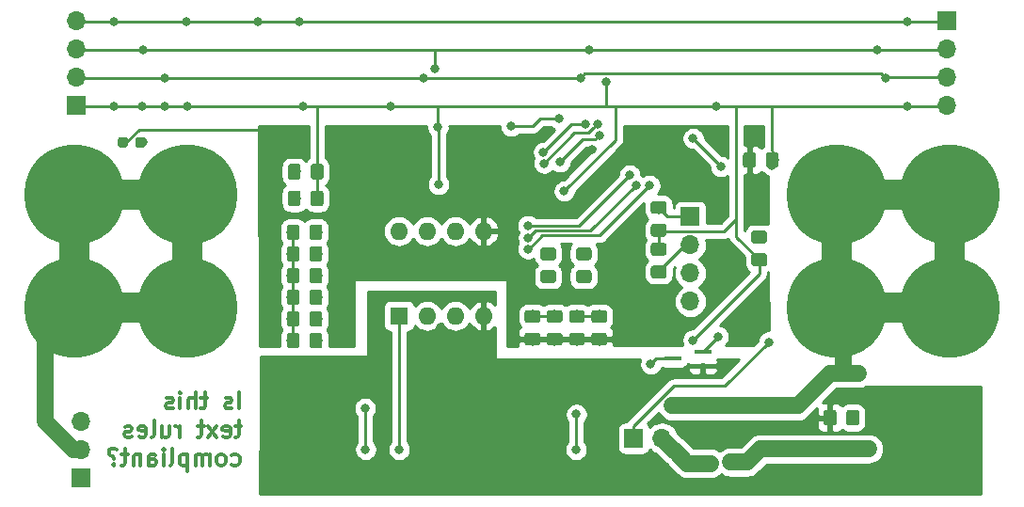
<source format=gbr>
G04 #@! TF.GenerationSoftware,KiCad,Pcbnew,(5.1.4)-1*
G04 #@! TF.CreationDate,2019-10-11T16:00:27-04:00*
G04 #@! TF.ProjectId,CellMan,43656c6c-4d61-46e2-9e6b-696361645f70,0.1*
G04 #@! TF.SameCoordinates,Original*
G04 #@! TF.FileFunction,Copper,L2,Bot*
G04 #@! TF.FilePolarity,Positive*
%FSLAX46Y46*%
G04 Gerber Fmt 4.6, Leading zero omitted, Abs format (unit mm)*
G04 Created by KiCad (PCBNEW (5.1.4)-1) date 2019-10-11 16:00:27*
%MOMM*%
%LPD*%
G04 APERTURE LIST*
%ADD10C,0.300000*%
%ADD11O,1.700000X1.700000*%
%ADD12R,1.700000X1.700000*%
%ADD13C,0.100000*%
%ADD14C,0.875000*%
%ADD15R,1.500000X0.450000*%
%ADD16C,9.000000*%
%ADD17C,1.150000*%
%ADD18R,1.600000X1.600000*%
%ADD19O,1.600000X1.600000*%
%ADD20C,0.800000*%
%ADD21C,0.250000*%
%ADD22C,2.700000*%
%ADD23C,1.500000*%
%ADD24C,0.254000*%
G04 APERTURE END LIST*
D10*
X116805000Y-119078571D02*
X116805000Y-117578571D01*
X116162143Y-119007142D02*
X116019285Y-119078571D01*
X115733571Y-119078571D01*
X115590714Y-119007142D01*
X115519285Y-118864285D01*
X115519285Y-118792857D01*
X115590714Y-118650000D01*
X115733571Y-118578571D01*
X115947857Y-118578571D01*
X116090714Y-118507142D01*
X116162143Y-118364285D01*
X116162143Y-118292857D01*
X116090714Y-118150000D01*
X115947857Y-118078571D01*
X115733571Y-118078571D01*
X115590714Y-118150000D01*
X113947857Y-118078571D02*
X113376428Y-118078571D01*
X113733571Y-117578571D02*
X113733571Y-118864285D01*
X113662143Y-119007142D01*
X113519285Y-119078571D01*
X113376428Y-119078571D01*
X112876428Y-119078571D02*
X112876428Y-117578571D01*
X112233571Y-119078571D02*
X112233571Y-118292857D01*
X112305000Y-118150000D01*
X112447857Y-118078571D01*
X112662143Y-118078571D01*
X112805000Y-118150000D01*
X112876428Y-118221428D01*
X111519285Y-119078571D02*
X111519285Y-118078571D01*
X111519285Y-117578571D02*
X111590714Y-117650000D01*
X111519285Y-117721428D01*
X111447857Y-117650000D01*
X111519285Y-117578571D01*
X111519285Y-117721428D01*
X110876428Y-119007142D02*
X110733571Y-119078571D01*
X110447857Y-119078571D01*
X110305000Y-119007142D01*
X110233571Y-118864285D01*
X110233571Y-118792857D01*
X110305000Y-118650000D01*
X110447857Y-118578571D01*
X110662143Y-118578571D01*
X110805000Y-118507142D01*
X110876428Y-118364285D01*
X110876428Y-118292857D01*
X110805000Y-118150000D01*
X110662143Y-118078571D01*
X110447857Y-118078571D01*
X110305000Y-118150000D01*
X117019285Y-120628571D02*
X116447857Y-120628571D01*
X116805000Y-120128571D02*
X116805000Y-121414285D01*
X116733571Y-121557142D01*
X116590714Y-121628571D01*
X116447857Y-121628571D01*
X115376428Y-121557142D02*
X115519285Y-121628571D01*
X115805000Y-121628571D01*
X115947857Y-121557142D01*
X116019285Y-121414285D01*
X116019285Y-120842857D01*
X115947857Y-120700000D01*
X115805000Y-120628571D01*
X115519285Y-120628571D01*
X115376428Y-120700000D01*
X115305000Y-120842857D01*
X115305000Y-120985714D01*
X116019285Y-121128571D01*
X114805000Y-121628571D02*
X114019285Y-120628571D01*
X114805000Y-120628571D02*
X114019285Y-121628571D01*
X113662143Y-120628571D02*
X113090714Y-120628571D01*
X113447857Y-120128571D02*
X113447857Y-121414285D01*
X113376428Y-121557142D01*
X113233571Y-121628571D01*
X113090714Y-121628571D01*
X111447857Y-121628571D02*
X111447857Y-120628571D01*
X111447857Y-120914285D02*
X111376428Y-120771428D01*
X111305000Y-120700000D01*
X111162143Y-120628571D01*
X111019285Y-120628571D01*
X109876428Y-120628571D02*
X109876428Y-121628571D01*
X110519285Y-120628571D02*
X110519285Y-121414285D01*
X110447857Y-121557142D01*
X110305000Y-121628571D01*
X110090714Y-121628571D01*
X109947857Y-121557142D01*
X109876428Y-121485714D01*
X108947857Y-121628571D02*
X109090714Y-121557142D01*
X109162143Y-121414285D01*
X109162143Y-120128571D01*
X107805000Y-121557142D02*
X107947857Y-121628571D01*
X108233571Y-121628571D01*
X108376428Y-121557142D01*
X108447857Y-121414285D01*
X108447857Y-120842857D01*
X108376428Y-120700000D01*
X108233571Y-120628571D01*
X107947857Y-120628571D01*
X107805000Y-120700000D01*
X107733571Y-120842857D01*
X107733571Y-120985714D01*
X108447857Y-121128571D01*
X107162143Y-121557142D02*
X107019285Y-121628571D01*
X106733571Y-121628571D01*
X106590714Y-121557142D01*
X106519285Y-121414285D01*
X106519285Y-121342857D01*
X106590714Y-121200000D01*
X106733571Y-121128571D01*
X106947857Y-121128571D01*
X107090714Y-121057142D01*
X107162143Y-120914285D01*
X107162143Y-120842857D01*
X107090714Y-120700000D01*
X106947857Y-120628571D01*
X106733571Y-120628571D01*
X106590714Y-120700000D01*
X116162143Y-124107142D02*
X116305000Y-124178571D01*
X116590714Y-124178571D01*
X116733571Y-124107142D01*
X116805000Y-124035714D01*
X116876428Y-123892857D01*
X116876428Y-123464285D01*
X116805000Y-123321428D01*
X116733571Y-123250000D01*
X116590714Y-123178571D01*
X116305000Y-123178571D01*
X116162143Y-123250000D01*
X115305000Y-124178571D02*
X115447857Y-124107142D01*
X115519285Y-124035714D01*
X115590714Y-123892857D01*
X115590714Y-123464285D01*
X115519285Y-123321428D01*
X115447857Y-123250000D01*
X115305000Y-123178571D01*
X115090714Y-123178571D01*
X114947857Y-123250000D01*
X114876428Y-123321428D01*
X114805000Y-123464285D01*
X114805000Y-123892857D01*
X114876428Y-124035714D01*
X114947857Y-124107142D01*
X115090714Y-124178571D01*
X115305000Y-124178571D01*
X114162143Y-124178571D02*
X114162143Y-123178571D01*
X114162143Y-123321428D02*
X114090714Y-123250000D01*
X113947857Y-123178571D01*
X113733571Y-123178571D01*
X113590714Y-123250000D01*
X113519285Y-123392857D01*
X113519285Y-124178571D01*
X113519285Y-123392857D02*
X113447857Y-123250000D01*
X113305000Y-123178571D01*
X113090714Y-123178571D01*
X112947857Y-123250000D01*
X112876428Y-123392857D01*
X112876428Y-124178571D01*
X112162143Y-123178571D02*
X112162143Y-124678571D01*
X112162143Y-123250000D02*
X112019285Y-123178571D01*
X111733571Y-123178571D01*
X111590714Y-123250000D01*
X111519285Y-123321428D01*
X111447857Y-123464285D01*
X111447857Y-123892857D01*
X111519285Y-124035714D01*
X111590714Y-124107142D01*
X111733571Y-124178571D01*
X112019285Y-124178571D01*
X112162143Y-124107142D01*
X110590714Y-124178571D02*
X110733571Y-124107142D01*
X110805000Y-123964285D01*
X110805000Y-122678571D01*
X110019285Y-124178571D02*
X110019285Y-123178571D01*
X110019285Y-122678571D02*
X110090714Y-122750000D01*
X110019285Y-122821428D01*
X109947857Y-122750000D01*
X110019285Y-122678571D01*
X110019285Y-122821428D01*
X108662143Y-124178571D02*
X108662143Y-123392857D01*
X108733571Y-123250000D01*
X108876428Y-123178571D01*
X109162143Y-123178571D01*
X109305000Y-123250000D01*
X108662143Y-124107142D02*
X108805000Y-124178571D01*
X109162143Y-124178571D01*
X109305000Y-124107142D01*
X109376428Y-123964285D01*
X109376428Y-123821428D01*
X109305000Y-123678571D01*
X109162143Y-123607142D01*
X108805000Y-123607142D01*
X108662143Y-123535714D01*
X107947857Y-123178571D02*
X107947857Y-124178571D01*
X107947857Y-123321428D02*
X107876428Y-123250000D01*
X107733571Y-123178571D01*
X107519285Y-123178571D01*
X107376428Y-123250000D01*
X107305000Y-123392857D01*
X107305000Y-124178571D01*
X106805000Y-123178571D02*
X106233571Y-123178571D01*
X106590714Y-122678571D02*
X106590714Y-123964285D01*
X106519285Y-124107142D01*
X106376428Y-124178571D01*
X106233571Y-124178571D01*
X105519285Y-124035714D02*
X105447857Y-124107142D01*
X105519285Y-124178571D01*
X105590714Y-124107142D01*
X105519285Y-124035714D01*
X105519285Y-124178571D01*
X105805000Y-122750000D02*
X105662143Y-122678571D01*
X105305000Y-122678571D01*
X105162143Y-122750000D01*
X105090714Y-122892857D01*
X105090714Y-123035714D01*
X105162143Y-123178571D01*
X105233571Y-123250000D01*
X105376428Y-123321428D01*
X105447857Y-123392857D01*
X105519285Y-123535714D01*
X105519285Y-123607142D01*
D11*
X102550000Y-120220000D03*
X102550000Y-122760000D03*
D12*
X102550000Y-125300000D03*
D11*
X154840000Y-121750000D03*
D12*
X152300000Y-121750000D03*
D13*
G36*
X106602691Y-94626053D02*
G01*
X106623926Y-94629203D01*
X106644750Y-94634419D01*
X106664962Y-94641651D01*
X106684368Y-94650830D01*
X106702781Y-94661866D01*
X106720024Y-94674654D01*
X106735930Y-94689070D01*
X106750346Y-94704976D01*
X106763134Y-94722219D01*
X106774170Y-94740632D01*
X106783349Y-94760038D01*
X106790581Y-94780250D01*
X106795797Y-94801074D01*
X106798947Y-94822309D01*
X106800000Y-94843750D01*
X106800000Y-95356250D01*
X106798947Y-95377691D01*
X106795797Y-95398926D01*
X106790581Y-95419750D01*
X106783349Y-95439962D01*
X106774170Y-95459368D01*
X106763134Y-95477781D01*
X106750346Y-95495024D01*
X106735930Y-95510930D01*
X106720024Y-95525346D01*
X106702781Y-95538134D01*
X106684368Y-95549170D01*
X106664962Y-95558349D01*
X106644750Y-95565581D01*
X106623926Y-95570797D01*
X106602691Y-95573947D01*
X106581250Y-95575000D01*
X106143750Y-95575000D01*
X106122309Y-95573947D01*
X106101074Y-95570797D01*
X106080250Y-95565581D01*
X106060038Y-95558349D01*
X106040632Y-95549170D01*
X106022219Y-95538134D01*
X106004976Y-95525346D01*
X105989070Y-95510930D01*
X105974654Y-95495024D01*
X105961866Y-95477781D01*
X105950830Y-95459368D01*
X105941651Y-95439962D01*
X105934419Y-95419750D01*
X105929203Y-95398926D01*
X105926053Y-95377691D01*
X105925000Y-95356250D01*
X105925000Y-94843750D01*
X105926053Y-94822309D01*
X105929203Y-94801074D01*
X105934419Y-94780250D01*
X105941651Y-94760038D01*
X105950830Y-94740632D01*
X105961866Y-94722219D01*
X105974654Y-94704976D01*
X105989070Y-94689070D01*
X106004976Y-94674654D01*
X106022219Y-94661866D01*
X106040632Y-94650830D01*
X106060038Y-94641651D01*
X106080250Y-94634419D01*
X106101074Y-94629203D01*
X106122309Y-94626053D01*
X106143750Y-94625000D01*
X106581250Y-94625000D01*
X106602691Y-94626053D01*
X106602691Y-94626053D01*
G37*
D14*
X106362500Y-95100000D03*
D13*
G36*
X108177691Y-94626053D02*
G01*
X108198926Y-94629203D01*
X108219750Y-94634419D01*
X108239962Y-94641651D01*
X108259368Y-94650830D01*
X108277781Y-94661866D01*
X108295024Y-94674654D01*
X108310930Y-94689070D01*
X108325346Y-94704976D01*
X108338134Y-94722219D01*
X108349170Y-94740632D01*
X108358349Y-94760038D01*
X108365581Y-94780250D01*
X108370797Y-94801074D01*
X108373947Y-94822309D01*
X108375000Y-94843750D01*
X108375000Y-95356250D01*
X108373947Y-95377691D01*
X108370797Y-95398926D01*
X108365581Y-95419750D01*
X108358349Y-95439962D01*
X108349170Y-95459368D01*
X108338134Y-95477781D01*
X108325346Y-95495024D01*
X108310930Y-95510930D01*
X108295024Y-95525346D01*
X108277781Y-95538134D01*
X108259368Y-95549170D01*
X108239962Y-95558349D01*
X108219750Y-95565581D01*
X108198926Y-95570797D01*
X108177691Y-95573947D01*
X108156250Y-95575000D01*
X107718750Y-95575000D01*
X107697309Y-95573947D01*
X107676074Y-95570797D01*
X107655250Y-95565581D01*
X107635038Y-95558349D01*
X107615632Y-95549170D01*
X107597219Y-95538134D01*
X107579976Y-95525346D01*
X107564070Y-95510930D01*
X107549654Y-95495024D01*
X107536866Y-95477781D01*
X107525830Y-95459368D01*
X107516651Y-95439962D01*
X107509419Y-95419750D01*
X107504203Y-95398926D01*
X107501053Y-95377691D01*
X107500000Y-95356250D01*
X107500000Y-94843750D01*
X107501053Y-94822309D01*
X107504203Y-94801074D01*
X107509419Y-94780250D01*
X107516651Y-94760038D01*
X107525830Y-94740632D01*
X107536866Y-94722219D01*
X107549654Y-94704976D01*
X107564070Y-94689070D01*
X107579976Y-94674654D01*
X107597219Y-94661866D01*
X107615632Y-94650830D01*
X107635038Y-94641651D01*
X107655250Y-94634419D01*
X107676074Y-94629203D01*
X107697309Y-94626053D01*
X107718750Y-94625000D01*
X108156250Y-94625000D01*
X108177691Y-94626053D01*
X108177691Y-94626053D01*
G37*
D14*
X107937500Y-95100000D03*
D15*
X155870000Y-114600000D03*
X158530000Y-115250000D03*
X158530000Y-113950000D03*
D16*
X170580000Y-99800000D03*
X170580000Y-109960000D03*
X102000000Y-109960000D03*
X112160000Y-109960000D03*
X180740000Y-99800000D03*
X180740000Y-109960000D03*
X102000000Y-99800000D03*
X112160000Y-99800000D03*
D11*
X180500000Y-91820000D03*
X180500000Y-89280000D03*
X180500000Y-86740000D03*
D12*
X180500000Y-84200000D03*
D11*
X157400000Y-109420000D03*
X157400000Y-106880000D03*
X157400000Y-104340000D03*
D12*
X157400000Y-101800000D03*
D13*
G36*
X163074505Y-96001204D02*
G01*
X163098773Y-96004804D01*
X163122572Y-96010765D01*
X163145671Y-96019030D01*
X163167850Y-96029520D01*
X163188893Y-96042132D01*
X163208599Y-96056747D01*
X163226777Y-96073223D01*
X163243253Y-96091401D01*
X163257868Y-96111107D01*
X163270480Y-96132150D01*
X163280970Y-96154329D01*
X163289235Y-96177428D01*
X163295196Y-96201227D01*
X163298796Y-96225495D01*
X163300000Y-96249999D01*
X163300000Y-97150001D01*
X163298796Y-97174505D01*
X163295196Y-97198773D01*
X163289235Y-97222572D01*
X163280970Y-97245671D01*
X163270480Y-97267850D01*
X163257868Y-97288893D01*
X163243253Y-97308599D01*
X163226777Y-97326777D01*
X163208599Y-97343253D01*
X163188893Y-97357868D01*
X163167850Y-97370480D01*
X163145671Y-97380970D01*
X163122572Y-97389235D01*
X163098773Y-97395196D01*
X163074505Y-97398796D01*
X163050001Y-97400000D01*
X162399999Y-97400000D01*
X162375495Y-97398796D01*
X162351227Y-97395196D01*
X162327428Y-97389235D01*
X162304329Y-97380970D01*
X162282150Y-97370480D01*
X162261107Y-97357868D01*
X162241401Y-97343253D01*
X162223223Y-97326777D01*
X162206747Y-97308599D01*
X162192132Y-97288893D01*
X162179520Y-97267850D01*
X162169030Y-97245671D01*
X162160765Y-97222572D01*
X162154804Y-97198773D01*
X162151204Y-97174505D01*
X162150000Y-97150001D01*
X162150000Y-96249999D01*
X162151204Y-96225495D01*
X162154804Y-96201227D01*
X162160765Y-96177428D01*
X162169030Y-96154329D01*
X162179520Y-96132150D01*
X162192132Y-96111107D01*
X162206747Y-96091401D01*
X162223223Y-96073223D01*
X162241401Y-96056747D01*
X162261107Y-96042132D01*
X162282150Y-96029520D01*
X162304329Y-96019030D01*
X162327428Y-96010765D01*
X162351227Y-96004804D01*
X162375495Y-96001204D01*
X162399999Y-96000000D01*
X163050001Y-96000000D01*
X163074505Y-96001204D01*
X163074505Y-96001204D01*
G37*
D17*
X162725000Y-96700000D03*
D13*
G36*
X165124505Y-96001204D02*
G01*
X165148773Y-96004804D01*
X165172572Y-96010765D01*
X165195671Y-96019030D01*
X165217850Y-96029520D01*
X165238893Y-96042132D01*
X165258599Y-96056747D01*
X165276777Y-96073223D01*
X165293253Y-96091401D01*
X165307868Y-96111107D01*
X165320480Y-96132150D01*
X165330970Y-96154329D01*
X165339235Y-96177428D01*
X165345196Y-96201227D01*
X165348796Y-96225495D01*
X165350000Y-96249999D01*
X165350000Y-97150001D01*
X165348796Y-97174505D01*
X165345196Y-97198773D01*
X165339235Y-97222572D01*
X165330970Y-97245671D01*
X165320480Y-97267850D01*
X165307868Y-97288893D01*
X165293253Y-97308599D01*
X165276777Y-97326777D01*
X165258599Y-97343253D01*
X165238893Y-97357868D01*
X165217850Y-97370480D01*
X165195671Y-97380970D01*
X165172572Y-97389235D01*
X165148773Y-97395196D01*
X165124505Y-97398796D01*
X165100001Y-97400000D01*
X164449999Y-97400000D01*
X164425495Y-97398796D01*
X164401227Y-97395196D01*
X164377428Y-97389235D01*
X164354329Y-97380970D01*
X164332150Y-97370480D01*
X164311107Y-97357868D01*
X164291401Y-97343253D01*
X164273223Y-97326777D01*
X164256747Y-97308599D01*
X164242132Y-97288893D01*
X164229520Y-97267850D01*
X164219030Y-97245671D01*
X164210765Y-97222572D01*
X164204804Y-97198773D01*
X164201204Y-97174505D01*
X164200000Y-97150001D01*
X164200000Y-96249999D01*
X164201204Y-96225495D01*
X164204804Y-96201227D01*
X164210765Y-96177428D01*
X164219030Y-96154329D01*
X164229520Y-96132150D01*
X164242132Y-96111107D01*
X164256747Y-96091401D01*
X164273223Y-96073223D01*
X164291401Y-96056747D01*
X164311107Y-96042132D01*
X164332150Y-96029520D01*
X164354329Y-96019030D01*
X164377428Y-96010765D01*
X164401227Y-96004804D01*
X164425495Y-96001204D01*
X164449999Y-96000000D01*
X165100001Y-96000000D01*
X165124505Y-96001204D01*
X165124505Y-96001204D01*
G37*
D17*
X164775000Y-96700000D03*
D13*
G36*
X149674505Y-110201204D02*
G01*
X149698773Y-110204804D01*
X149722572Y-110210765D01*
X149745671Y-110219030D01*
X149767850Y-110229520D01*
X149788893Y-110242132D01*
X149808599Y-110256747D01*
X149826777Y-110273223D01*
X149843253Y-110291401D01*
X149857868Y-110311107D01*
X149870480Y-110332150D01*
X149880970Y-110354329D01*
X149889235Y-110377428D01*
X149895196Y-110401227D01*
X149898796Y-110425495D01*
X149900000Y-110449999D01*
X149900000Y-111100001D01*
X149898796Y-111124505D01*
X149895196Y-111148773D01*
X149889235Y-111172572D01*
X149880970Y-111195671D01*
X149870480Y-111217850D01*
X149857868Y-111238893D01*
X149843253Y-111258599D01*
X149826777Y-111276777D01*
X149808599Y-111293253D01*
X149788893Y-111307868D01*
X149767850Y-111320480D01*
X149745671Y-111330970D01*
X149722572Y-111339235D01*
X149698773Y-111345196D01*
X149674505Y-111348796D01*
X149650001Y-111350000D01*
X148749999Y-111350000D01*
X148725495Y-111348796D01*
X148701227Y-111345196D01*
X148677428Y-111339235D01*
X148654329Y-111330970D01*
X148632150Y-111320480D01*
X148611107Y-111307868D01*
X148591401Y-111293253D01*
X148573223Y-111276777D01*
X148556747Y-111258599D01*
X148542132Y-111238893D01*
X148529520Y-111217850D01*
X148519030Y-111195671D01*
X148510765Y-111172572D01*
X148504804Y-111148773D01*
X148501204Y-111124505D01*
X148500000Y-111100001D01*
X148500000Y-110449999D01*
X148501204Y-110425495D01*
X148504804Y-110401227D01*
X148510765Y-110377428D01*
X148519030Y-110354329D01*
X148529520Y-110332150D01*
X148542132Y-110311107D01*
X148556747Y-110291401D01*
X148573223Y-110273223D01*
X148591401Y-110256747D01*
X148611107Y-110242132D01*
X148632150Y-110229520D01*
X148654329Y-110219030D01*
X148677428Y-110210765D01*
X148701227Y-110204804D01*
X148725495Y-110201204D01*
X148749999Y-110200000D01*
X149650001Y-110200000D01*
X149674505Y-110201204D01*
X149674505Y-110201204D01*
G37*
D17*
X149200000Y-110775000D03*
D13*
G36*
X149674505Y-112251204D02*
G01*
X149698773Y-112254804D01*
X149722572Y-112260765D01*
X149745671Y-112269030D01*
X149767850Y-112279520D01*
X149788893Y-112292132D01*
X149808599Y-112306747D01*
X149826777Y-112323223D01*
X149843253Y-112341401D01*
X149857868Y-112361107D01*
X149870480Y-112382150D01*
X149880970Y-112404329D01*
X149889235Y-112427428D01*
X149895196Y-112451227D01*
X149898796Y-112475495D01*
X149900000Y-112499999D01*
X149900000Y-113150001D01*
X149898796Y-113174505D01*
X149895196Y-113198773D01*
X149889235Y-113222572D01*
X149880970Y-113245671D01*
X149870480Y-113267850D01*
X149857868Y-113288893D01*
X149843253Y-113308599D01*
X149826777Y-113326777D01*
X149808599Y-113343253D01*
X149788893Y-113357868D01*
X149767850Y-113370480D01*
X149745671Y-113380970D01*
X149722572Y-113389235D01*
X149698773Y-113395196D01*
X149674505Y-113398796D01*
X149650001Y-113400000D01*
X148749999Y-113400000D01*
X148725495Y-113398796D01*
X148701227Y-113395196D01*
X148677428Y-113389235D01*
X148654329Y-113380970D01*
X148632150Y-113370480D01*
X148611107Y-113357868D01*
X148591401Y-113343253D01*
X148573223Y-113326777D01*
X148556747Y-113308599D01*
X148542132Y-113288893D01*
X148529520Y-113267850D01*
X148519030Y-113245671D01*
X148510765Y-113222572D01*
X148504804Y-113198773D01*
X148501204Y-113174505D01*
X148500000Y-113150001D01*
X148500000Y-112499999D01*
X148501204Y-112475495D01*
X148504804Y-112451227D01*
X148510765Y-112427428D01*
X148519030Y-112404329D01*
X148529520Y-112382150D01*
X148542132Y-112361107D01*
X148556747Y-112341401D01*
X148573223Y-112323223D01*
X148591401Y-112306747D01*
X148611107Y-112292132D01*
X148632150Y-112279520D01*
X148654329Y-112269030D01*
X148677428Y-112260765D01*
X148701227Y-112254804D01*
X148725495Y-112251204D01*
X148749999Y-112250000D01*
X149650001Y-112250000D01*
X149674505Y-112251204D01*
X149674505Y-112251204D01*
G37*
D17*
X149200000Y-112825000D03*
D13*
G36*
X143674505Y-110201204D02*
G01*
X143698773Y-110204804D01*
X143722572Y-110210765D01*
X143745671Y-110219030D01*
X143767850Y-110229520D01*
X143788893Y-110242132D01*
X143808599Y-110256747D01*
X143826777Y-110273223D01*
X143843253Y-110291401D01*
X143857868Y-110311107D01*
X143870480Y-110332150D01*
X143880970Y-110354329D01*
X143889235Y-110377428D01*
X143895196Y-110401227D01*
X143898796Y-110425495D01*
X143900000Y-110449999D01*
X143900000Y-111100001D01*
X143898796Y-111124505D01*
X143895196Y-111148773D01*
X143889235Y-111172572D01*
X143880970Y-111195671D01*
X143870480Y-111217850D01*
X143857868Y-111238893D01*
X143843253Y-111258599D01*
X143826777Y-111276777D01*
X143808599Y-111293253D01*
X143788893Y-111307868D01*
X143767850Y-111320480D01*
X143745671Y-111330970D01*
X143722572Y-111339235D01*
X143698773Y-111345196D01*
X143674505Y-111348796D01*
X143650001Y-111350000D01*
X142749999Y-111350000D01*
X142725495Y-111348796D01*
X142701227Y-111345196D01*
X142677428Y-111339235D01*
X142654329Y-111330970D01*
X142632150Y-111320480D01*
X142611107Y-111307868D01*
X142591401Y-111293253D01*
X142573223Y-111276777D01*
X142556747Y-111258599D01*
X142542132Y-111238893D01*
X142529520Y-111217850D01*
X142519030Y-111195671D01*
X142510765Y-111172572D01*
X142504804Y-111148773D01*
X142501204Y-111124505D01*
X142500000Y-111100001D01*
X142500000Y-110449999D01*
X142501204Y-110425495D01*
X142504804Y-110401227D01*
X142510765Y-110377428D01*
X142519030Y-110354329D01*
X142529520Y-110332150D01*
X142542132Y-110311107D01*
X142556747Y-110291401D01*
X142573223Y-110273223D01*
X142591401Y-110256747D01*
X142611107Y-110242132D01*
X142632150Y-110229520D01*
X142654329Y-110219030D01*
X142677428Y-110210765D01*
X142701227Y-110204804D01*
X142725495Y-110201204D01*
X142749999Y-110200000D01*
X143650001Y-110200000D01*
X143674505Y-110201204D01*
X143674505Y-110201204D01*
G37*
D17*
X143200000Y-110775000D03*
D13*
G36*
X143674505Y-112251204D02*
G01*
X143698773Y-112254804D01*
X143722572Y-112260765D01*
X143745671Y-112269030D01*
X143767850Y-112279520D01*
X143788893Y-112292132D01*
X143808599Y-112306747D01*
X143826777Y-112323223D01*
X143843253Y-112341401D01*
X143857868Y-112361107D01*
X143870480Y-112382150D01*
X143880970Y-112404329D01*
X143889235Y-112427428D01*
X143895196Y-112451227D01*
X143898796Y-112475495D01*
X143900000Y-112499999D01*
X143900000Y-113150001D01*
X143898796Y-113174505D01*
X143895196Y-113198773D01*
X143889235Y-113222572D01*
X143880970Y-113245671D01*
X143870480Y-113267850D01*
X143857868Y-113288893D01*
X143843253Y-113308599D01*
X143826777Y-113326777D01*
X143808599Y-113343253D01*
X143788893Y-113357868D01*
X143767850Y-113370480D01*
X143745671Y-113380970D01*
X143722572Y-113389235D01*
X143698773Y-113395196D01*
X143674505Y-113398796D01*
X143650001Y-113400000D01*
X142749999Y-113400000D01*
X142725495Y-113398796D01*
X142701227Y-113395196D01*
X142677428Y-113389235D01*
X142654329Y-113380970D01*
X142632150Y-113370480D01*
X142611107Y-113357868D01*
X142591401Y-113343253D01*
X142573223Y-113326777D01*
X142556747Y-113308599D01*
X142542132Y-113288893D01*
X142529520Y-113267850D01*
X142519030Y-113245671D01*
X142510765Y-113222572D01*
X142504804Y-113198773D01*
X142501204Y-113174505D01*
X142500000Y-113150001D01*
X142500000Y-112499999D01*
X142501204Y-112475495D01*
X142504804Y-112451227D01*
X142510765Y-112427428D01*
X142519030Y-112404329D01*
X142529520Y-112382150D01*
X142542132Y-112361107D01*
X142556747Y-112341401D01*
X142573223Y-112323223D01*
X142591401Y-112306747D01*
X142611107Y-112292132D01*
X142632150Y-112279520D01*
X142654329Y-112269030D01*
X142677428Y-112260765D01*
X142701227Y-112254804D01*
X142725495Y-112251204D01*
X142749999Y-112250000D01*
X143650001Y-112250000D01*
X143674505Y-112251204D01*
X143674505Y-112251204D01*
G37*
D17*
X143200000Y-112825000D03*
D18*
X131197200Y-110725300D03*
D19*
X138817200Y-103105300D03*
X133737200Y-110725300D03*
X136277200Y-103105300D03*
X136277200Y-110725300D03*
X133737200Y-103105300D03*
X138817200Y-110725300D03*
X131197200Y-103105300D03*
D11*
X102200000Y-84180000D03*
X102200000Y-86720000D03*
X102200000Y-89260000D03*
D12*
X102200000Y-91800000D03*
D13*
G36*
X122024505Y-112251204D02*
G01*
X122048773Y-112254804D01*
X122072572Y-112260765D01*
X122095671Y-112269030D01*
X122117850Y-112279520D01*
X122138893Y-112292132D01*
X122158599Y-112306747D01*
X122176777Y-112323223D01*
X122193253Y-112341401D01*
X122207868Y-112361107D01*
X122220480Y-112382150D01*
X122230970Y-112404329D01*
X122239235Y-112427428D01*
X122245196Y-112451227D01*
X122248796Y-112475495D01*
X122250000Y-112499999D01*
X122250000Y-113400001D01*
X122248796Y-113424505D01*
X122245196Y-113448773D01*
X122239235Y-113472572D01*
X122230970Y-113495671D01*
X122220480Y-113517850D01*
X122207868Y-113538893D01*
X122193253Y-113558599D01*
X122176777Y-113576777D01*
X122158599Y-113593253D01*
X122138893Y-113607868D01*
X122117850Y-113620480D01*
X122095671Y-113630970D01*
X122072572Y-113639235D01*
X122048773Y-113645196D01*
X122024505Y-113648796D01*
X122000001Y-113650000D01*
X121349999Y-113650000D01*
X121325495Y-113648796D01*
X121301227Y-113645196D01*
X121277428Y-113639235D01*
X121254329Y-113630970D01*
X121232150Y-113620480D01*
X121211107Y-113607868D01*
X121191401Y-113593253D01*
X121173223Y-113576777D01*
X121156747Y-113558599D01*
X121142132Y-113538893D01*
X121129520Y-113517850D01*
X121119030Y-113495671D01*
X121110765Y-113472572D01*
X121104804Y-113448773D01*
X121101204Y-113424505D01*
X121100000Y-113400001D01*
X121100000Y-112499999D01*
X121101204Y-112475495D01*
X121104804Y-112451227D01*
X121110765Y-112427428D01*
X121119030Y-112404329D01*
X121129520Y-112382150D01*
X121142132Y-112361107D01*
X121156747Y-112341401D01*
X121173223Y-112323223D01*
X121191401Y-112306747D01*
X121211107Y-112292132D01*
X121232150Y-112279520D01*
X121254329Y-112269030D01*
X121277428Y-112260765D01*
X121301227Y-112254804D01*
X121325495Y-112251204D01*
X121349999Y-112250000D01*
X122000001Y-112250000D01*
X122024505Y-112251204D01*
X122024505Y-112251204D01*
G37*
D17*
X121675000Y-112950000D03*
D13*
G36*
X124074505Y-112251204D02*
G01*
X124098773Y-112254804D01*
X124122572Y-112260765D01*
X124145671Y-112269030D01*
X124167850Y-112279520D01*
X124188893Y-112292132D01*
X124208599Y-112306747D01*
X124226777Y-112323223D01*
X124243253Y-112341401D01*
X124257868Y-112361107D01*
X124270480Y-112382150D01*
X124280970Y-112404329D01*
X124289235Y-112427428D01*
X124295196Y-112451227D01*
X124298796Y-112475495D01*
X124300000Y-112499999D01*
X124300000Y-113400001D01*
X124298796Y-113424505D01*
X124295196Y-113448773D01*
X124289235Y-113472572D01*
X124280970Y-113495671D01*
X124270480Y-113517850D01*
X124257868Y-113538893D01*
X124243253Y-113558599D01*
X124226777Y-113576777D01*
X124208599Y-113593253D01*
X124188893Y-113607868D01*
X124167850Y-113620480D01*
X124145671Y-113630970D01*
X124122572Y-113639235D01*
X124098773Y-113645196D01*
X124074505Y-113648796D01*
X124050001Y-113650000D01*
X123399999Y-113650000D01*
X123375495Y-113648796D01*
X123351227Y-113645196D01*
X123327428Y-113639235D01*
X123304329Y-113630970D01*
X123282150Y-113620480D01*
X123261107Y-113607868D01*
X123241401Y-113593253D01*
X123223223Y-113576777D01*
X123206747Y-113558599D01*
X123192132Y-113538893D01*
X123179520Y-113517850D01*
X123169030Y-113495671D01*
X123160765Y-113472572D01*
X123154804Y-113448773D01*
X123151204Y-113424505D01*
X123150000Y-113400001D01*
X123150000Y-112499999D01*
X123151204Y-112475495D01*
X123154804Y-112451227D01*
X123160765Y-112427428D01*
X123169030Y-112404329D01*
X123179520Y-112382150D01*
X123192132Y-112361107D01*
X123206747Y-112341401D01*
X123223223Y-112323223D01*
X123241401Y-112306747D01*
X123261107Y-112292132D01*
X123282150Y-112279520D01*
X123304329Y-112269030D01*
X123327428Y-112260765D01*
X123351227Y-112254804D01*
X123375495Y-112251204D01*
X123399999Y-112250000D01*
X124050001Y-112250000D01*
X124074505Y-112251204D01*
X124074505Y-112251204D01*
G37*
D17*
X123725000Y-112950000D03*
D13*
G36*
X124074505Y-110301204D02*
G01*
X124098773Y-110304804D01*
X124122572Y-110310765D01*
X124145671Y-110319030D01*
X124167850Y-110329520D01*
X124188893Y-110342132D01*
X124208599Y-110356747D01*
X124226777Y-110373223D01*
X124243253Y-110391401D01*
X124257868Y-110411107D01*
X124270480Y-110432150D01*
X124280970Y-110454329D01*
X124289235Y-110477428D01*
X124295196Y-110501227D01*
X124298796Y-110525495D01*
X124300000Y-110549999D01*
X124300000Y-111450001D01*
X124298796Y-111474505D01*
X124295196Y-111498773D01*
X124289235Y-111522572D01*
X124280970Y-111545671D01*
X124270480Y-111567850D01*
X124257868Y-111588893D01*
X124243253Y-111608599D01*
X124226777Y-111626777D01*
X124208599Y-111643253D01*
X124188893Y-111657868D01*
X124167850Y-111670480D01*
X124145671Y-111680970D01*
X124122572Y-111689235D01*
X124098773Y-111695196D01*
X124074505Y-111698796D01*
X124050001Y-111700000D01*
X123399999Y-111700000D01*
X123375495Y-111698796D01*
X123351227Y-111695196D01*
X123327428Y-111689235D01*
X123304329Y-111680970D01*
X123282150Y-111670480D01*
X123261107Y-111657868D01*
X123241401Y-111643253D01*
X123223223Y-111626777D01*
X123206747Y-111608599D01*
X123192132Y-111588893D01*
X123179520Y-111567850D01*
X123169030Y-111545671D01*
X123160765Y-111522572D01*
X123154804Y-111498773D01*
X123151204Y-111474505D01*
X123150000Y-111450001D01*
X123150000Y-110549999D01*
X123151204Y-110525495D01*
X123154804Y-110501227D01*
X123160765Y-110477428D01*
X123169030Y-110454329D01*
X123179520Y-110432150D01*
X123192132Y-110411107D01*
X123206747Y-110391401D01*
X123223223Y-110373223D01*
X123241401Y-110356747D01*
X123261107Y-110342132D01*
X123282150Y-110329520D01*
X123304329Y-110319030D01*
X123327428Y-110310765D01*
X123351227Y-110304804D01*
X123375495Y-110301204D01*
X123399999Y-110300000D01*
X124050001Y-110300000D01*
X124074505Y-110301204D01*
X124074505Y-110301204D01*
G37*
D17*
X123725000Y-111000000D03*
D13*
G36*
X122024505Y-110301204D02*
G01*
X122048773Y-110304804D01*
X122072572Y-110310765D01*
X122095671Y-110319030D01*
X122117850Y-110329520D01*
X122138893Y-110342132D01*
X122158599Y-110356747D01*
X122176777Y-110373223D01*
X122193253Y-110391401D01*
X122207868Y-110411107D01*
X122220480Y-110432150D01*
X122230970Y-110454329D01*
X122239235Y-110477428D01*
X122245196Y-110501227D01*
X122248796Y-110525495D01*
X122250000Y-110549999D01*
X122250000Y-111450001D01*
X122248796Y-111474505D01*
X122245196Y-111498773D01*
X122239235Y-111522572D01*
X122230970Y-111545671D01*
X122220480Y-111567850D01*
X122207868Y-111588893D01*
X122193253Y-111608599D01*
X122176777Y-111626777D01*
X122158599Y-111643253D01*
X122138893Y-111657868D01*
X122117850Y-111670480D01*
X122095671Y-111680970D01*
X122072572Y-111689235D01*
X122048773Y-111695196D01*
X122024505Y-111698796D01*
X122000001Y-111700000D01*
X121349999Y-111700000D01*
X121325495Y-111698796D01*
X121301227Y-111695196D01*
X121277428Y-111689235D01*
X121254329Y-111680970D01*
X121232150Y-111670480D01*
X121211107Y-111657868D01*
X121191401Y-111643253D01*
X121173223Y-111626777D01*
X121156747Y-111608599D01*
X121142132Y-111588893D01*
X121129520Y-111567850D01*
X121119030Y-111545671D01*
X121110765Y-111522572D01*
X121104804Y-111498773D01*
X121101204Y-111474505D01*
X121100000Y-111450001D01*
X121100000Y-110549999D01*
X121101204Y-110525495D01*
X121104804Y-110501227D01*
X121110765Y-110477428D01*
X121119030Y-110454329D01*
X121129520Y-110432150D01*
X121142132Y-110411107D01*
X121156747Y-110391401D01*
X121173223Y-110373223D01*
X121191401Y-110356747D01*
X121211107Y-110342132D01*
X121232150Y-110329520D01*
X121254329Y-110319030D01*
X121277428Y-110310765D01*
X121301227Y-110304804D01*
X121325495Y-110301204D01*
X121349999Y-110300000D01*
X122000001Y-110300000D01*
X122024505Y-110301204D01*
X122024505Y-110301204D01*
G37*
D17*
X121675000Y-111000000D03*
D13*
G36*
X122024505Y-108351204D02*
G01*
X122048773Y-108354804D01*
X122072572Y-108360765D01*
X122095671Y-108369030D01*
X122117850Y-108379520D01*
X122138893Y-108392132D01*
X122158599Y-108406747D01*
X122176777Y-108423223D01*
X122193253Y-108441401D01*
X122207868Y-108461107D01*
X122220480Y-108482150D01*
X122230970Y-108504329D01*
X122239235Y-108527428D01*
X122245196Y-108551227D01*
X122248796Y-108575495D01*
X122250000Y-108599999D01*
X122250000Y-109500001D01*
X122248796Y-109524505D01*
X122245196Y-109548773D01*
X122239235Y-109572572D01*
X122230970Y-109595671D01*
X122220480Y-109617850D01*
X122207868Y-109638893D01*
X122193253Y-109658599D01*
X122176777Y-109676777D01*
X122158599Y-109693253D01*
X122138893Y-109707868D01*
X122117850Y-109720480D01*
X122095671Y-109730970D01*
X122072572Y-109739235D01*
X122048773Y-109745196D01*
X122024505Y-109748796D01*
X122000001Y-109750000D01*
X121349999Y-109750000D01*
X121325495Y-109748796D01*
X121301227Y-109745196D01*
X121277428Y-109739235D01*
X121254329Y-109730970D01*
X121232150Y-109720480D01*
X121211107Y-109707868D01*
X121191401Y-109693253D01*
X121173223Y-109676777D01*
X121156747Y-109658599D01*
X121142132Y-109638893D01*
X121129520Y-109617850D01*
X121119030Y-109595671D01*
X121110765Y-109572572D01*
X121104804Y-109548773D01*
X121101204Y-109524505D01*
X121100000Y-109500001D01*
X121100000Y-108599999D01*
X121101204Y-108575495D01*
X121104804Y-108551227D01*
X121110765Y-108527428D01*
X121119030Y-108504329D01*
X121129520Y-108482150D01*
X121142132Y-108461107D01*
X121156747Y-108441401D01*
X121173223Y-108423223D01*
X121191401Y-108406747D01*
X121211107Y-108392132D01*
X121232150Y-108379520D01*
X121254329Y-108369030D01*
X121277428Y-108360765D01*
X121301227Y-108354804D01*
X121325495Y-108351204D01*
X121349999Y-108350000D01*
X122000001Y-108350000D01*
X122024505Y-108351204D01*
X122024505Y-108351204D01*
G37*
D17*
X121675000Y-109050000D03*
D13*
G36*
X124074505Y-108351204D02*
G01*
X124098773Y-108354804D01*
X124122572Y-108360765D01*
X124145671Y-108369030D01*
X124167850Y-108379520D01*
X124188893Y-108392132D01*
X124208599Y-108406747D01*
X124226777Y-108423223D01*
X124243253Y-108441401D01*
X124257868Y-108461107D01*
X124270480Y-108482150D01*
X124280970Y-108504329D01*
X124289235Y-108527428D01*
X124295196Y-108551227D01*
X124298796Y-108575495D01*
X124300000Y-108599999D01*
X124300000Y-109500001D01*
X124298796Y-109524505D01*
X124295196Y-109548773D01*
X124289235Y-109572572D01*
X124280970Y-109595671D01*
X124270480Y-109617850D01*
X124257868Y-109638893D01*
X124243253Y-109658599D01*
X124226777Y-109676777D01*
X124208599Y-109693253D01*
X124188893Y-109707868D01*
X124167850Y-109720480D01*
X124145671Y-109730970D01*
X124122572Y-109739235D01*
X124098773Y-109745196D01*
X124074505Y-109748796D01*
X124050001Y-109750000D01*
X123399999Y-109750000D01*
X123375495Y-109748796D01*
X123351227Y-109745196D01*
X123327428Y-109739235D01*
X123304329Y-109730970D01*
X123282150Y-109720480D01*
X123261107Y-109707868D01*
X123241401Y-109693253D01*
X123223223Y-109676777D01*
X123206747Y-109658599D01*
X123192132Y-109638893D01*
X123179520Y-109617850D01*
X123169030Y-109595671D01*
X123160765Y-109572572D01*
X123154804Y-109548773D01*
X123151204Y-109524505D01*
X123150000Y-109500001D01*
X123150000Y-108599999D01*
X123151204Y-108575495D01*
X123154804Y-108551227D01*
X123160765Y-108527428D01*
X123169030Y-108504329D01*
X123179520Y-108482150D01*
X123192132Y-108461107D01*
X123206747Y-108441401D01*
X123223223Y-108423223D01*
X123241401Y-108406747D01*
X123261107Y-108392132D01*
X123282150Y-108379520D01*
X123304329Y-108369030D01*
X123327428Y-108360765D01*
X123351227Y-108354804D01*
X123375495Y-108351204D01*
X123399999Y-108350000D01*
X124050001Y-108350000D01*
X124074505Y-108351204D01*
X124074505Y-108351204D01*
G37*
D17*
X123725000Y-109050000D03*
D13*
G36*
X124074505Y-106401204D02*
G01*
X124098773Y-106404804D01*
X124122572Y-106410765D01*
X124145671Y-106419030D01*
X124167850Y-106429520D01*
X124188893Y-106442132D01*
X124208599Y-106456747D01*
X124226777Y-106473223D01*
X124243253Y-106491401D01*
X124257868Y-106511107D01*
X124270480Y-106532150D01*
X124280970Y-106554329D01*
X124289235Y-106577428D01*
X124295196Y-106601227D01*
X124298796Y-106625495D01*
X124300000Y-106649999D01*
X124300000Y-107550001D01*
X124298796Y-107574505D01*
X124295196Y-107598773D01*
X124289235Y-107622572D01*
X124280970Y-107645671D01*
X124270480Y-107667850D01*
X124257868Y-107688893D01*
X124243253Y-107708599D01*
X124226777Y-107726777D01*
X124208599Y-107743253D01*
X124188893Y-107757868D01*
X124167850Y-107770480D01*
X124145671Y-107780970D01*
X124122572Y-107789235D01*
X124098773Y-107795196D01*
X124074505Y-107798796D01*
X124050001Y-107800000D01*
X123399999Y-107800000D01*
X123375495Y-107798796D01*
X123351227Y-107795196D01*
X123327428Y-107789235D01*
X123304329Y-107780970D01*
X123282150Y-107770480D01*
X123261107Y-107757868D01*
X123241401Y-107743253D01*
X123223223Y-107726777D01*
X123206747Y-107708599D01*
X123192132Y-107688893D01*
X123179520Y-107667850D01*
X123169030Y-107645671D01*
X123160765Y-107622572D01*
X123154804Y-107598773D01*
X123151204Y-107574505D01*
X123150000Y-107550001D01*
X123150000Y-106649999D01*
X123151204Y-106625495D01*
X123154804Y-106601227D01*
X123160765Y-106577428D01*
X123169030Y-106554329D01*
X123179520Y-106532150D01*
X123192132Y-106511107D01*
X123206747Y-106491401D01*
X123223223Y-106473223D01*
X123241401Y-106456747D01*
X123261107Y-106442132D01*
X123282150Y-106429520D01*
X123304329Y-106419030D01*
X123327428Y-106410765D01*
X123351227Y-106404804D01*
X123375495Y-106401204D01*
X123399999Y-106400000D01*
X124050001Y-106400000D01*
X124074505Y-106401204D01*
X124074505Y-106401204D01*
G37*
D17*
X123725000Y-107100000D03*
D13*
G36*
X122024505Y-106401204D02*
G01*
X122048773Y-106404804D01*
X122072572Y-106410765D01*
X122095671Y-106419030D01*
X122117850Y-106429520D01*
X122138893Y-106442132D01*
X122158599Y-106456747D01*
X122176777Y-106473223D01*
X122193253Y-106491401D01*
X122207868Y-106511107D01*
X122220480Y-106532150D01*
X122230970Y-106554329D01*
X122239235Y-106577428D01*
X122245196Y-106601227D01*
X122248796Y-106625495D01*
X122250000Y-106649999D01*
X122250000Y-107550001D01*
X122248796Y-107574505D01*
X122245196Y-107598773D01*
X122239235Y-107622572D01*
X122230970Y-107645671D01*
X122220480Y-107667850D01*
X122207868Y-107688893D01*
X122193253Y-107708599D01*
X122176777Y-107726777D01*
X122158599Y-107743253D01*
X122138893Y-107757868D01*
X122117850Y-107770480D01*
X122095671Y-107780970D01*
X122072572Y-107789235D01*
X122048773Y-107795196D01*
X122024505Y-107798796D01*
X122000001Y-107800000D01*
X121349999Y-107800000D01*
X121325495Y-107798796D01*
X121301227Y-107795196D01*
X121277428Y-107789235D01*
X121254329Y-107780970D01*
X121232150Y-107770480D01*
X121211107Y-107757868D01*
X121191401Y-107743253D01*
X121173223Y-107726777D01*
X121156747Y-107708599D01*
X121142132Y-107688893D01*
X121129520Y-107667850D01*
X121119030Y-107645671D01*
X121110765Y-107622572D01*
X121104804Y-107598773D01*
X121101204Y-107574505D01*
X121100000Y-107550001D01*
X121100000Y-106649999D01*
X121101204Y-106625495D01*
X121104804Y-106601227D01*
X121110765Y-106577428D01*
X121119030Y-106554329D01*
X121129520Y-106532150D01*
X121142132Y-106511107D01*
X121156747Y-106491401D01*
X121173223Y-106473223D01*
X121191401Y-106456747D01*
X121211107Y-106442132D01*
X121232150Y-106429520D01*
X121254329Y-106419030D01*
X121277428Y-106410765D01*
X121301227Y-106404804D01*
X121325495Y-106401204D01*
X121349999Y-106400000D01*
X122000001Y-106400000D01*
X122024505Y-106401204D01*
X122024505Y-106401204D01*
G37*
D17*
X121675000Y-107100000D03*
D13*
G36*
X124074505Y-104451204D02*
G01*
X124098773Y-104454804D01*
X124122572Y-104460765D01*
X124145671Y-104469030D01*
X124167850Y-104479520D01*
X124188893Y-104492132D01*
X124208599Y-104506747D01*
X124226777Y-104523223D01*
X124243253Y-104541401D01*
X124257868Y-104561107D01*
X124270480Y-104582150D01*
X124280970Y-104604329D01*
X124289235Y-104627428D01*
X124295196Y-104651227D01*
X124298796Y-104675495D01*
X124300000Y-104699999D01*
X124300000Y-105600001D01*
X124298796Y-105624505D01*
X124295196Y-105648773D01*
X124289235Y-105672572D01*
X124280970Y-105695671D01*
X124270480Y-105717850D01*
X124257868Y-105738893D01*
X124243253Y-105758599D01*
X124226777Y-105776777D01*
X124208599Y-105793253D01*
X124188893Y-105807868D01*
X124167850Y-105820480D01*
X124145671Y-105830970D01*
X124122572Y-105839235D01*
X124098773Y-105845196D01*
X124074505Y-105848796D01*
X124050001Y-105850000D01*
X123399999Y-105850000D01*
X123375495Y-105848796D01*
X123351227Y-105845196D01*
X123327428Y-105839235D01*
X123304329Y-105830970D01*
X123282150Y-105820480D01*
X123261107Y-105807868D01*
X123241401Y-105793253D01*
X123223223Y-105776777D01*
X123206747Y-105758599D01*
X123192132Y-105738893D01*
X123179520Y-105717850D01*
X123169030Y-105695671D01*
X123160765Y-105672572D01*
X123154804Y-105648773D01*
X123151204Y-105624505D01*
X123150000Y-105600001D01*
X123150000Y-104699999D01*
X123151204Y-104675495D01*
X123154804Y-104651227D01*
X123160765Y-104627428D01*
X123169030Y-104604329D01*
X123179520Y-104582150D01*
X123192132Y-104561107D01*
X123206747Y-104541401D01*
X123223223Y-104523223D01*
X123241401Y-104506747D01*
X123261107Y-104492132D01*
X123282150Y-104479520D01*
X123304329Y-104469030D01*
X123327428Y-104460765D01*
X123351227Y-104454804D01*
X123375495Y-104451204D01*
X123399999Y-104450000D01*
X124050001Y-104450000D01*
X124074505Y-104451204D01*
X124074505Y-104451204D01*
G37*
D17*
X123725000Y-105150000D03*
D13*
G36*
X122024505Y-104451204D02*
G01*
X122048773Y-104454804D01*
X122072572Y-104460765D01*
X122095671Y-104469030D01*
X122117850Y-104479520D01*
X122138893Y-104492132D01*
X122158599Y-104506747D01*
X122176777Y-104523223D01*
X122193253Y-104541401D01*
X122207868Y-104561107D01*
X122220480Y-104582150D01*
X122230970Y-104604329D01*
X122239235Y-104627428D01*
X122245196Y-104651227D01*
X122248796Y-104675495D01*
X122250000Y-104699999D01*
X122250000Y-105600001D01*
X122248796Y-105624505D01*
X122245196Y-105648773D01*
X122239235Y-105672572D01*
X122230970Y-105695671D01*
X122220480Y-105717850D01*
X122207868Y-105738893D01*
X122193253Y-105758599D01*
X122176777Y-105776777D01*
X122158599Y-105793253D01*
X122138893Y-105807868D01*
X122117850Y-105820480D01*
X122095671Y-105830970D01*
X122072572Y-105839235D01*
X122048773Y-105845196D01*
X122024505Y-105848796D01*
X122000001Y-105850000D01*
X121349999Y-105850000D01*
X121325495Y-105848796D01*
X121301227Y-105845196D01*
X121277428Y-105839235D01*
X121254329Y-105830970D01*
X121232150Y-105820480D01*
X121211107Y-105807868D01*
X121191401Y-105793253D01*
X121173223Y-105776777D01*
X121156747Y-105758599D01*
X121142132Y-105738893D01*
X121129520Y-105717850D01*
X121119030Y-105695671D01*
X121110765Y-105672572D01*
X121104804Y-105648773D01*
X121101204Y-105624505D01*
X121100000Y-105600001D01*
X121100000Y-104699999D01*
X121101204Y-104675495D01*
X121104804Y-104651227D01*
X121110765Y-104627428D01*
X121119030Y-104604329D01*
X121129520Y-104582150D01*
X121142132Y-104561107D01*
X121156747Y-104541401D01*
X121173223Y-104523223D01*
X121191401Y-104506747D01*
X121211107Y-104492132D01*
X121232150Y-104479520D01*
X121254329Y-104469030D01*
X121277428Y-104460765D01*
X121301227Y-104454804D01*
X121325495Y-104451204D01*
X121349999Y-104450000D01*
X122000001Y-104450000D01*
X122024505Y-104451204D01*
X122024505Y-104451204D01*
G37*
D17*
X121675000Y-105150000D03*
D13*
G36*
X124074505Y-102501204D02*
G01*
X124098773Y-102504804D01*
X124122572Y-102510765D01*
X124145671Y-102519030D01*
X124167850Y-102529520D01*
X124188893Y-102542132D01*
X124208599Y-102556747D01*
X124226777Y-102573223D01*
X124243253Y-102591401D01*
X124257868Y-102611107D01*
X124270480Y-102632150D01*
X124280970Y-102654329D01*
X124289235Y-102677428D01*
X124295196Y-102701227D01*
X124298796Y-102725495D01*
X124300000Y-102749999D01*
X124300000Y-103650001D01*
X124298796Y-103674505D01*
X124295196Y-103698773D01*
X124289235Y-103722572D01*
X124280970Y-103745671D01*
X124270480Y-103767850D01*
X124257868Y-103788893D01*
X124243253Y-103808599D01*
X124226777Y-103826777D01*
X124208599Y-103843253D01*
X124188893Y-103857868D01*
X124167850Y-103870480D01*
X124145671Y-103880970D01*
X124122572Y-103889235D01*
X124098773Y-103895196D01*
X124074505Y-103898796D01*
X124050001Y-103900000D01*
X123399999Y-103900000D01*
X123375495Y-103898796D01*
X123351227Y-103895196D01*
X123327428Y-103889235D01*
X123304329Y-103880970D01*
X123282150Y-103870480D01*
X123261107Y-103857868D01*
X123241401Y-103843253D01*
X123223223Y-103826777D01*
X123206747Y-103808599D01*
X123192132Y-103788893D01*
X123179520Y-103767850D01*
X123169030Y-103745671D01*
X123160765Y-103722572D01*
X123154804Y-103698773D01*
X123151204Y-103674505D01*
X123150000Y-103650001D01*
X123150000Y-102749999D01*
X123151204Y-102725495D01*
X123154804Y-102701227D01*
X123160765Y-102677428D01*
X123169030Y-102654329D01*
X123179520Y-102632150D01*
X123192132Y-102611107D01*
X123206747Y-102591401D01*
X123223223Y-102573223D01*
X123241401Y-102556747D01*
X123261107Y-102542132D01*
X123282150Y-102529520D01*
X123304329Y-102519030D01*
X123327428Y-102510765D01*
X123351227Y-102504804D01*
X123375495Y-102501204D01*
X123399999Y-102500000D01*
X124050001Y-102500000D01*
X124074505Y-102501204D01*
X124074505Y-102501204D01*
G37*
D17*
X123725000Y-103200000D03*
D13*
G36*
X122024505Y-102501204D02*
G01*
X122048773Y-102504804D01*
X122072572Y-102510765D01*
X122095671Y-102519030D01*
X122117850Y-102529520D01*
X122138893Y-102542132D01*
X122158599Y-102556747D01*
X122176777Y-102573223D01*
X122193253Y-102591401D01*
X122207868Y-102611107D01*
X122220480Y-102632150D01*
X122230970Y-102654329D01*
X122239235Y-102677428D01*
X122245196Y-102701227D01*
X122248796Y-102725495D01*
X122250000Y-102749999D01*
X122250000Y-103650001D01*
X122248796Y-103674505D01*
X122245196Y-103698773D01*
X122239235Y-103722572D01*
X122230970Y-103745671D01*
X122220480Y-103767850D01*
X122207868Y-103788893D01*
X122193253Y-103808599D01*
X122176777Y-103826777D01*
X122158599Y-103843253D01*
X122138893Y-103857868D01*
X122117850Y-103870480D01*
X122095671Y-103880970D01*
X122072572Y-103889235D01*
X122048773Y-103895196D01*
X122024505Y-103898796D01*
X122000001Y-103900000D01*
X121349999Y-103900000D01*
X121325495Y-103898796D01*
X121301227Y-103895196D01*
X121277428Y-103889235D01*
X121254329Y-103880970D01*
X121232150Y-103870480D01*
X121211107Y-103857868D01*
X121191401Y-103843253D01*
X121173223Y-103826777D01*
X121156747Y-103808599D01*
X121142132Y-103788893D01*
X121129520Y-103767850D01*
X121119030Y-103745671D01*
X121110765Y-103722572D01*
X121104804Y-103698773D01*
X121101204Y-103674505D01*
X121100000Y-103650001D01*
X121100000Y-102749999D01*
X121101204Y-102725495D01*
X121104804Y-102701227D01*
X121110765Y-102677428D01*
X121119030Y-102654329D01*
X121129520Y-102632150D01*
X121142132Y-102611107D01*
X121156747Y-102591401D01*
X121173223Y-102573223D01*
X121191401Y-102556747D01*
X121211107Y-102542132D01*
X121232150Y-102529520D01*
X121254329Y-102519030D01*
X121277428Y-102510765D01*
X121301227Y-102504804D01*
X121325495Y-102501204D01*
X121349999Y-102500000D01*
X122000001Y-102500000D01*
X122024505Y-102501204D01*
X122024505Y-102501204D01*
G37*
D17*
X121675000Y-103200000D03*
D13*
G36*
X155024505Y-100401204D02*
G01*
X155048773Y-100404804D01*
X155072572Y-100410765D01*
X155095671Y-100419030D01*
X155117850Y-100429520D01*
X155138893Y-100442132D01*
X155158599Y-100456747D01*
X155176777Y-100473223D01*
X155193253Y-100491401D01*
X155207868Y-100511107D01*
X155220480Y-100532150D01*
X155230970Y-100554329D01*
X155239235Y-100577428D01*
X155245196Y-100601227D01*
X155248796Y-100625495D01*
X155250000Y-100649999D01*
X155250000Y-101300001D01*
X155248796Y-101324505D01*
X155245196Y-101348773D01*
X155239235Y-101372572D01*
X155230970Y-101395671D01*
X155220480Y-101417850D01*
X155207868Y-101438893D01*
X155193253Y-101458599D01*
X155176777Y-101476777D01*
X155158599Y-101493253D01*
X155138893Y-101507868D01*
X155117850Y-101520480D01*
X155095671Y-101530970D01*
X155072572Y-101539235D01*
X155048773Y-101545196D01*
X155024505Y-101548796D01*
X155000001Y-101550000D01*
X154099999Y-101550000D01*
X154075495Y-101548796D01*
X154051227Y-101545196D01*
X154027428Y-101539235D01*
X154004329Y-101530970D01*
X153982150Y-101520480D01*
X153961107Y-101507868D01*
X153941401Y-101493253D01*
X153923223Y-101476777D01*
X153906747Y-101458599D01*
X153892132Y-101438893D01*
X153879520Y-101417850D01*
X153869030Y-101395671D01*
X153860765Y-101372572D01*
X153854804Y-101348773D01*
X153851204Y-101324505D01*
X153850000Y-101300001D01*
X153850000Y-100649999D01*
X153851204Y-100625495D01*
X153854804Y-100601227D01*
X153860765Y-100577428D01*
X153869030Y-100554329D01*
X153879520Y-100532150D01*
X153892132Y-100511107D01*
X153906747Y-100491401D01*
X153923223Y-100473223D01*
X153941401Y-100456747D01*
X153961107Y-100442132D01*
X153982150Y-100429520D01*
X154004329Y-100419030D01*
X154027428Y-100410765D01*
X154051227Y-100404804D01*
X154075495Y-100401204D01*
X154099999Y-100400000D01*
X155000001Y-100400000D01*
X155024505Y-100401204D01*
X155024505Y-100401204D01*
G37*
D17*
X154550000Y-100975000D03*
D13*
G36*
X155024505Y-102451204D02*
G01*
X155048773Y-102454804D01*
X155072572Y-102460765D01*
X155095671Y-102469030D01*
X155117850Y-102479520D01*
X155138893Y-102492132D01*
X155158599Y-102506747D01*
X155176777Y-102523223D01*
X155193253Y-102541401D01*
X155207868Y-102561107D01*
X155220480Y-102582150D01*
X155230970Y-102604329D01*
X155239235Y-102627428D01*
X155245196Y-102651227D01*
X155248796Y-102675495D01*
X155250000Y-102699999D01*
X155250000Y-103350001D01*
X155248796Y-103374505D01*
X155245196Y-103398773D01*
X155239235Y-103422572D01*
X155230970Y-103445671D01*
X155220480Y-103467850D01*
X155207868Y-103488893D01*
X155193253Y-103508599D01*
X155176777Y-103526777D01*
X155158599Y-103543253D01*
X155138893Y-103557868D01*
X155117850Y-103570480D01*
X155095671Y-103580970D01*
X155072572Y-103589235D01*
X155048773Y-103595196D01*
X155024505Y-103598796D01*
X155000001Y-103600000D01*
X154099999Y-103600000D01*
X154075495Y-103598796D01*
X154051227Y-103595196D01*
X154027428Y-103589235D01*
X154004329Y-103580970D01*
X153982150Y-103570480D01*
X153961107Y-103557868D01*
X153941401Y-103543253D01*
X153923223Y-103526777D01*
X153906747Y-103508599D01*
X153892132Y-103488893D01*
X153879520Y-103467850D01*
X153869030Y-103445671D01*
X153860765Y-103422572D01*
X153854804Y-103398773D01*
X153851204Y-103374505D01*
X153850000Y-103350001D01*
X153850000Y-102699999D01*
X153851204Y-102675495D01*
X153854804Y-102651227D01*
X153860765Y-102627428D01*
X153869030Y-102604329D01*
X153879520Y-102582150D01*
X153892132Y-102561107D01*
X153906747Y-102541401D01*
X153923223Y-102523223D01*
X153941401Y-102506747D01*
X153961107Y-102492132D01*
X153982150Y-102479520D01*
X154004329Y-102469030D01*
X154027428Y-102460765D01*
X154051227Y-102454804D01*
X154075495Y-102451204D01*
X154099999Y-102450000D01*
X155000001Y-102450000D01*
X155024505Y-102451204D01*
X155024505Y-102451204D01*
G37*
D17*
X154550000Y-103025000D03*
D13*
G36*
X155024505Y-104151204D02*
G01*
X155048773Y-104154804D01*
X155072572Y-104160765D01*
X155095671Y-104169030D01*
X155117850Y-104179520D01*
X155138893Y-104192132D01*
X155158599Y-104206747D01*
X155176777Y-104223223D01*
X155193253Y-104241401D01*
X155207868Y-104261107D01*
X155220480Y-104282150D01*
X155230970Y-104304329D01*
X155239235Y-104327428D01*
X155245196Y-104351227D01*
X155248796Y-104375495D01*
X155250000Y-104399999D01*
X155250000Y-105050001D01*
X155248796Y-105074505D01*
X155245196Y-105098773D01*
X155239235Y-105122572D01*
X155230970Y-105145671D01*
X155220480Y-105167850D01*
X155207868Y-105188893D01*
X155193253Y-105208599D01*
X155176777Y-105226777D01*
X155158599Y-105243253D01*
X155138893Y-105257868D01*
X155117850Y-105270480D01*
X155095671Y-105280970D01*
X155072572Y-105289235D01*
X155048773Y-105295196D01*
X155024505Y-105298796D01*
X155000001Y-105300000D01*
X154099999Y-105300000D01*
X154075495Y-105298796D01*
X154051227Y-105295196D01*
X154027428Y-105289235D01*
X154004329Y-105280970D01*
X153982150Y-105270480D01*
X153961107Y-105257868D01*
X153941401Y-105243253D01*
X153923223Y-105226777D01*
X153906747Y-105208599D01*
X153892132Y-105188893D01*
X153879520Y-105167850D01*
X153869030Y-105145671D01*
X153860765Y-105122572D01*
X153854804Y-105098773D01*
X153851204Y-105074505D01*
X153850000Y-105050001D01*
X153850000Y-104399999D01*
X153851204Y-104375495D01*
X153854804Y-104351227D01*
X153860765Y-104327428D01*
X153869030Y-104304329D01*
X153879520Y-104282150D01*
X153892132Y-104261107D01*
X153906747Y-104241401D01*
X153923223Y-104223223D01*
X153941401Y-104206747D01*
X153961107Y-104192132D01*
X153982150Y-104179520D01*
X154004329Y-104169030D01*
X154027428Y-104160765D01*
X154051227Y-104154804D01*
X154075495Y-104151204D01*
X154099999Y-104150000D01*
X155000001Y-104150000D01*
X155024505Y-104151204D01*
X155024505Y-104151204D01*
G37*
D17*
X154550000Y-104725000D03*
D13*
G36*
X155024505Y-106201204D02*
G01*
X155048773Y-106204804D01*
X155072572Y-106210765D01*
X155095671Y-106219030D01*
X155117850Y-106229520D01*
X155138893Y-106242132D01*
X155158599Y-106256747D01*
X155176777Y-106273223D01*
X155193253Y-106291401D01*
X155207868Y-106311107D01*
X155220480Y-106332150D01*
X155230970Y-106354329D01*
X155239235Y-106377428D01*
X155245196Y-106401227D01*
X155248796Y-106425495D01*
X155250000Y-106449999D01*
X155250000Y-107100001D01*
X155248796Y-107124505D01*
X155245196Y-107148773D01*
X155239235Y-107172572D01*
X155230970Y-107195671D01*
X155220480Y-107217850D01*
X155207868Y-107238893D01*
X155193253Y-107258599D01*
X155176777Y-107276777D01*
X155158599Y-107293253D01*
X155138893Y-107307868D01*
X155117850Y-107320480D01*
X155095671Y-107330970D01*
X155072572Y-107339235D01*
X155048773Y-107345196D01*
X155024505Y-107348796D01*
X155000001Y-107350000D01*
X154099999Y-107350000D01*
X154075495Y-107348796D01*
X154051227Y-107345196D01*
X154027428Y-107339235D01*
X154004329Y-107330970D01*
X153982150Y-107320480D01*
X153961107Y-107307868D01*
X153941401Y-107293253D01*
X153923223Y-107276777D01*
X153906747Y-107258599D01*
X153892132Y-107238893D01*
X153879520Y-107217850D01*
X153869030Y-107195671D01*
X153860765Y-107172572D01*
X153854804Y-107148773D01*
X153851204Y-107124505D01*
X153850000Y-107100001D01*
X153850000Y-106449999D01*
X153851204Y-106425495D01*
X153854804Y-106401227D01*
X153860765Y-106377428D01*
X153869030Y-106354329D01*
X153879520Y-106332150D01*
X153892132Y-106311107D01*
X153906747Y-106291401D01*
X153923223Y-106273223D01*
X153941401Y-106256747D01*
X153961107Y-106242132D01*
X153982150Y-106229520D01*
X154004329Y-106219030D01*
X154027428Y-106210765D01*
X154051227Y-106204804D01*
X154075495Y-106201204D01*
X154099999Y-106200000D01*
X155000001Y-106200000D01*
X155024505Y-106201204D01*
X155024505Y-106201204D01*
G37*
D17*
X154550000Y-106775000D03*
D13*
G36*
X122124505Y-99451204D02*
G01*
X122148773Y-99454804D01*
X122172572Y-99460765D01*
X122195671Y-99469030D01*
X122217850Y-99479520D01*
X122238893Y-99492132D01*
X122258599Y-99506747D01*
X122276777Y-99523223D01*
X122293253Y-99541401D01*
X122307868Y-99561107D01*
X122320480Y-99582150D01*
X122330970Y-99604329D01*
X122339235Y-99627428D01*
X122345196Y-99651227D01*
X122348796Y-99675495D01*
X122350000Y-99699999D01*
X122350000Y-100600001D01*
X122348796Y-100624505D01*
X122345196Y-100648773D01*
X122339235Y-100672572D01*
X122330970Y-100695671D01*
X122320480Y-100717850D01*
X122307868Y-100738893D01*
X122293253Y-100758599D01*
X122276777Y-100776777D01*
X122258599Y-100793253D01*
X122238893Y-100807868D01*
X122217850Y-100820480D01*
X122195671Y-100830970D01*
X122172572Y-100839235D01*
X122148773Y-100845196D01*
X122124505Y-100848796D01*
X122100001Y-100850000D01*
X121449999Y-100850000D01*
X121425495Y-100848796D01*
X121401227Y-100845196D01*
X121377428Y-100839235D01*
X121354329Y-100830970D01*
X121332150Y-100820480D01*
X121311107Y-100807868D01*
X121291401Y-100793253D01*
X121273223Y-100776777D01*
X121256747Y-100758599D01*
X121242132Y-100738893D01*
X121229520Y-100717850D01*
X121219030Y-100695671D01*
X121210765Y-100672572D01*
X121204804Y-100648773D01*
X121201204Y-100624505D01*
X121200000Y-100600001D01*
X121200000Y-99699999D01*
X121201204Y-99675495D01*
X121204804Y-99651227D01*
X121210765Y-99627428D01*
X121219030Y-99604329D01*
X121229520Y-99582150D01*
X121242132Y-99561107D01*
X121256747Y-99541401D01*
X121273223Y-99523223D01*
X121291401Y-99506747D01*
X121311107Y-99492132D01*
X121332150Y-99479520D01*
X121354329Y-99469030D01*
X121377428Y-99460765D01*
X121401227Y-99454804D01*
X121425495Y-99451204D01*
X121449999Y-99450000D01*
X122100001Y-99450000D01*
X122124505Y-99451204D01*
X122124505Y-99451204D01*
G37*
D17*
X121775000Y-100150000D03*
D13*
G36*
X124174505Y-99451204D02*
G01*
X124198773Y-99454804D01*
X124222572Y-99460765D01*
X124245671Y-99469030D01*
X124267850Y-99479520D01*
X124288893Y-99492132D01*
X124308599Y-99506747D01*
X124326777Y-99523223D01*
X124343253Y-99541401D01*
X124357868Y-99561107D01*
X124370480Y-99582150D01*
X124380970Y-99604329D01*
X124389235Y-99627428D01*
X124395196Y-99651227D01*
X124398796Y-99675495D01*
X124400000Y-99699999D01*
X124400000Y-100600001D01*
X124398796Y-100624505D01*
X124395196Y-100648773D01*
X124389235Y-100672572D01*
X124380970Y-100695671D01*
X124370480Y-100717850D01*
X124357868Y-100738893D01*
X124343253Y-100758599D01*
X124326777Y-100776777D01*
X124308599Y-100793253D01*
X124288893Y-100807868D01*
X124267850Y-100820480D01*
X124245671Y-100830970D01*
X124222572Y-100839235D01*
X124198773Y-100845196D01*
X124174505Y-100848796D01*
X124150001Y-100850000D01*
X123499999Y-100850000D01*
X123475495Y-100848796D01*
X123451227Y-100845196D01*
X123427428Y-100839235D01*
X123404329Y-100830970D01*
X123382150Y-100820480D01*
X123361107Y-100807868D01*
X123341401Y-100793253D01*
X123323223Y-100776777D01*
X123306747Y-100758599D01*
X123292132Y-100738893D01*
X123279520Y-100717850D01*
X123269030Y-100695671D01*
X123260765Y-100672572D01*
X123254804Y-100648773D01*
X123251204Y-100624505D01*
X123250000Y-100600001D01*
X123250000Y-99699999D01*
X123251204Y-99675495D01*
X123254804Y-99651227D01*
X123260765Y-99627428D01*
X123269030Y-99604329D01*
X123279520Y-99582150D01*
X123292132Y-99561107D01*
X123306747Y-99541401D01*
X123323223Y-99523223D01*
X123341401Y-99506747D01*
X123361107Y-99492132D01*
X123382150Y-99479520D01*
X123404329Y-99469030D01*
X123427428Y-99460765D01*
X123451227Y-99454804D01*
X123475495Y-99451204D01*
X123499999Y-99450000D01*
X124150001Y-99450000D01*
X124174505Y-99451204D01*
X124174505Y-99451204D01*
G37*
D17*
X123825000Y-100150000D03*
D13*
G36*
X124174505Y-97051204D02*
G01*
X124198773Y-97054804D01*
X124222572Y-97060765D01*
X124245671Y-97069030D01*
X124267850Y-97079520D01*
X124288893Y-97092132D01*
X124308599Y-97106747D01*
X124326777Y-97123223D01*
X124343253Y-97141401D01*
X124357868Y-97161107D01*
X124370480Y-97182150D01*
X124380970Y-97204329D01*
X124389235Y-97227428D01*
X124395196Y-97251227D01*
X124398796Y-97275495D01*
X124400000Y-97299999D01*
X124400000Y-98200001D01*
X124398796Y-98224505D01*
X124395196Y-98248773D01*
X124389235Y-98272572D01*
X124380970Y-98295671D01*
X124370480Y-98317850D01*
X124357868Y-98338893D01*
X124343253Y-98358599D01*
X124326777Y-98376777D01*
X124308599Y-98393253D01*
X124288893Y-98407868D01*
X124267850Y-98420480D01*
X124245671Y-98430970D01*
X124222572Y-98439235D01*
X124198773Y-98445196D01*
X124174505Y-98448796D01*
X124150001Y-98450000D01*
X123499999Y-98450000D01*
X123475495Y-98448796D01*
X123451227Y-98445196D01*
X123427428Y-98439235D01*
X123404329Y-98430970D01*
X123382150Y-98420480D01*
X123361107Y-98407868D01*
X123341401Y-98393253D01*
X123323223Y-98376777D01*
X123306747Y-98358599D01*
X123292132Y-98338893D01*
X123279520Y-98317850D01*
X123269030Y-98295671D01*
X123260765Y-98272572D01*
X123254804Y-98248773D01*
X123251204Y-98224505D01*
X123250000Y-98200001D01*
X123250000Y-97299999D01*
X123251204Y-97275495D01*
X123254804Y-97251227D01*
X123260765Y-97227428D01*
X123269030Y-97204329D01*
X123279520Y-97182150D01*
X123292132Y-97161107D01*
X123306747Y-97141401D01*
X123323223Y-97123223D01*
X123341401Y-97106747D01*
X123361107Y-97092132D01*
X123382150Y-97079520D01*
X123404329Y-97069030D01*
X123427428Y-97060765D01*
X123451227Y-97054804D01*
X123475495Y-97051204D01*
X123499999Y-97050000D01*
X124150001Y-97050000D01*
X124174505Y-97051204D01*
X124174505Y-97051204D01*
G37*
D17*
X123825000Y-97750000D03*
D13*
G36*
X122124505Y-97051204D02*
G01*
X122148773Y-97054804D01*
X122172572Y-97060765D01*
X122195671Y-97069030D01*
X122217850Y-97079520D01*
X122238893Y-97092132D01*
X122258599Y-97106747D01*
X122276777Y-97123223D01*
X122293253Y-97141401D01*
X122307868Y-97161107D01*
X122320480Y-97182150D01*
X122330970Y-97204329D01*
X122339235Y-97227428D01*
X122345196Y-97251227D01*
X122348796Y-97275495D01*
X122350000Y-97299999D01*
X122350000Y-98200001D01*
X122348796Y-98224505D01*
X122345196Y-98248773D01*
X122339235Y-98272572D01*
X122330970Y-98295671D01*
X122320480Y-98317850D01*
X122307868Y-98338893D01*
X122293253Y-98358599D01*
X122276777Y-98376777D01*
X122258599Y-98393253D01*
X122238893Y-98407868D01*
X122217850Y-98420480D01*
X122195671Y-98430970D01*
X122172572Y-98439235D01*
X122148773Y-98445196D01*
X122124505Y-98448796D01*
X122100001Y-98450000D01*
X121449999Y-98450000D01*
X121425495Y-98448796D01*
X121401227Y-98445196D01*
X121377428Y-98439235D01*
X121354329Y-98430970D01*
X121332150Y-98420480D01*
X121311107Y-98407868D01*
X121291401Y-98393253D01*
X121273223Y-98376777D01*
X121256747Y-98358599D01*
X121242132Y-98338893D01*
X121229520Y-98317850D01*
X121219030Y-98295671D01*
X121210765Y-98272572D01*
X121204804Y-98248773D01*
X121201204Y-98224505D01*
X121200000Y-98200001D01*
X121200000Y-97299999D01*
X121201204Y-97275495D01*
X121204804Y-97251227D01*
X121210765Y-97227428D01*
X121219030Y-97204329D01*
X121229520Y-97182150D01*
X121242132Y-97161107D01*
X121256747Y-97141401D01*
X121273223Y-97123223D01*
X121291401Y-97106747D01*
X121311107Y-97092132D01*
X121332150Y-97079520D01*
X121354329Y-97069030D01*
X121377428Y-97060765D01*
X121401227Y-97054804D01*
X121425495Y-97051204D01*
X121449999Y-97050000D01*
X122100001Y-97050000D01*
X122124505Y-97051204D01*
X122124505Y-97051204D01*
G37*
D17*
X121775000Y-97750000D03*
D13*
G36*
X164074505Y-103051204D02*
G01*
X164098773Y-103054804D01*
X164122572Y-103060765D01*
X164145671Y-103069030D01*
X164167850Y-103079520D01*
X164188893Y-103092132D01*
X164208599Y-103106747D01*
X164226777Y-103123223D01*
X164243253Y-103141401D01*
X164257868Y-103161107D01*
X164270480Y-103182150D01*
X164280970Y-103204329D01*
X164289235Y-103227428D01*
X164295196Y-103251227D01*
X164298796Y-103275495D01*
X164300000Y-103299999D01*
X164300000Y-103950001D01*
X164298796Y-103974505D01*
X164295196Y-103998773D01*
X164289235Y-104022572D01*
X164280970Y-104045671D01*
X164270480Y-104067850D01*
X164257868Y-104088893D01*
X164243253Y-104108599D01*
X164226777Y-104126777D01*
X164208599Y-104143253D01*
X164188893Y-104157868D01*
X164167850Y-104170480D01*
X164145671Y-104180970D01*
X164122572Y-104189235D01*
X164098773Y-104195196D01*
X164074505Y-104198796D01*
X164050001Y-104200000D01*
X163149999Y-104200000D01*
X163125495Y-104198796D01*
X163101227Y-104195196D01*
X163077428Y-104189235D01*
X163054329Y-104180970D01*
X163032150Y-104170480D01*
X163011107Y-104157868D01*
X162991401Y-104143253D01*
X162973223Y-104126777D01*
X162956747Y-104108599D01*
X162942132Y-104088893D01*
X162929520Y-104067850D01*
X162919030Y-104045671D01*
X162910765Y-104022572D01*
X162904804Y-103998773D01*
X162901204Y-103974505D01*
X162900000Y-103950001D01*
X162900000Y-103299999D01*
X162901204Y-103275495D01*
X162904804Y-103251227D01*
X162910765Y-103227428D01*
X162919030Y-103204329D01*
X162929520Y-103182150D01*
X162942132Y-103161107D01*
X162956747Y-103141401D01*
X162973223Y-103123223D01*
X162991401Y-103106747D01*
X163011107Y-103092132D01*
X163032150Y-103079520D01*
X163054329Y-103069030D01*
X163077428Y-103060765D01*
X163101227Y-103054804D01*
X163125495Y-103051204D01*
X163149999Y-103050000D01*
X164050001Y-103050000D01*
X164074505Y-103051204D01*
X164074505Y-103051204D01*
G37*
D17*
X163600000Y-103625000D03*
D13*
G36*
X164074505Y-105101204D02*
G01*
X164098773Y-105104804D01*
X164122572Y-105110765D01*
X164145671Y-105119030D01*
X164167850Y-105129520D01*
X164188893Y-105142132D01*
X164208599Y-105156747D01*
X164226777Y-105173223D01*
X164243253Y-105191401D01*
X164257868Y-105211107D01*
X164270480Y-105232150D01*
X164280970Y-105254329D01*
X164289235Y-105277428D01*
X164295196Y-105301227D01*
X164298796Y-105325495D01*
X164300000Y-105349999D01*
X164300000Y-106000001D01*
X164298796Y-106024505D01*
X164295196Y-106048773D01*
X164289235Y-106072572D01*
X164280970Y-106095671D01*
X164270480Y-106117850D01*
X164257868Y-106138893D01*
X164243253Y-106158599D01*
X164226777Y-106176777D01*
X164208599Y-106193253D01*
X164188893Y-106207868D01*
X164167850Y-106220480D01*
X164145671Y-106230970D01*
X164122572Y-106239235D01*
X164098773Y-106245196D01*
X164074505Y-106248796D01*
X164050001Y-106250000D01*
X163149999Y-106250000D01*
X163125495Y-106248796D01*
X163101227Y-106245196D01*
X163077428Y-106239235D01*
X163054329Y-106230970D01*
X163032150Y-106220480D01*
X163011107Y-106207868D01*
X162991401Y-106193253D01*
X162973223Y-106176777D01*
X162956747Y-106158599D01*
X162942132Y-106138893D01*
X162929520Y-106117850D01*
X162919030Y-106095671D01*
X162910765Y-106072572D01*
X162904804Y-106048773D01*
X162901204Y-106024505D01*
X162900000Y-106000001D01*
X162900000Y-105349999D01*
X162901204Y-105325495D01*
X162904804Y-105301227D01*
X162910765Y-105277428D01*
X162919030Y-105254329D01*
X162929520Y-105232150D01*
X162942132Y-105211107D01*
X162956747Y-105191401D01*
X162973223Y-105173223D01*
X162991401Y-105156747D01*
X163011107Y-105142132D01*
X163032150Y-105129520D01*
X163054329Y-105119030D01*
X163077428Y-105110765D01*
X163101227Y-105104804D01*
X163125495Y-105101204D01*
X163149999Y-105100000D01*
X164050001Y-105100000D01*
X164074505Y-105101204D01*
X164074505Y-105101204D01*
G37*
D17*
X163600000Y-105675000D03*
D13*
G36*
X170324505Y-119201204D02*
G01*
X170348773Y-119204804D01*
X170372572Y-119210765D01*
X170395671Y-119219030D01*
X170417850Y-119229520D01*
X170438893Y-119242132D01*
X170458599Y-119256747D01*
X170476777Y-119273223D01*
X170493253Y-119291401D01*
X170507868Y-119311107D01*
X170520480Y-119332150D01*
X170530970Y-119354329D01*
X170539235Y-119377428D01*
X170545196Y-119401227D01*
X170548796Y-119425495D01*
X170550000Y-119449999D01*
X170550000Y-120350001D01*
X170548796Y-120374505D01*
X170545196Y-120398773D01*
X170539235Y-120422572D01*
X170530970Y-120445671D01*
X170520480Y-120467850D01*
X170507868Y-120488893D01*
X170493253Y-120508599D01*
X170476777Y-120526777D01*
X170458599Y-120543253D01*
X170438893Y-120557868D01*
X170417850Y-120570480D01*
X170395671Y-120580970D01*
X170372572Y-120589235D01*
X170348773Y-120595196D01*
X170324505Y-120598796D01*
X170300001Y-120600000D01*
X169649999Y-120600000D01*
X169625495Y-120598796D01*
X169601227Y-120595196D01*
X169577428Y-120589235D01*
X169554329Y-120580970D01*
X169532150Y-120570480D01*
X169511107Y-120557868D01*
X169491401Y-120543253D01*
X169473223Y-120526777D01*
X169456747Y-120508599D01*
X169442132Y-120488893D01*
X169429520Y-120467850D01*
X169419030Y-120445671D01*
X169410765Y-120422572D01*
X169404804Y-120398773D01*
X169401204Y-120374505D01*
X169400000Y-120350001D01*
X169400000Y-119449999D01*
X169401204Y-119425495D01*
X169404804Y-119401227D01*
X169410765Y-119377428D01*
X169419030Y-119354329D01*
X169429520Y-119332150D01*
X169442132Y-119311107D01*
X169456747Y-119291401D01*
X169473223Y-119273223D01*
X169491401Y-119256747D01*
X169511107Y-119242132D01*
X169532150Y-119229520D01*
X169554329Y-119219030D01*
X169577428Y-119210765D01*
X169601227Y-119204804D01*
X169625495Y-119201204D01*
X169649999Y-119200000D01*
X170300001Y-119200000D01*
X170324505Y-119201204D01*
X170324505Y-119201204D01*
G37*
D17*
X169975000Y-119900000D03*
D13*
G36*
X172374505Y-119201204D02*
G01*
X172398773Y-119204804D01*
X172422572Y-119210765D01*
X172445671Y-119219030D01*
X172467850Y-119229520D01*
X172488893Y-119242132D01*
X172508599Y-119256747D01*
X172526777Y-119273223D01*
X172543253Y-119291401D01*
X172557868Y-119311107D01*
X172570480Y-119332150D01*
X172580970Y-119354329D01*
X172589235Y-119377428D01*
X172595196Y-119401227D01*
X172598796Y-119425495D01*
X172600000Y-119449999D01*
X172600000Y-120350001D01*
X172598796Y-120374505D01*
X172595196Y-120398773D01*
X172589235Y-120422572D01*
X172580970Y-120445671D01*
X172570480Y-120467850D01*
X172557868Y-120488893D01*
X172543253Y-120508599D01*
X172526777Y-120526777D01*
X172508599Y-120543253D01*
X172488893Y-120557868D01*
X172467850Y-120570480D01*
X172445671Y-120580970D01*
X172422572Y-120589235D01*
X172398773Y-120595196D01*
X172374505Y-120598796D01*
X172350001Y-120600000D01*
X171699999Y-120600000D01*
X171675495Y-120598796D01*
X171651227Y-120595196D01*
X171627428Y-120589235D01*
X171604329Y-120580970D01*
X171582150Y-120570480D01*
X171561107Y-120557868D01*
X171541401Y-120543253D01*
X171523223Y-120526777D01*
X171506747Y-120508599D01*
X171492132Y-120488893D01*
X171479520Y-120467850D01*
X171469030Y-120445671D01*
X171460765Y-120422572D01*
X171454804Y-120398773D01*
X171451204Y-120374505D01*
X171450000Y-120350001D01*
X171450000Y-119449999D01*
X171451204Y-119425495D01*
X171454804Y-119401227D01*
X171460765Y-119377428D01*
X171469030Y-119354329D01*
X171479520Y-119332150D01*
X171492132Y-119311107D01*
X171506747Y-119291401D01*
X171523223Y-119273223D01*
X171541401Y-119256747D01*
X171561107Y-119242132D01*
X171582150Y-119229520D01*
X171604329Y-119219030D01*
X171627428Y-119210765D01*
X171651227Y-119204804D01*
X171675495Y-119201204D01*
X171699999Y-119200000D01*
X172350001Y-119200000D01*
X172374505Y-119201204D01*
X172374505Y-119201204D01*
G37*
D17*
X172025000Y-119900000D03*
D13*
G36*
X148297705Y-106619604D02*
G01*
X148321973Y-106623204D01*
X148345772Y-106629165D01*
X148368871Y-106637430D01*
X148391050Y-106647920D01*
X148412093Y-106660532D01*
X148431799Y-106675147D01*
X148449977Y-106691623D01*
X148466453Y-106709801D01*
X148481068Y-106729507D01*
X148493680Y-106750550D01*
X148504170Y-106772729D01*
X148512435Y-106795828D01*
X148518396Y-106819627D01*
X148521996Y-106843895D01*
X148523200Y-106868399D01*
X148523200Y-107518401D01*
X148521996Y-107542905D01*
X148518396Y-107567173D01*
X148512435Y-107590972D01*
X148504170Y-107614071D01*
X148493680Y-107636250D01*
X148481068Y-107657293D01*
X148466453Y-107676999D01*
X148449977Y-107695177D01*
X148431799Y-107711653D01*
X148412093Y-107726268D01*
X148391050Y-107738880D01*
X148368871Y-107749370D01*
X148345772Y-107757635D01*
X148321973Y-107763596D01*
X148297705Y-107767196D01*
X148273201Y-107768400D01*
X147373199Y-107768400D01*
X147348695Y-107767196D01*
X147324427Y-107763596D01*
X147300628Y-107757635D01*
X147277529Y-107749370D01*
X147255350Y-107738880D01*
X147234307Y-107726268D01*
X147214601Y-107711653D01*
X147196423Y-107695177D01*
X147179947Y-107676999D01*
X147165332Y-107657293D01*
X147152720Y-107636250D01*
X147142230Y-107614071D01*
X147133965Y-107590972D01*
X147128004Y-107567173D01*
X147124404Y-107542905D01*
X147123200Y-107518401D01*
X147123200Y-106868399D01*
X147124404Y-106843895D01*
X147128004Y-106819627D01*
X147133965Y-106795828D01*
X147142230Y-106772729D01*
X147152720Y-106750550D01*
X147165332Y-106729507D01*
X147179947Y-106709801D01*
X147196423Y-106691623D01*
X147214601Y-106675147D01*
X147234307Y-106660532D01*
X147255350Y-106647920D01*
X147277529Y-106637430D01*
X147300628Y-106629165D01*
X147324427Y-106623204D01*
X147348695Y-106619604D01*
X147373199Y-106618400D01*
X148273201Y-106618400D01*
X148297705Y-106619604D01*
X148297705Y-106619604D01*
G37*
D17*
X147823200Y-107193400D03*
D13*
G36*
X148297705Y-104569604D02*
G01*
X148321973Y-104573204D01*
X148345772Y-104579165D01*
X148368871Y-104587430D01*
X148391050Y-104597920D01*
X148412093Y-104610532D01*
X148431799Y-104625147D01*
X148449977Y-104641623D01*
X148466453Y-104659801D01*
X148481068Y-104679507D01*
X148493680Y-104700550D01*
X148504170Y-104722729D01*
X148512435Y-104745828D01*
X148518396Y-104769627D01*
X148521996Y-104793895D01*
X148523200Y-104818399D01*
X148523200Y-105468401D01*
X148521996Y-105492905D01*
X148518396Y-105517173D01*
X148512435Y-105540972D01*
X148504170Y-105564071D01*
X148493680Y-105586250D01*
X148481068Y-105607293D01*
X148466453Y-105626999D01*
X148449977Y-105645177D01*
X148431799Y-105661653D01*
X148412093Y-105676268D01*
X148391050Y-105688880D01*
X148368871Y-105699370D01*
X148345772Y-105707635D01*
X148321973Y-105713596D01*
X148297705Y-105717196D01*
X148273201Y-105718400D01*
X147373199Y-105718400D01*
X147348695Y-105717196D01*
X147324427Y-105713596D01*
X147300628Y-105707635D01*
X147277529Y-105699370D01*
X147255350Y-105688880D01*
X147234307Y-105676268D01*
X147214601Y-105661653D01*
X147196423Y-105645177D01*
X147179947Y-105626999D01*
X147165332Y-105607293D01*
X147152720Y-105586250D01*
X147142230Y-105564071D01*
X147133965Y-105540972D01*
X147128004Y-105517173D01*
X147124404Y-105492905D01*
X147123200Y-105468401D01*
X147123200Y-104818399D01*
X147124404Y-104793895D01*
X147128004Y-104769627D01*
X147133965Y-104745828D01*
X147142230Y-104722729D01*
X147152720Y-104700550D01*
X147165332Y-104679507D01*
X147179947Y-104659801D01*
X147196423Y-104641623D01*
X147214601Y-104625147D01*
X147234307Y-104610532D01*
X147255350Y-104597920D01*
X147277529Y-104587430D01*
X147300628Y-104579165D01*
X147324427Y-104573204D01*
X147348695Y-104569604D01*
X147373199Y-104568400D01*
X148273201Y-104568400D01*
X148297705Y-104569604D01*
X148297705Y-104569604D01*
G37*
D17*
X147823200Y-105143400D03*
D13*
G36*
X145097705Y-106619604D02*
G01*
X145121973Y-106623204D01*
X145145772Y-106629165D01*
X145168871Y-106637430D01*
X145191050Y-106647920D01*
X145212093Y-106660532D01*
X145231799Y-106675147D01*
X145249977Y-106691623D01*
X145266453Y-106709801D01*
X145281068Y-106729507D01*
X145293680Y-106750550D01*
X145304170Y-106772729D01*
X145312435Y-106795828D01*
X145318396Y-106819627D01*
X145321996Y-106843895D01*
X145323200Y-106868399D01*
X145323200Y-107518401D01*
X145321996Y-107542905D01*
X145318396Y-107567173D01*
X145312435Y-107590972D01*
X145304170Y-107614071D01*
X145293680Y-107636250D01*
X145281068Y-107657293D01*
X145266453Y-107676999D01*
X145249977Y-107695177D01*
X145231799Y-107711653D01*
X145212093Y-107726268D01*
X145191050Y-107738880D01*
X145168871Y-107749370D01*
X145145772Y-107757635D01*
X145121973Y-107763596D01*
X145097705Y-107767196D01*
X145073201Y-107768400D01*
X144173199Y-107768400D01*
X144148695Y-107767196D01*
X144124427Y-107763596D01*
X144100628Y-107757635D01*
X144077529Y-107749370D01*
X144055350Y-107738880D01*
X144034307Y-107726268D01*
X144014601Y-107711653D01*
X143996423Y-107695177D01*
X143979947Y-107676999D01*
X143965332Y-107657293D01*
X143952720Y-107636250D01*
X143942230Y-107614071D01*
X143933965Y-107590972D01*
X143928004Y-107567173D01*
X143924404Y-107542905D01*
X143923200Y-107518401D01*
X143923200Y-106868399D01*
X143924404Y-106843895D01*
X143928004Y-106819627D01*
X143933965Y-106795828D01*
X143942230Y-106772729D01*
X143952720Y-106750550D01*
X143965332Y-106729507D01*
X143979947Y-106709801D01*
X143996423Y-106691623D01*
X144014601Y-106675147D01*
X144034307Y-106660532D01*
X144055350Y-106647920D01*
X144077529Y-106637430D01*
X144100628Y-106629165D01*
X144124427Y-106623204D01*
X144148695Y-106619604D01*
X144173199Y-106618400D01*
X145073201Y-106618400D01*
X145097705Y-106619604D01*
X145097705Y-106619604D01*
G37*
D17*
X144623200Y-107193400D03*
D13*
G36*
X145097705Y-104569604D02*
G01*
X145121973Y-104573204D01*
X145145772Y-104579165D01*
X145168871Y-104587430D01*
X145191050Y-104597920D01*
X145212093Y-104610532D01*
X145231799Y-104625147D01*
X145249977Y-104641623D01*
X145266453Y-104659801D01*
X145281068Y-104679507D01*
X145293680Y-104700550D01*
X145304170Y-104722729D01*
X145312435Y-104745828D01*
X145318396Y-104769627D01*
X145321996Y-104793895D01*
X145323200Y-104818399D01*
X145323200Y-105468401D01*
X145321996Y-105492905D01*
X145318396Y-105517173D01*
X145312435Y-105540972D01*
X145304170Y-105564071D01*
X145293680Y-105586250D01*
X145281068Y-105607293D01*
X145266453Y-105626999D01*
X145249977Y-105645177D01*
X145231799Y-105661653D01*
X145212093Y-105676268D01*
X145191050Y-105688880D01*
X145168871Y-105699370D01*
X145145772Y-105707635D01*
X145121973Y-105713596D01*
X145097705Y-105717196D01*
X145073201Y-105718400D01*
X144173199Y-105718400D01*
X144148695Y-105717196D01*
X144124427Y-105713596D01*
X144100628Y-105707635D01*
X144077529Y-105699370D01*
X144055350Y-105688880D01*
X144034307Y-105676268D01*
X144014601Y-105661653D01*
X143996423Y-105645177D01*
X143979947Y-105626999D01*
X143965332Y-105607293D01*
X143952720Y-105586250D01*
X143942230Y-105564071D01*
X143933965Y-105540972D01*
X143928004Y-105517173D01*
X143924404Y-105492905D01*
X143923200Y-105468401D01*
X143923200Y-104818399D01*
X143924404Y-104793895D01*
X143928004Y-104769627D01*
X143933965Y-104745828D01*
X143942230Y-104722729D01*
X143952720Y-104700550D01*
X143965332Y-104679507D01*
X143979947Y-104659801D01*
X143996423Y-104641623D01*
X144014601Y-104625147D01*
X144034307Y-104610532D01*
X144055350Y-104597920D01*
X144077529Y-104587430D01*
X144100628Y-104579165D01*
X144124427Y-104573204D01*
X144148695Y-104569604D01*
X144173199Y-104568400D01*
X145073201Y-104568400D01*
X145097705Y-104569604D01*
X145097705Y-104569604D01*
G37*
D17*
X144623200Y-105143400D03*
D13*
G36*
X147674505Y-110201204D02*
G01*
X147698773Y-110204804D01*
X147722572Y-110210765D01*
X147745671Y-110219030D01*
X147767850Y-110229520D01*
X147788893Y-110242132D01*
X147808599Y-110256747D01*
X147826777Y-110273223D01*
X147843253Y-110291401D01*
X147857868Y-110311107D01*
X147870480Y-110332150D01*
X147880970Y-110354329D01*
X147889235Y-110377428D01*
X147895196Y-110401227D01*
X147898796Y-110425495D01*
X147900000Y-110449999D01*
X147900000Y-111100001D01*
X147898796Y-111124505D01*
X147895196Y-111148773D01*
X147889235Y-111172572D01*
X147880970Y-111195671D01*
X147870480Y-111217850D01*
X147857868Y-111238893D01*
X147843253Y-111258599D01*
X147826777Y-111276777D01*
X147808599Y-111293253D01*
X147788893Y-111307868D01*
X147767850Y-111320480D01*
X147745671Y-111330970D01*
X147722572Y-111339235D01*
X147698773Y-111345196D01*
X147674505Y-111348796D01*
X147650001Y-111350000D01*
X146749999Y-111350000D01*
X146725495Y-111348796D01*
X146701227Y-111345196D01*
X146677428Y-111339235D01*
X146654329Y-111330970D01*
X146632150Y-111320480D01*
X146611107Y-111307868D01*
X146591401Y-111293253D01*
X146573223Y-111276777D01*
X146556747Y-111258599D01*
X146542132Y-111238893D01*
X146529520Y-111217850D01*
X146519030Y-111195671D01*
X146510765Y-111172572D01*
X146504804Y-111148773D01*
X146501204Y-111124505D01*
X146500000Y-111100001D01*
X146500000Y-110449999D01*
X146501204Y-110425495D01*
X146504804Y-110401227D01*
X146510765Y-110377428D01*
X146519030Y-110354329D01*
X146529520Y-110332150D01*
X146542132Y-110311107D01*
X146556747Y-110291401D01*
X146573223Y-110273223D01*
X146591401Y-110256747D01*
X146611107Y-110242132D01*
X146632150Y-110229520D01*
X146654329Y-110219030D01*
X146677428Y-110210765D01*
X146701227Y-110204804D01*
X146725495Y-110201204D01*
X146749999Y-110200000D01*
X147650001Y-110200000D01*
X147674505Y-110201204D01*
X147674505Y-110201204D01*
G37*
D17*
X147200000Y-110775000D03*
D13*
G36*
X147674505Y-112251204D02*
G01*
X147698773Y-112254804D01*
X147722572Y-112260765D01*
X147745671Y-112269030D01*
X147767850Y-112279520D01*
X147788893Y-112292132D01*
X147808599Y-112306747D01*
X147826777Y-112323223D01*
X147843253Y-112341401D01*
X147857868Y-112361107D01*
X147870480Y-112382150D01*
X147880970Y-112404329D01*
X147889235Y-112427428D01*
X147895196Y-112451227D01*
X147898796Y-112475495D01*
X147900000Y-112499999D01*
X147900000Y-113150001D01*
X147898796Y-113174505D01*
X147895196Y-113198773D01*
X147889235Y-113222572D01*
X147880970Y-113245671D01*
X147870480Y-113267850D01*
X147857868Y-113288893D01*
X147843253Y-113308599D01*
X147826777Y-113326777D01*
X147808599Y-113343253D01*
X147788893Y-113357868D01*
X147767850Y-113370480D01*
X147745671Y-113380970D01*
X147722572Y-113389235D01*
X147698773Y-113395196D01*
X147674505Y-113398796D01*
X147650001Y-113400000D01*
X146749999Y-113400000D01*
X146725495Y-113398796D01*
X146701227Y-113395196D01*
X146677428Y-113389235D01*
X146654329Y-113380970D01*
X146632150Y-113370480D01*
X146611107Y-113357868D01*
X146591401Y-113343253D01*
X146573223Y-113326777D01*
X146556747Y-113308599D01*
X146542132Y-113288893D01*
X146529520Y-113267850D01*
X146519030Y-113245671D01*
X146510765Y-113222572D01*
X146504804Y-113198773D01*
X146501204Y-113174505D01*
X146500000Y-113150001D01*
X146500000Y-112499999D01*
X146501204Y-112475495D01*
X146504804Y-112451227D01*
X146510765Y-112427428D01*
X146519030Y-112404329D01*
X146529520Y-112382150D01*
X146542132Y-112361107D01*
X146556747Y-112341401D01*
X146573223Y-112323223D01*
X146591401Y-112306747D01*
X146611107Y-112292132D01*
X146632150Y-112279520D01*
X146654329Y-112269030D01*
X146677428Y-112260765D01*
X146701227Y-112254804D01*
X146725495Y-112251204D01*
X146749999Y-112250000D01*
X147650001Y-112250000D01*
X147674505Y-112251204D01*
X147674505Y-112251204D01*
G37*
D17*
X147200000Y-112825000D03*
D13*
G36*
X145674505Y-110201204D02*
G01*
X145698773Y-110204804D01*
X145722572Y-110210765D01*
X145745671Y-110219030D01*
X145767850Y-110229520D01*
X145788893Y-110242132D01*
X145808599Y-110256747D01*
X145826777Y-110273223D01*
X145843253Y-110291401D01*
X145857868Y-110311107D01*
X145870480Y-110332150D01*
X145880970Y-110354329D01*
X145889235Y-110377428D01*
X145895196Y-110401227D01*
X145898796Y-110425495D01*
X145900000Y-110449999D01*
X145900000Y-111100001D01*
X145898796Y-111124505D01*
X145895196Y-111148773D01*
X145889235Y-111172572D01*
X145880970Y-111195671D01*
X145870480Y-111217850D01*
X145857868Y-111238893D01*
X145843253Y-111258599D01*
X145826777Y-111276777D01*
X145808599Y-111293253D01*
X145788893Y-111307868D01*
X145767850Y-111320480D01*
X145745671Y-111330970D01*
X145722572Y-111339235D01*
X145698773Y-111345196D01*
X145674505Y-111348796D01*
X145650001Y-111350000D01*
X144749999Y-111350000D01*
X144725495Y-111348796D01*
X144701227Y-111345196D01*
X144677428Y-111339235D01*
X144654329Y-111330970D01*
X144632150Y-111320480D01*
X144611107Y-111307868D01*
X144591401Y-111293253D01*
X144573223Y-111276777D01*
X144556747Y-111258599D01*
X144542132Y-111238893D01*
X144529520Y-111217850D01*
X144519030Y-111195671D01*
X144510765Y-111172572D01*
X144504804Y-111148773D01*
X144501204Y-111124505D01*
X144500000Y-111100001D01*
X144500000Y-110449999D01*
X144501204Y-110425495D01*
X144504804Y-110401227D01*
X144510765Y-110377428D01*
X144519030Y-110354329D01*
X144529520Y-110332150D01*
X144542132Y-110311107D01*
X144556747Y-110291401D01*
X144573223Y-110273223D01*
X144591401Y-110256747D01*
X144611107Y-110242132D01*
X144632150Y-110229520D01*
X144654329Y-110219030D01*
X144677428Y-110210765D01*
X144701227Y-110204804D01*
X144725495Y-110201204D01*
X144749999Y-110200000D01*
X145650001Y-110200000D01*
X145674505Y-110201204D01*
X145674505Y-110201204D01*
G37*
D17*
X145200000Y-110775000D03*
D13*
G36*
X145674505Y-112251204D02*
G01*
X145698773Y-112254804D01*
X145722572Y-112260765D01*
X145745671Y-112269030D01*
X145767850Y-112279520D01*
X145788893Y-112292132D01*
X145808599Y-112306747D01*
X145826777Y-112323223D01*
X145843253Y-112341401D01*
X145857868Y-112361107D01*
X145870480Y-112382150D01*
X145880970Y-112404329D01*
X145889235Y-112427428D01*
X145895196Y-112451227D01*
X145898796Y-112475495D01*
X145900000Y-112499999D01*
X145900000Y-113150001D01*
X145898796Y-113174505D01*
X145895196Y-113198773D01*
X145889235Y-113222572D01*
X145880970Y-113245671D01*
X145870480Y-113267850D01*
X145857868Y-113288893D01*
X145843253Y-113308599D01*
X145826777Y-113326777D01*
X145808599Y-113343253D01*
X145788893Y-113357868D01*
X145767850Y-113370480D01*
X145745671Y-113380970D01*
X145722572Y-113389235D01*
X145698773Y-113395196D01*
X145674505Y-113398796D01*
X145650001Y-113400000D01*
X144749999Y-113400000D01*
X144725495Y-113398796D01*
X144701227Y-113395196D01*
X144677428Y-113389235D01*
X144654329Y-113380970D01*
X144632150Y-113370480D01*
X144611107Y-113357868D01*
X144591401Y-113343253D01*
X144573223Y-113326777D01*
X144556747Y-113308599D01*
X144542132Y-113288893D01*
X144529520Y-113267850D01*
X144519030Y-113245671D01*
X144510765Y-113222572D01*
X144504804Y-113198773D01*
X144501204Y-113174505D01*
X144500000Y-113150001D01*
X144500000Y-112499999D01*
X144501204Y-112475495D01*
X144504804Y-112451227D01*
X144510765Y-112427428D01*
X144519030Y-112404329D01*
X144529520Y-112382150D01*
X144542132Y-112361107D01*
X144556747Y-112341401D01*
X144573223Y-112323223D01*
X144591401Y-112306747D01*
X144611107Y-112292132D01*
X144632150Y-112279520D01*
X144654329Y-112269030D01*
X144677428Y-112260765D01*
X144701227Y-112254804D01*
X144725495Y-112251204D01*
X144749999Y-112250000D01*
X145650001Y-112250000D01*
X145674505Y-112251204D01*
X145674505Y-112251204D01*
G37*
D17*
X145200000Y-112825000D03*
D20*
X122230000Y-84230000D03*
X105580000Y-84230000D03*
X112070000Y-84230000D03*
X118470000Y-84230000D03*
X176930000Y-84230000D03*
X108100000Y-91850000D03*
X110100000Y-91850000D03*
X112150000Y-91850000D03*
X105550000Y-91850000D03*
X130450000Y-91850000D03*
X134750000Y-98900000D03*
X146050000Y-99500000D03*
X122560000Y-91850000D03*
X121675000Y-103200000D03*
X123825000Y-100150000D03*
X157645100Y-112915700D03*
X176900000Y-91850000D03*
X159700000Y-91850000D03*
X164729827Y-97175000D03*
X134700000Y-93750002D03*
X149850000Y-89675000D03*
X159750000Y-94100000D03*
X119621300Y-106083100D03*
X119595900Y-107302300D03*
X119634000Y-108559600D03*
X119634000Y-109855000D03*
X119634000Y-111163100D03*
X130410000Y-94160000D03*
X119625000Y-96495000D03*
X119625000Y-99035000D03*
X119625000Y-104825000D03*
X121280000Y-94390000D03*
X145000000Y-100980000D03*
X146190000Y-106290000D03*
X161432157Y-113056609D03*
X148568047Y-95729153D03*
X152654000Y-94462600D03*
X163500000Y-94000000D03*
X132622509Y-98562226D03*
X132800000Y-94700000D03*
X159300000Y-99000000D03*
X163300000Y-109250000D03*
X161200000Y-107450000D03*
X147040300Y-110909000D03*
X145503600Y-110921700D03*
X128150000Y-119050000D03*
X128190000Y-122760000D03*
X131210000Y-122760000D03*
X147150000Y-119580000D03*
X147140000Y-122760000D03*
X164465403Y-113084597D03*
X172550000Y-115900000D03*
X170000000Y-115900000D03*
X155780000Y-118830000D03*
X159900000Y-112600000D03*
X172025000Y-119900000D03*
X110090000Y-89310000D03*
X133440000Y-89310000D03*
X147510000Y-89310000D03*
X174975010Y-89310000D03*
X108180000Y-86770000D03*
X148330000Y-86770000D03*
X134400000Y-88450000D03*
X174200000Y-86770000D03*
X145600000Y-93000002D03*
X141300000Y-93650000D03*
X158250000Y-123900000D03*
X159583333Y-123900000D03*
X157650000Y-94750000D03*
X160150000Y-97300000D03*
X120700000Y-116750000D03*
X134970000Y-111770000D03*
X123500000Y-116200000D03*
X123700000Y-112850000D03*
X142800000Y-104700000D03*
X153750000Y-99000000D03*
X123700000Y-111050000D03*
X152500000Y-98950000D03*
X142836027Y-103686027D03*
X123700000Y-109050000D03*
X142800000Y-102600000D03*
X151950000Y-98050000D03*
X123700000Y-107050000D03*
X145674847Y-96875153D03*
X149199600Y-94462600D03*
X123700000Y-105050000D03*
X144250000Y-97000000D03*
X149052015Y-93454579D03*
X123700000Y-103250000D03*
X144200000Y-96000000D03*
X147937652Y-93512340D03*
X121775000Y-100150000D03*
X121775000Y-97750000D03*
X108150000Y-95100000D03*
X147865800Y-105105100D03*
X144623200Y-105143400D03*
X147823200Y-107193400D03*
X144623200Y-107193400D03*
X172550000Y-122750000D03*
X171250000Y-122750000D03*
X162250000Y-123900000D03*
X160916666Y-123900000D03*
X168750000Y-122750000D03*
X170000000Y-122750000D03*
X153850000Y-115075000D03*
X163800000Y-103650000D03*
D21*
X109720000Y-84230000D02*
X112070000Y-84230000D01*
X119080000Y-84230000D02*
X122230000Y-84230000D01*
X180470000Y-84230000D02*
X180500000Y-84200000D01*
X102300000Y-84230000D02*
X105580000Y-84230000D01*
X105580000Y-84230000D02*
X109720000Y-84230000D01*
X112070000Y-84230000D02*
X112920000Y-84230000D01*
X112920000Y-84230000D02*
X118470000Y-84230000D01*
X118470000Y-84230000D02*
X119080000Y-84230000D01*
X122230000Y-84230000D02*
X176930000Y-84230000D01*
X176930000Y-84230000D02*
X180470000Y-84230000D01*
X121675000Y-112950000D02*
X121675000Y-111000000D01*
X121675000Y-111000000D02*
X121675000Y-109050000D01*
X121675000Y-109050000D02*
X121675000Y-107100000D01*
X121675000Y-107100000D02*
X121675000Y-105150000D01*
X121675000Y-105150000D02*
X121675000Y-103200000D01*
X108100000Y-91850000D02*
X110100000Y-91850000D01*
X110100000Y-91850000D02*
X112150000Y-91850000D01*
X180470000Y-91850000D02*
X180500000Y-91820000D01*
X102300000Y-91850000D02*
X105550000Y-91850000D01*
X105550000Y-91850000D02*
X109000000Y-91850000D01*
X154600000Y-102875000D02*
X154600000Y-104625000D01*
X161550000Y-102000000D02*
X161550000Y-91850000D01*
X161550000Y-103600000D02*
X161550000Y-102000000D01*
X163600000Y-105675000D02*
X163600000Y-105650000D01*
X163600000Y-105650000D02*
X161550000Y-103600000D01*
X160450000Y-103100000D02*
X161550000Y-102000000D01*
X154600000Y-102875000D02*
X154825000Y-103100000D01*
X154825000Y-103100000D02*
X160450000Y-103100000D01*
X123825000Y-100150000D02*
X123825000Y-100150000D01*
X123825000Y-100575000D02*
X123825000Y-100150000D01*
X121675000Y-103200000D02*
X121675000Y-103200000D01*
X123850000Y-96925000D02*
X123850000Y-91850000D01*
X123825000Y-96950000D02*
X123850000Y-96925000D01*
X123825000Y-97750000D02*
X123825000Y-96950000D01*
X123850000Y-91850000D02*
X130450000Y-91850000D01*
X149100000Y-91850000D02*
X149850000Y-91850000D01*
X130450000Y-91850000D02*
X134700000Y-91850000D01*
X134700000Y-91850000D02*
X139650000Y-91850000D01*
X139650000Y-91850000D02*
X149100000Y-91850000D01*
X149850000Y-91850000D02*
X150750000Y-91850000D01*
X150750000Y-91850000D02*
X159700000Y-91850000D01*
X150650000Y-91950000D02*
X150750000Y-91850000D01*
X146050000Y-99500000D02*
X150650000Y-94900000D01*
X150650000Y-94900000D02*
X150650000Y-91950000D01*
X112150000Y-91850000D02*
X122560000Y-91850000D01*
X123850000Y-91850000D02*
X122560000Y-91850000D01*
X121675000Y-103200000D02*
X121675000Y-102725000D01*
X123825000Y-100150000D02*
X123825000Y-97750000D01*
X163600000Y-106960800D02*
X163600000Y-105675000D01*
X157645100Y-112915700D02*
X163600000Y-106960800D01*
X176900000Y-91850000D02*
X180470000Y-91850000D01*
X159700000Y-91850000D02*
X161550000Y-91850000D01*
X165850000Y-91850000D02*
X176900000Y-91850000D01*
X164750000Y-95875000D02*
X164750000Y-91850000D01*
X164775000Y-95900000D02*
X164750000Y-95875000D01*
X164775000Y-96700000D02*
X164775000Y-95900000D01*
X161550000Y-91850000D02*
X164750000Y-91850000D01*
X164750000Y-91850000D02*
X165850000Y-91850000D01*
X134750000Y-98900000D02*
X134750000Y-93800002D01*
X134750000Y-93800002D02*
X134700000Y-93750002D01*
X134700000Y-91850000D02*
X134700000Y-93750002D01*
X149850000Y-89675000D02*
X149850000Y-91850000D01*
X147218100Y-112895500D02*
X145249600Y-112895500D01*
X147218100Y-112825000D02*
X149200000Y-112825000D01*
X143268400Y-112825000D02*
X145249600Y-112825000D01*
X120880001Y-93990001D02*
X121280000Y-94390000D01*
X107803505Y-93990001D02*
X120880001Y-93990001D01*
X106362500Y-95100000D02*
X106693506Y-95100000D01*
X106693506Y-95100000D02*
X107803505Y-93990001D01*
X149200000Y-110775000D02*
X147200000Y-110775000D01*
X143200000Y-110775000D02*
X145200000Y-110775000D01*
D22*
X102000000Y-99800000D02*
X102000000Y-109960000D01*
X102000000Y-99800000D02*
X112160000Y-99800000D01*
X112160000Y-99800000D02*
X112160000Y-109960000D01*
X102000000Y-109960000D02*
X112160000Y-109960000D01*
D23*
X101910000Y-122760000D02*
X102550000Y-122760000D01*
X99400000Y-120250000D02*
X101910000Y-122760000D01*
X102000000Y-109960000D02*
X99400000Y-112560000D01*
X99400000Y-112560000D02*
X99400000Y-120250000D01*
D21*
X128150000Y-122720000D02*
X128190000Y-122760000D01*
X128150000Y-119050000D02*
X128150000Y-122720000D01*
X131200000Y-122750000D02*
X131210000Y-122760000D01*
X131197200Y-110725300D02*
X131200000Y-110728100D01*
X131200000Y-110728100D02*
X131200000Y-122750000D01*
X147150000Y-122750000D02*
X147140000Y-122760000D01*
X147150000Y-119580000D02*
X147150000Y-122750000D01*
X152300000Y-120650000D02*
X152300000Y-121750000D01*
X155900000Y-117050000D02*
X152300000Y-120650000D01*
X164465403Y-113084597D02*
X160500000Y-117050000D01*
X160500000Y-117050000D02*
X155900000Y-117050000D01*
D22*
X170580000Y-99800000D02*
X170580000Y-109960000D01*
X170580000Y-99800000D02*
X180740000Y-99800000D01*
X180740000Y-99800000D02*
X180740000Y-109960000D01*
X180740000Y-109960000D02*
X170580000Y-109960000D01*
D23*
X171200000Y-110580000D02*
X170580000Y-109960000D01*
X171200000Y-115900000D02*
X171200000Y-110580000D01*
X171200000Y-115900000D02*
X170000000Y-115900000D01*
X172550000Y-115900000D02*
X171200000Y-115900000D01*
X167070000Y-118830000D02*
X156345685Y-118830000D01*
X156345685Y-118830000D02*
X155780000Y-118830000D01*
X170000000Y-115900000D02*
X167070000Y-118830000D01*
D21*
X159880000Y-112600000D02*
X158530000Y-113950000D01*
X159900000Y-112600000D02*
X159880000Y-112600000D01*
X102300000Y-89310000D02*
X110990000Y-89310000D01*
X110990000Y-89310000D02*
X133440000Y-89310000D01*
X133440000Y-89310000D02*
X147510000Y-89310000D01*
X175005010Y-89280000D02*
X174975010Y-89310000D01*
X180500000Y-89280000D02*
X175005010Y-89280000D01*
X174565010Y-88900000D02*
X174975010Y-89310000D01*
X147510000Y-89310000D02*
X147920000Y-88900000D01*
X147920000Y-88900000D02*
X174565010Y-88900000D01*
X102300000Y-86770000D02*
X109080000Y-86770000D01*
X180470000Y-86770000D02*
X180500000Y-86740000D01*
X134230000Y-86770000D02*
X148330000Y-86770000D01*
X132980000Y-86770000D02*
X134230000Y-86770000D01*
X109080000Y-86770000D02*
X132980000Y-86770000D01*
X134400000Y-88450000D02*
X134400000Y-86800000D01*
X148330000Y-86770000D02*
X173930000Y-86770000D01*
X173930000Y-86770000D02*
X180470000Y-86770000D01*
X156935000Y-104340000D02*
X157400000Y-104340000D01*
X154600000Y-106675000D02*
X156935000Y-104340000D01*
X143899999Y-93000002D02*
X145600000Y-93000002D01*
X141300000Y-93650000D02*
X143250001Y-93650000D01*
X143250001Y-93650000D02*
X143899999Y-93000002D01*
X155375000Y-101800000D02*
X157400000Y-101800000D01*
X154550000Y-100975000D02*
X155375000Y-101800000D01*
D23*
X157150000Y-124000000D02*
X159250000Y-124000000D01*
X156000000Y-122850000D02*
X157150000Y-124000000D01*
X154840000Y-121750000D02*
X155940000Y-122850000D01*
X155940000Y-122850000D02*
X156000000Y-122850000D01*
D21*
X157650000Y-94750000D02*
X160150000Y-97250000D01*
X160150000Y-97250000D02*
X160150000Y-97300000D01*
X142900000Y-104700000D02*
X142800000Y-104700000D01*
X144099980Y-103500020D02*
X142900000Y-104700000D01*
X153750000Y-99000000D02*
X149249980Y-103500020D01*
X149249980Y-103500020D02*
X144099980Y-103500020D01*
X143472044Y-103050010D02*
X142836027Y-103686027D01*
X152500000Y-98950000D02*
X148399990Y-103050010D01*
X148399990Y-103050010D02*
X143472044Y-103050010D01*
X142800000Y-102600000D02*
X147400000Y-102600000D01*
X147400000Y-102600000D02*
X151950000Y-98050000D01*
X148799601Y-94862599D02*
X149199600Y-94462600D01*
X147720101Y-94862599D02*
X148799601Y-94862599D01*
X145674847Y-96875153D02*
X145707547Y-96875153D01*
X145707547Y-96875153D02*
X147720101Y-94862599D01*
X148652016Y-93854578D02*
X149052015Y-93454579D01*
X146987660Y-94262340D02*
X148244254Y-94262340D01*
X148244254Y-94262340D02*
X148652016Y-93854578D01*
X144250000Y-97000000D02*
X146987660Y-94262340D01*
X146687660Y-93512340D02*
X147371967Y-93512340D01*
X147371967Y-93512340D02*
X147937652Y-93512340D01*
X144200000Y-96000000D02*
X146687660Y-93512340D01*
D23*
X162500000Y-123900000D02*
X163700000Y-122700000D01*
X161035000Y-123900000D02*
X162500000Y-123900000D01*
X163700000Y-122700000D02*
X173450000Y-122700000D01*
D21*
X155870000Y-114600000D02*
X154325000Y-114600000D01*
X154325000Y-114600000D02*
X153850000Y-115075000D01*
D24*
G36*
X139827000Y-109712933D02*
G01*
X139780614Y-109661781D01*
X139554620Y-109494263D01*
X139300287Y-109374054D01*
X139166239Y-109333396D01*
X138944200Y-109455385D01*
X138944200Y-110598300D01*
X138964200Y-110598300D01*
X138964200Y-110852300D01*
X138944200Y-110852300D01*
X138944200Y-111995215D01*
X139166239Y-112117204D01*
X139300287Y-112076546D01*
X139554620Y-111956337D01*
X139780614Y-111788819D01*
X139827000Y-111737667D01*
X139827000Y-114554000D01*
X139829440Y-114578776D01*
X139836667Y-114602601D01*
X139848403Y-114624557D01*
X139864197Y-114643803D01*
X139883443Y-114659597D01*
X139905399Y-114671333D01*
X139929224Y-114678560D01*
X139954000Y-114681000D01*
X152892924Y-114681000D01*
X152854774Y-114773102D01*
X152815000Y-114973061D01*
X152815000Y-115176939D01*
X152854774Y-115376898D01*
X152932795Y-115565256D01*
X153046063Y-115734774D01*
X153190226Y-115878937D01*
X153359744Y-115992205D01*
X153548102Y-116070226D01*
X153748061Y-116110000D01*
X153951939Y-116110000D01*
X154151898Y-116070226D01*
X154340256Y-115992205D01*
X154509774Y-115878937D01*
X154653937Y-115734774D01*
X154767205Y-115565256D01*
X154791439Y-115506750D01*
X157145000Y-115506750D01*
X157156109Y-115608773D01*
X157194194Y-115727918D01*
X157254792Y-115837343D01*
X157335574Y-115932844D01*
X157433434Y-116010750D01*
X157544613Y-116068067D01*
X157664838Y-116102593D01*
X157789488Y-116113001D01*
X158244250Y-116110000D01*
X158403000Y-115951250D01*
X158403000Y-115348000D01*
X158657000Y-115348000D01*
X158657000Y-115951250D01*
X158815750Y-116110000D01*
X159270512Y-116113001D01*
X159395162Y-116102593D01*
X159515387Y-116068067D01*
X159626566Y-116010750D01*
X159724426Y-115932844D01*
X159805208Y-115837343D01*
X159865806Y-115727918D01*
X159903891Y-115608773D01*
X159915000Y-115506750D01*
X159756250Y-115348000D01*
X158657000Y-115348000D01*
X158403000Y-115348000D01*
X157303750Y-115348000D01*
X157145000Y-115506750D01*
X154791439Y-115506750D01*
X154838019Y-115394297D01*
X154875820Y-115414502D01*
X154995518Y-115450812D01*
X155120000Y-115463072D01*
X156620000Y-115463072D01*
X156744482Y-115450812D01*
X156864180Y-115414502D01*
X156974494Y-115355537D01*
X157071185Y-115276185D01*
X157150537Y-115179494D01*
X157209502Y-115069180D01*
X157212162Y-115060412D01*
X157303750Y-115152000D01*
X158403000Y-115152000D01*
X158403000Y-115103000D01*
X158657000Y-115103000D01*
X158657000Y-115152000D01*
X159756250Y-115152000D01*
X159915000Y-114993250D01*
X159903891Y-114891227D01*
X159865806Y-114772082D01*
X159815366Y-114681000D01*
X161794199Y-114681000D01*
X160185199Y-116290000D01*
X155937323Y-116290000D01*
X155900000Y-116286324D01*
X155862677Y-116290000D01*
X155862667Y-116290000D01*
X155751014Y-116300997D01*
X155607753Y-116344454D01*
X155475724Y-116415026D01*
X155359999Y-116509999D01*
X155336201Y-116538997D01*
X151789003Y-120086196D01*
X151759999Y-120109999D01*
X151704871Y-120177174D01*
X151665026Y-120225724D01*
X151645674Y-120261928D01*
X151450000Y-120261928D01*
X151325518Y-120274188D01*
X151205820Y-120310498D01*
X151095506Y-120369463D01*
X150998815Y-120448815D01*
X150919463Y-120545506D01*
X150860498Y-120655820D01*
X150824188Y-120775518D01*
X150811928Y-120900000D01*
X150811928Y-122600000D01*
X150824188Y-122724482D01*
X150860498Y-122844180D01*
X150919463Y-122954494D01*
X150998815Y-123051185D01*
X151095506Y-123130537D01*
X151205820Y-123189502D01*
X151325518Y-123225812D01*
X151450000Y-123238072D01*
X153150000Y-123238072D01*
X153274482Y-123225812D01*
X153394180Y-123189502D01*
X153504494Y-123130537D01*
X153601185Y-123051185D01*
X153680537Y-122954494D01*
X153739502Y-122844180D01*
X153760393Y-122775313D01*
X153784866Y-122805134D01*
X154010986Y-122990706D01*
X154249519Y-123118204D01*
X154912550Y-123781236D01*
X154955919Y-123834081D01*
X155008764Y-123877450D01*
X155008766Y-123877452D01*
X155036241Y-123900000D01*
X155166812Y-124007157D01*
X155234826Y-124043511D01*
X156122550Y-124931236D01*
X156165919Y-124984081D01*
X156218764Y-125027450D01*
X156218766Y-125027452D01*
X156254962Y-125057157D01*
X156376812Y-125157157D01*
X156617419Y-125285764D01*
X156878493Y-125364960D01*
X157081963Y-125385000D01*
X157081971Y-125385000D01*
X157150000Y-125391700D01*
X157218029Y-125385000D01*
X159318037Y-125385000D01*
X159521507Y-125364960D01*
X159782581Y-125285764D01*
X160023188Y-125157157D01*
X160203425Y-125009240D01*
X160261812Y-125057157D01*
X160502419Y-125185764D01*
X160763493Y-125264960D01*
X160966963Y-125285000D01*
X162431971Y-125285000D01*
X162500000Y-125291700D01*
X162568029Y-125285000D01*
X162568037Y-125285000D01*
X162771507Y-125264960D01*
X163032581Y-125185764D01*
X163273188Y-125057157D01*
X163484081Y-124884081D01*
X163527454Y-124831231D01*
X164273686Y-124085000D01*
X173518037Y-124085000D01*
X173721507Y-124064960D01*
X173982581Y-123985764D01*
X174223188Y-123857157D01*
X174434081Y-123684081D01*
X174607157Y-123473188D01*
X174735764Y-123232581D01*
X174814960Y-122971507D01*
X174841701Y-122700000D01*
X174814960Y-122428493D01*
X174735764Y-122167419D01*
X174607157Y-121926812D01*
X174434081Y-121715919D01*
X174223188Y-121542843D01*
X173982581Y-121414236D01*
X173721507Y-121335040D01*
X173518037Y-121315000D01*
X163768026Y-121315000D01*
X163699999Y-121308300D01*
X163631972Y-121315000D01*
X163631963Y-121315000D01*
X163428493Y-121335040D01*
X163167419Y-121414236D01*
X162926812Y-121542843D01*
X162926810Y-121542844D01*
X162926811Y-121542844D01*
X162768766Y-121672548D01*
X162768764Y-121672550D01*
X162715919Y-121715919D01*
X162672550Y-121768764D01*
X161926315Y-122515000D01*
X160966963Y-122515000D01*
X160763493Y-122535040D01*
X160502419Y-122614236D01*
X160261812Y-122742843D01*
X160081575Y-122890760D01*
X160023188Y-122842843D01*
X159782581Y-122714236D01*
X159521507Y-122635040D01*
X159318037Y-122615000D01*
X157723686Y-122615000D01*
X157027454Y-121918769D01*
X156984081Y-121865919D01*
X156773188Y-121692843D01*
X156705175Y-121656489D01*
X156208204Y-121159519D01*
X156080706Y-120920986D01*
X155895134Y-120694866D01*
X155779540Y-120600000D01*
X168761928Y-120600000D01*
X168774188Y-120724482D01*
X168810498Y-120844180D01*
X168869463Y-120954494D01*
X168948815Y-121051185D01*
X169045506Y-121130537D01*
X169155820Y-121189502D01*
X169275518Y-121225812D01*
X169400000Y-121238072D01*
X169689250Y-121235000D01*
X169848000Y-121076250D01*
X169848000Y-120027000D01*
X168923750Y-120027000D01*
X168765000Y-120185750D01*
X168761928Y-120600000D01*
X155779540Y-120600000D01*
X155669014Y-120509294D01*
X155411034Y-120371401D01*
X155131111Y-120286487D01*
X154912950Y-120265000D01*
X154767050Y-120265000D01*
X154548889Y-120286487D01*
X154268966Y-120371401D01*
X154010986Y-120509294D01*
X153784866Y-120694866D01*
X153760393Y-120724687D01*
X153739502Y-120655820D01*
X153680537Y-120545506D01*
X153601185Y-120448815D01*
X153587345Y-120437457D01*
X154552749Y-119472052D01*
X154622843Y-119603188D01*
X154795919Y-119814081D01*
X155006812Y-119987157D01*
X155247419Y-120115764D01*
X155508493Y-120194960D01*
X155711963Y-120215000D01*
X167001971Y-120215000D01*
X167070000Y-120221700D01*
X167138029Y-120215000D01*
X167138037Y-120215000D01*
X167341507Y-120194960D01*
X167602581Y-120115764D01*
X167843188Y-119987157D01*
X168054081Y-119814081D01*
X168097454Y-119761231D01*
X168773207Y-119085478D01*
X168761928Y-119200000D01*
X168765000Y-119614250D01*
X168923750Y-119773000D01*
X169848000Y-119773000D01*
X169848000Y-118723750D01*
X170102000Y-118723750D01*
X170102000Y-119773000D01*
X170122000Y-119773000D01*
X170122000Y-120027000D01*
X170102000Y-120027000D01*
X170102000Y-121076250D01*
X170260750Y-121235000D01*
X170550000Y-121238072D01*
X170674482Y-121225812D01*
X170794180Y-121189502D01*
X170904494Y-121130537D01*
X171001185Y-121051185D01*
X171066658Y-120971406D01*
X171072038Y-120977962D01*
X171206613Y-121088405D01*
X171360149Y-121170472D01*
X171526745Y-121221008D01*
X171699999Y-121238072D01*
X172350001Y-121238072D01*
X172523255Y-121221008D01*
X172689851Y-121170472D01*
X172843387Y-121088405D01*
X172977962Y-120977962D01*
X173088405Y-120843387D01*
X173170472Y-120689851D01*
X173221008Y-120523255D01*
X173238072Y-120350001D01*
X173238072Y-119449999D01*
X173221008Y-119276745D01*
X173170472Y-119110149D01*
X173088405Y-118956613D01*
X172977962Y-118822038D01*
X172843387Y-118711595D01*
X172689851Y-118629528D01*
X172523255Y-118578992D01*
X172350001Y-118561928D01*
X171699999Y-118561928D01*
X171526745Y-118578992D01*
X171360149Y-118629528D01*
X171206613Y-118711595D01*
X171072038Y-118822038D01*
X171066658Y-118828594D01*
X171001185Y-118748815D01*
X170904494Y-118669463D01*
X170794180Y-118610498D01*
X170674482Y-118574188D01*
X170550000Y-118561928D01*
X170260750Y-118565000D01*
X170102000Y-118723750D01*
X169848000Y-118723750D01*
X169689250Y-118565000D01*
X169400000Y-118561928D01*
X169285478Y-118573207D01*
X170573686Y-117285000D01*
X171131963Y-117285000D01*
X171200000Y-117291701D01*
X171268036Y-117285000D01*
X172618037Y-117285000D01*
X172821507Y-117264960D01*
X173082581Y-117185764D01*
X173229938Y-117107000D01*
X183543000Y-117107000D01*
X183543000Y-126720000D01*
X118688635Y-126720000D01*
X118723906Y-118948061D01*
X127115000Y-118948061D01*
X127115000Y-119151939D01*
X127154774Y-119351898D01*
X127232795Y-119540256D01*
X127346063Y-119709774D01*
X127390000Y-119753711D01*
X127390001Y-122096288D01*
X127386063Y-122100226D01*
X127272795Y-122269744D01*
X127194774Y-122458102D01*
X127155000Y-122658061D01*
X127155000Y-122861939D01*
X127194774Y-123061898D01*
X127272795Y-123250256D01*
X127386063Y-123419774D01*
X127530226Y-123563937D01*
X127699744Y-123677205D01*
X127888102Y-123755226D01*
X128088061Y-123795000D01*
X128291939Y-123795000D01*
X128491898Y-123755226D01*
X128680256Y-123677205D01*
X128849774Y-123563937D01*
X128993937Y-123419774D01*
X129107205Y-123250256D01*
X129185226Y-123061898D01*
X129225000Y-122861939D01*
X129225000Y-122658061D01*
X129185226Y-122458102D01*
X129107205Y-122269744D01*
X128993937Y-122100226D01*
X128910000Y-122016289D01*
X128910000Y-119753711D01*
X128953937Y-119709774D01*
X129067205Y-119540256D01*
X129145226Y-119351898D01*
X129185000Y-119151939D01*
X129185000Y-118948061D01*
X129145226Y-118748102D01*
X129067205Y-118559744D01*
X128953937Y-118390226D01*
X128809774Y-118246063D01*
X128640256Y-118132795D01*
X128451898Y-118054774D01*
X128251939Y-118015000D01*
X128048061Y-118015000D01*
X127848102Y-118054774D01*
X127659744Y-118132795D01*
X127490226Y-118246063D01*
X127346063Y-118390226D01*
X127232795Y-118559744D01*
X127154774Y-118748102D01*
X127115000Y-118948061D01*
X118723906Y-118948061D01*
X118744425Y-114427000D01*
X128270000Y-114427000D01*
X128294776Y-114424560D01*
X128318601Y-114417333D01*
X128340557Y-114405597D01*
X128359803Y-114389803D01*
X128375597Y-114370557D01*
X128387333Y-114348601D01*
X128394560Y-114324776D01*
X128397000Y-114300000D01*
X128397000Y-109925300D01*
X129759128Y-109925300D01*
X129759128Y-111525300D01*
X129771388Y-111649782D01*
X129807698Y-111769480D01*
X129866663Y-111879794D01*
X129946015Y-111976485D01*
X130042706Y-112055837D01*
X130153020Y-112114802D01*
X130272718Y-112151112D01*
X130397200Y-112163372D01*
X130440000Y-112163372D01*
X130440001Y-122066288D01*
X130406063Y-122100226D01*
X130292795Y-122269744D01*
X130214774Y-122458102D01*
X130175000Y-122658061D01*
X130175000Y-122861939D01*
X130214774Y-123061898D01*
X130292795Y-123250256D01*
X130406063Y-123419774D01*
X130550226Y-123563937D01*
X130719744Y-123677205D01*
X130908102Y-123755226D01*
X131108061Y-123795000D01*
X131311939Y-123795000D01*
X131511898Y-123755226D01*
X131700256Y-123677205D01*
X131869774Y-123563937D01*
X132013937Y-123419774D01*
X132127205Y-123250256D01*
X132205226Y-123061898D01*
X132245000Y-122861939D01*
X132245000Y-122658061D01*
X146105000Y-122658061D01*
X146105000Y-122861939D01*
X146144774Y-123061898D01*
X146222795Y-123250256D01*
X146336063Y-123419774D01*
X146480226Y-123563937D01*
X146649744Y-123677205D01*
X146838102Y-123755226D01*
X147038061Y-123795000D01*
X147241939Y-123795000D01*
X147441898Y-123755226D01*
X147630256Y-123677205D01*
X147799774Y-123563937D01*
X147943937Y-123419774D01*
X148057205Y-123250256D01*
X148135226Y-123061898D01*
X148175000Y-122861939D01*
X148175000Y-122658061D01*
X148135226Y-122458102D01*
X148057205Y-122269744D01*
X147943937Y-122100226D01*
X147910000Y-122066289D01*
X147910000Y-120283711D01*
X147953937Y-120239774D01*
X148067205Y-120070256D01*
X148145226Y-119881898D01*
X148185000Y-119681939D01*
X148185000Y-119478061D01*
X148145226Y-119278102D01*
X148067205Y-119089744D01*
X147953937Y-118920226D01*
X147809774Y-118776063D01*
X147640256Y-118662795D01*
X147451898Y-118584774D01*
X147251939Y-118545000D01*
X147048061Y-118545000D01*
X146848102Y-118584774D01*
X146659744Y-118662795D01*
X146490226Y-118776063D01*
X146346063Y-118920226D01*
X146232795Y-119089744D01*
X146154774Y-119278102D01*
X146115000Y-119478061D01*
X146115000Y-119681939D01*
X146154774Y-119881898D01*
X146232795Y-120070256D01*
X146346063Y-120239774D01*
X146390000Y-120283711D01*
X146390001Y-122046288D01*
X146336063Y-122100226D01*
X146222795Y-122269744D01*
X146144774Y-122458102D01*
X146105000Y-122658061D01*
X132245000Y-122658061D01*
X132205226Y-122458102D01*
X132127205Y-122269744D01*
X132013937Y-122100226D01*
X131960000Y-122046289D01*
X131960000Y-112163372D01*
X131997200Y-112163372D01*
X132121682Y-112151112D01*
X132241380Y-112114802D01*
X132351694Y-112055837D01*
X132448385Y-111976485D01*
X132527737Y-111879794D01*
X132586702Y-111769480D01*
X132623012Y-111649782D01*
X132624781Y-111631818D01*
X132717592Y-111744908D01*
X132936099Y-111924232D01*
X133185392Y-112057482D01*
X133455891Y-112139536D01*
X133666708Y-112160300D01*
X133807692Y-112160300D01*
X134018509Y-112139536D01*
X134289008Y-112057482D01*
X134538301Y-111924232D01*
X134756808Y-111744908D01*
X134936132Y-111526401D01*
X135007200Y-111393442D01*
X135078268Y-111526401D01*
X135257592Y-111744908D01*
X135476099Y-111924232D01*
X135725392Y-112057482D01*
X135995891Y-112139536D01*
X136206708Y-112160300D01*
X136347692Y-112160300D01*
X136558509Y-112139536D01*
X136829008Y-112057482D01*
X137078301Y-111924232D01*
X137296808Y-111744908D01*
X137476132Y-111526401D01*
X137549779Y-111388618D01*
X137664815Y-111580431D01*
X137853786Y-111788819D01*
X138079780Y-111956337D01*
X138334113Y-112076546D01*
X138468161Y-112117204D01*
X138690200Y-111995215D01*
X138690200Y-110852300D01*
X138670200Y-110852300D01*
X138670200Y-110598300D01*
X138690200Y-110598300D01*
X138690200Y-109455385D01*
X138468161Y-109333396D01*
X138334113Y-109374054D01*
X138079780Y-109494263D01*
X137853786Y-109661781D01*
X137664815Y-109870169D01*
X137549779Y-110061982D01*
X137476132Y-109924199D01*
X137296808Y-109705692D01*
X137078301Y-109526368D01*
X136829008Y-109393118D01*
X136558509Y-109311064D01*
X136347692Y-109290300D01*
X136206708Y-109290300D01*
X135995891Y-109311064D01*
X135725392Y-109393118D01*
X135476099Y-109526368D01*
X135257592Y-109705692D01*
X135078268Y-109924199D01*
X135007200Y-110057158D01*
X134936132Y-109924199D01*
X134756808Y-109705692D01*
X134538301Y-109526368D01*
X134289008Y-109393118D01*
X134018509Y-109311064D01*
X133807692Y-109290300D01*
X133666708Y-109290300D01*
X133455891Y-109311064D01*
X133185392Y-109393118D01*
X132936099Y-109526368D01*
X132717592Y-109705692D01*
X132624781Y-109818782D01*
X132623012Y-109800818D01*
X132586702Y-109681120D01*
X132527737Y-109570806D01*
X132448385Y-109474115D01*
X132351694Y-109394763D01*
X132241380Y-109335798D01*
X132121682Y-109299488D01*
X131997200Y-109287228D01*
X130397200Y-109287228D01*
X130272718Y-109299488D01*
X130153020Y-109335798D01*
X130042706Y-109394763D01*
X129946015Y-109474115D01*
X129866663Y-109570806D01*
X129807698Y-109681120D01*
X129771388Y-109800818D01*
X129759128Y-109925300D01*
X128397000Y-109925300D01*
X128397000Y-108585000D01*
X139827000Y-108585000D01*
X139827000Y-109712933D01*
X139827000Y-109712933D01*
G37*
X139827000Y-109712933D02*
X139780614Y-109661781D01*
X139554620Y-109494263D01*
X139300287Y-109374054D01*
X139166239Y-109333396D01*
X138944200Y-109455385D01*
X138944200Y-110598300D01*
X138964200Y-110598300D01*
X138964200Y-110852300D01*
X138944200Y-110852300D01*
X138944200Y-111995215D01*
X139166239Y-112117204D01*
X139300287Y-112076546D01*
X139554620Y-111956337D01*
X139780614Y-111788819D01*
X139827000Y-111737667D01*
X139827000Y-114554000D01*
X139829440Y-114578776D01*
X139836667Y-114602601D01*
X139848403Y-114624557D01*
X139864197Y-114643803D01*
X139883443Y-114659597D01*
X139905399Y-114671333D01*
X139929224Y-114678560D01*
X139954000Y-114681000D01*
X152892924Y-114681000D01*
X152854774Y-114773102D01*
X152815000Y-114973061D01*
X152815000Y-115176939D01*
X152854774Y-115376898D01*
X152932795Y-115565256D01*
X153046063Y-115734774D01*
X153190226Y-115878937D01*
X153359744Y-115992205D01*
X153548102Y-116070226D01*
X153748061Y-116110000D01*
X153951939Y-116110000D01*
X154151898Y-116070226D01*
X154340256Y-115992205D01*
X154509774Y-115878937D01*
X154653937Y-115734774D01*
X154767205Y-115565256D01*
X154791439Y-115506750D01*
X157145000Y-115506750D01*
X157156109Y-115608773D01*
X157194194Y-115727918D01*
X157254792Y-115837343D01*
X157335574Y-115932844D01*
X157433434Y-116010750D01*
X157544613Y-116068067D01*
X157664838Y-116102593D01*
X157789488Y-116113001D01*
X158244250Y-116110000D01*
X158403000Y-115951250D01*
X158403000Y-115348000D01*
X158657000Y-115348000D01*
X158657000Y-115951250D01*
X158815750Y-116110000D01*
X159270512Y-116113001D01*
X159395162Y-116102593D01*
X159515387Y-116068067D01*
X159626566Y-116010750D01*
X159724426Y-115932844D01*
X159805208Y-115837343D01*
X159865806Y-115727918D01*
X159903891Y-115608773D01*
X159915000Y-115506750D01*
X159756250Y-115348000D01*
X158657000Y-115348000D01*
X158403000Y-115348000D01*
X157303750Y-115348000D01*
X157145000Y-115506750D01*
X154791439Y-115506750D01*
X154838019Y-115394297D01*
X154875820Y-115414502D01*
X154995518Y-115450812D01*
X155120000Y-115463072D01*
X156620000Y-115463072D01*
X156744482Y-115450812D01*
X156864180Y-115414502D01*
X156974494Y-115355537D01*
X157071185Y-115276185D01*
X157150537Y-115179494D01*
X157209502Y-115069180D01*
X157212162Y-115060412D01*
X157303750Y-115152000D01*
X158403000Y-115152000D01*
X158403000Y-115103000D01*
X158657000Y-115103000D01*
X158657000Y-115152000D01*
X159756250Y-115152000D01*
X159915000Y-114993250D01*
X159903891Y-114891227D01*
X159865806Y-114772082D01*
X159815366Y-114681000D01*
X161794199Y-114681000D01*
X160185199Y-116290000D01*
X155937323Y-116290000D01*
X155900000Y-116286324D01*
X155862677Y-116290000D01*
X155862667Y-116290000D01*
X155751014Y-116300997D01*
X155607753Y-116344454D01*
X155475724Y-116415026D01*
X155359999Y-116509999D01*
X155336201Y-116538997D01*
X151789003Y-120086196D01*
X151759999Y-120109999D01*
X151704871Y-120177174D01*
X151665026Y-120225724D01*
X151645674Y-120261928D01*
X151450000Y-120261928D01*
X151325518Y-120274188D01*
X151205820Y-120310498D01*
X151095506Y-120369463D01*
X150998815Y-120448815D01*
X150919463Y-120545506D01*
X150860498Y-120655820D01*
X150824188Y-120775518D01*
X150811928Y-120900000D01*
X150811928Y-122600000D01*
X150824188Y-122724482D01*
X150860498Y-122844180D01*
X150919463Y-122954494D01*
X150998815Y-123051185D01*
X151095506Y-123130537D01*
X151205820Y-123189502D01*
X151325518Y-123225812D01*
X151450000Y-123238072D01*
X153150000Y-123238072D01*
X153274482Y-123225812D01*
X153394180Y-123189502D01*
X153504494Y-123130537D01*
X153601185Y-123051185D01*
X153680537Y-122954494D01*
X153739502Y-122844180D01*
X153760393Y-122775313D01*
X153784866Y-122805134D01*
X154010986Y-122990706D01*
X154249519Y-123118204D01*
X154912550Y-123781236D01*
X154955919Y-123834081D01*
X155008764Y-123877450D01*
X155008766Y-123877452D01*
X155036241Y-123900000D01*
X155166812Y-124007157D01*
X155234826Y-124043511D01*
X156122550Y-124931236D01*
X156165919Y-124984081D01*
X156218764Y-125027450D01*
X156218766Y-125027452D01*
X156254962Y-125057157D01*
X156376812Y-125157157D01*
X156617419Y-125285764D01*
X156878493Y-125364960D01*
X157081963Y-125385000D01*
X157081971Y-125385000D01*
X157150000Y-125391700D01*
X157218029Y-125385000D01*
X159318037Y-125385000D01*
X159521507Y-125364960D01*
X159782581Y-125285764D01*
X160023188Y-125157157D01*
X160203425Y-125009240D01*
X160261812Y-125057157D01*
X160502419Y-125185764D01*
X160763493Y-125264960D01*
X160966963Y-125285000D01*
X162431971Y-125285000D01*
X162500000Y-125291700D01*
X162568029Y-125285000D01*
X162568037Y-125285000D01*
X162771507Y-125264960D01*
X163032581Y-125185764D01*
X163273188Y-125057157D01*
X163484081Y-124884081D01*
X163527454Y-124831231D01*
X164273686Y-124085000D01*
X173518037Y-124085000D01*
X173721507Y-124064960D01*
X173982581Y-123985764D01*
X174223188Y-123857157D01*
X174434081Y-123684081D01*
X174607157Y-123473188D01*
X174735764Y-123232581D01*
X174814960Y-122971507D01*
X174841701Y-122700000D01*
X174814960Y-122428493D01*
X174735764Y-122167419D01*
X174607157Y-121926812D01*
X174434081Y-121715919D01*
X174223188Y-121542843D01*
X173982581Y-121414236D01*
X173721507Y-121335040D01*
X173518037Y-121315000D01*
X163768026Y-121315000D01*
X163699999Y-121308300D01*
X163631972Y-121315000D01*
X163631963Y-121315000D01*
X163428493Y-121335040D01*
X163167419Y-121414236D01*
X162926812Y-121542843D01*
X162926810Y-121542844D01*
X162926811Y-121542844D01*
X162768766Y-121672548D01*
X162768764Y-121672550D01*
X162715919Y-121715919D01*
X162672550Y-121768764D01*
X161926315Y-122515000D01*
X160966963Y-122515000D01*
X160763493Y-122535040D01*
X160502419Y-122614236D01*
X160261812Y-122742843D01*
X160081575Y-122890760D01*
X160023188Y-122842843D01*
X159782581Y-122714236D01*
X159521507Y-122635040D01*
X159318037Y-122615000D01*
X157723686Y-122615000D01*
X157027454Y-121918769D01*
X156984081Y-121865919D01*
X156773188Y-121692843D01*
X156705175Y-121656489D01*
X156208204Y-121159519D01*
X156080706Y-120920986D01*
X155895134Y-120694866D01*
X155779540Y-120600000D01*
X168761928Y-120600000D01*
X168774188Y-120724482D01*
X168810498Y-120844180D01*
X168869463Y-120954494D01*
X168948815Y-121051185D01*
X169045506Y-121130537D01*
X169155820Y-121189502D01*
X169275518Y-121225812D01*
X169400000Y-121238072D01*
X169689250Y-121235000D01*
X169848000Y-121076250D01*
X169848000Y-120027000D01*
X168923750Y-120027000D01*
X168765000Y-120185750D01*
X168761928Y-120600000D01*
X155779540Y-120600000D01*
X155669014Y-120509294D01*
X155411034Y-120371401D01*
X155131111Y-120286487D01*
X154912950Y-120265000D01*
X154767050Y-120265000D01*
X154548889Y-120286487D01*
X154268966Y-120371401D01*
X154010986Y-120509294D01*
X153784866Y-120694866D01*
X153760393Y-120724687D01*
X153739502Y-120655820D01*
X153680537Y-120545506D01*
X153601185Y-120448815D01*
X153587345Y-120437457D01*
X154552749Y-119472052D01*
X154622843Y-119603188D01*
X154795919Y-119814081D01*
X155006812Y-119987157D01*
X155247419Y-120115764D01*
X155508493Y-120194960D01*
X155711963Y-120215000D01*
X167001971Y-120215000D01*
X167070000Y-120221700D01*
X167138029Y-120215000D01*
X167138037Y-120215000D01*
X167341507Y-120194960D01*
X167602581Y-120115764D01*
X167843188Y-119987157D01*
X168054081Y-119814081D01*
X168097454Y-119761231D01*
X168773207Y-119085478D01*
X168761928Y-119200000D01*
X168765000Y-119614250D01*
X168923750Y-119773000D01*
X169848000Y-119773000D01*
X169848000Y-118723750D01*
X170102000Y-118723750D01*
X170102000Y-119773000D01*
X170122000Y-119773000D01*
X170122000Y-120027000D01*
X170102000Y-120027000D01*
X170102000Y-121076250D01*
X170260750Y-121235000D01*
X170550000Y-121238072D01*
X170674482Y-121225812D01*
X170794180Y-121189502D01*
X170904494Y-121130537D01*
X171001185Y-121051185D01*
X171066658Y-120971406D01*
X171072038Y-120977962D01*
X171206613Y-121088405D01*
X171360149Y-121170472D01*
X171526745Y-121221008D01*
X171699999Y-121238072D01*
X172350001Y-121238072D01*
X172523255Y-121221008D01*
X172689851Y-121170472D01*
X172843387Y-121088405D01*
X172977962Y-120977962D01*
X173088405Y-120843387D01*
X173170472Y-120689851D01*
X173221008Y-120523255D01*
X173238072Y-120350001D01*
X173238072Y-119449999D01*
X173221008Y-119276745D01*
X173170472Y-119110149D01*
X173088405Y-118956613D01*
X172977962Y-118822038D01*
X172843387Y-118711595D01*
X172689851Y-118629528D01*
X172523255Y-118578992D01*
X172350001Y-118561928D01*
X171699999Y-118561928D01*
X171526745Y-118578992D01*
X171360149Y-118629528D01*
X171206613Y-118711595D01*
X171072038Y-118822038D01*
X171066658Y-118828594D01*
X171001185Y-118748815D01*
X170904494Y-118669463D01*
X170794180Y-118610498D01*
X170674482Y-118574188D01*
X170550000Y-118561928D01*
X170260750Y-118565000D01*
X170102000Y-118723750D01*
X169848000Y-118723750D01*
X169689250Y-118565000D01*
X169400000Y-118561928D01*
X169285478Y-118573207D01*
X170573686Y-117285000D01*
X171131963Y-117285000D01*
X171200000Y-117291701D01*
X171268036Y-117285000D01*
X172618037Y-117285000D01*
X172821507Y-117264960D01*
X173082581Y-117185764D01*
X173229938Y-117107000D01*
X183543000Y-117107000D01*
X183543000Y-126720000D01*
X118688635Y-126720000D01*
X118723906Y-118948061D01*
X127115000Y-118948061D01*
X127115000Y-119151939D01*
X127154774Y-119351898D01*
X127232795Y-119540256D01*
X127346063Y-119709774D01*
X127390000Y-119753711D01*
X127390001Y-122096288D01*
X127386063Y-122100226D01*
X127272795Y-122269744D01*
X127194774Y-122458102D01*
X127155000Y-122658061D01*
X127155000Y-122861939D01*
X127194774Y-123061898D01*
X127272795Y-123250256D01*
X127386063Y-123419774D01*
X127530226Y-123563937D01*
X127699744Y-123677205D01*
X127888102Y-123755226D01*
X128088061Y-123795000D01*
X128291939Y-123795000D01*
X128491898Y-123755226D01*
X128680256Y-123677205D01*
X128849774Y-123563937D01*
X128993937Y-123419774D01*
X129107205Y-123250256D01*
X129185226Y-123061898D01*
X129225000Y-122861939D01*
X129225000Y-122658061D01*
X129185226Y-122458102D01*
X129107205Y-122269744D01*
X128993937Y-122100226D01*
X128910000Y-122016289D01*
X128910000Y-119753711D01*
X128953937Y-119709774D01*
X129067205Y-119540256D01*
X129145226Y-119351898D01*
X129185000Y-119151939D01*
X129185000Y-118948061D01*
X129145226Y-118748102D01*
X129067205Y-118559744D01*
X128953937Y-118390226D01*
X128809774Y-118246063D01*
X128640256Y-118132795D01*
X128451898Y-118054774D01*
X128251939Y-118015000D01*
X128048061Y-118015000D01*
X127848102Y-118054774D01*
X127659744Y-118132795D01*
X127490226Y-118246063D01*
X127346063Y-118390226D01*
X127232795Y-118559744D01*
X127154774Y-118748102D01*
X127115000Y-118948061D01*
X118723906Y-118948061D01*
X118744425Y-114427000D01*
X128270000Y-114427000D01*
X128294776Y-114424560D01*
X128318601Y-114417333D01*
X128340557Y-114405597D01*
X128359803Y-114389803D01*
X128375597Y-114370557D01*
X128387333Y-114348601D01*
X128394560Y-114324776D01*
X128397000Y-114300000D01*
X128397000Y-109925300D01*
X129759128Y-109925300D01*
X129759128Y-111525300D01*
X129771388Y-111649782D01*
X129807698Y-111769480D01*
X129866663Y-111879794D01*
X129946015Y-111976485D01*
X130042706Y-112055837D01*
X130153020Y-112114802D01*
X130272718Y-112151112D01*
X130397200Y-112163372D01*
X130440000Y-112163372D01*
X130440001Y-122066288D01*
X130406063Y-122100226D01*
X130292795Y-122269744D01*
X130214774Y-122458102D01*
X130175000Y-122658061D01*
X130175000Y-122861939D01*
X130214774Y-123061898D01*
X130292795Y-123250256D01*
X130406063Y-123419774D01*
X130550226Y-123563937D01*
X130719744Y-123677205D01*
X130908102Y-123755226D01*
X131108061Y-123795000D01*
X131311939Y-123795000D01*
X131511898Y-123755226D01*
X131700256Y-123677205D01*
X131869774Y-123563937D01*
X132013937Y-123419774D01*
X132127205Y-123250256D01*
X132205226Y-123061898D01*
X132245000Y-122861939D01*
X132245000Y-122658061D01*
X146105000Y-122658061D01*
X146105000Y-122861939D01*
X146144774Y-123061898D01*
X146222795Y-123250256D01*
X146336063Y-123419774D01*
X146480226Y-123563937D01*
X146649744Y-123677205D01*
X146838102Y-123755226D01*
X147038061Y-123795000D01*
X147241939Y-123795000D01*
X147441898Y-123755226D01*
X147630256Y-123677205D01*
X147799774Y-123563937D01*
X147943937Y-123419774D01*
X148057205Y-123250256D01*
X148135226Y-123061898D01*
X148175000Y-122861939D01*
X148175000Y-122658061D01*
X148135226Y-122458102D01*
X148057205Y-122269744D01*
X147943937Y-122100226D01*
X147910000Y-122066289D01*
X147910000Y-120283711D01*
X147953937Y-120239774D01*
X148067205Y-120070256D01*
X148145226Y-119881898D01*
X148185000Y-119681939D01*
X148185000Y-119478061D01*
X148145226Y-119278102D01*
X148067205Y-119089744D01*
X147953937Y-118920226D01*
X147809774Y-118776063D01*
X147640256Y-118662795D01*
X147451898Y-118584774D01*
X147251939Y-118545000D01*
X147048061Y-118545000D01*
X146848102Y-118584774D01*
X146659744Y-118662795D01*
X146490226Y-118776063D01*
X146346063Y-118920226D01*
X146232795Y-119089744D01*
X146154774Y-119278102D01*
X146115000Y-119478061D01*
X146115000Y-119681939D01*
X146154774Y-119881898D01*
X146232795Y-120070256D01*
X146346063Y-120239774D01*
X146390000Y-120283711D01*
X146390001Y-122046288D01*
X146336063Y-122100226D01*
X146222795Y-122269744D01*
X146144774Y-122458102D01*
X146105000Y-122658061D01*
X132245000Y-122658061D01*
X132205226Y-122458102D01*
X132127205Y-122269744D01*
X132013937Y-122100226D01*
X131960000Y-122046289D01*
X131960000Y-112163372D01*
X131997200Y-112163372D01*
X132121682Y-112151112D01*
X132241380Y-112114802D01*
X132351694Y-112055837D01*
X132448385Y-111976485D01*
X132527737Y-111879794D01*
X132586702Y-111769480D01*
X132623012Y-111649782D01*
X132624781Y-111631818D01*
X132717592Y-111744908D01*
X132936099Y-111924232D01*
X133185392Y-112057482D01*
X133455891Y-112139536D01*
X133666708Y-112160300D01*
X133807692Y-112160300D01*
X134018509Y-112139536D01*
X134289008Y-112057482D01*
X134538301Y-111924232D01*
X134756808Y-111744908D01*
X134936132Y-111526401D01*
X135007200Y-111393442D01*
X135078268Y-111526401D01*
X135257592Y-111744908D01*
X135476099Y-111924232D01*
X135725392Y-112057482D01*
X135995891Y-112139536D01*
X136206708Y-112160300D01*
X136347692Y-112160300D01*
X136558509Y-112139536D01*
X136829008Y-112057482D01*
X137078301Y-111924232D01*
X137296808Y-111744908D01*
X137476132Y-111526401D01*
X137549779Y-111388618D01*
X137664815Y-111580431D01*
X137853786Y-111788819D01*
X138079780Y-111956337D01*
X138334113Y-112076546D01*
X138468161Y-112117204D01*
X138690200Y-111995215D01*
X138690200Y-110852300D01*
X138670200Y-110852300D01*
X138670200Y-110598300D01*
X138690200Y-110598300D01*
X138690200Y-109455385D01*
X138468161Y-109333396D01*
X138334113Y-109374054D01*
X138079780Y-109494263D01*
X137853786Y-109661781D01*
X137664815Y-109870169D01*
X137549779Y-110061982D01*
X137476132Y-109924199D01*
X137296808Y-109705692D01*
X137078301Y-109526368D01*
X136829008Y-109393118D01*
X136558509Y-109311064D01*
X136347692Y-109290300D01*
X136206708Y-109290300D01*
X135995891Y-109311064D01*
X135725392Y-109393118D01*
X135476099Y-109526368D01*
X135257592Y-109705692D01*
X135078268Y-109924199D01*
X135007200Y-110057158D01*
X134936132Y-109924199D01*
X134756808Y-109705692D01*
X134538301Y-109526368D01*
X134289008Y-109393118D01*
X134018509Y-109311064D01*
X133807692Y-109290300D01*
X133666708Y-109290300D01*
X133455891Y-109311064D01*
X133185392Y-109393118D01*
X132936099Y-109526368D01*
X132717592Y-109705692D01*
X132624781Y-109818782D01*
X132623012Y-109800818D01*
X132586702Y-109681120D01*
X132527737Y-109570806D01*
X132448385Y-109474115D01*
X132351694Y-109394763D01*
X132241380Y-109335798D01*
X132121682Y-109299488D01*
X131997200Y-109287228D01*
X130397200Y-109287228D01*
X130272718Y-109299488D01*
X130153020Y-109335798D01*
X130042706Y-109394763D01*
X129946015Y-109474115D01*
X129866663Y-109570806D01*
X129807698Y-109681120D01*
X129771388Y-109800818D01*
X129759128Y-109925300D01*
X128397000Y-109925300D01*
X128397000Y-108585000D01*
X139827000Y-108585000D01*
X139827000Y-109712933D01*
G36*
X123090000Y-96517024D02*
G01*
X123006613Y-96561595D01*
X122872038Y-96672038D01*
X122800000Y-96759816D01*
X122727962Y-96672038D01*
X122593387Y-96561595D01*
X122439851Y-96479528D01*
X122273255Y-96428992D01*
X122100001Y-96411928D01*
X121449999Y-96411928D01*
X121276745Y-96428992D01*
X121110149Y-96479528D01*
X120956613Y-96561595D01*
X120822038Y-96672038D01*
X120711595Y-96806613D01*
X120629528Y-96960149D01*
X120578992Y-97126745D01*
X120561928Y-97299999D01*
X120561928Y-98200001D01*
X120578992Y-98373255D01*
X120629528Y-98539851D01*
X120711595Y-98693387D01*
X120822038Y-98827962D01*
X120956613Y-98938405D01*
X120978306Y-98950000D01*
X120956613Y-98961595D01*
X120822038Y-99072038D01*
X120711595Y-99206613D01*
X120629528Y-99360149D01*
X120578992Y-99526745D01*
X120561928Y-99699999D01*
X120561928Y-100600001D01*
X120578992Y-100773255D01*
X120629528Y-100939851D01*
X120711595Y-101093387D01*
X120822038Y-101227962D01*
X120956613Y-101338405D01*
X121110149Y-101420472D01*
X121276745Y-101471008D01*
X121449999Y-101488072D01*
X122100001Y-101488072D01*
X122273255Y-101471008D01*
X122439851Y-101420472D01*
X122593387Y-101338405D01*
X122727962Y-101227962D01*
X122800000Y-101140184D01*
X122872038Y-101227962D01*
X123006613Y-101338405D01*
X123160149Y-101420472D01*
X123326745Y-101471008D01*
X123499999Y-101488072D01*
X124150001Y-101488072D01*
X124323255Y-101471008D01*
X124489851Y-101420472D01*
X124643387Y-101338405D01*
X124777962Y-101227962D01*
X124888405Y-101093387D01*
X124970472Y-100939851D01*
X125021008Y-100773255D01*
X125038072Y-100600001D01*
X125038072Y-99699999D01*
X125021008Y-99526745D01*
X124970472Y-99360149D01*
X124888405Y-99206613D01*
X124777962Y-99072038D01*
X124643387Y-98961595D01*
X124621694Y-98950000D01*
X124643387Y-98938405D01*
X124777962Y-98827962D01*
X124888405Y-98693387D01*
X124970472Y-98539851D01*
X125021008Y-98373255D01*
X125038072Y-98200001D01*
X125038072Y-97299999D01*
X125021008Y-97126745D01*
X124970472Y-96960149D01*
X124888405Y-96806613D01*
X124777962Y-96672038D01*
X124643387Y-96561595D01*
X124610000Y-96543749D01*
X124610000Y-93627000D01*
X133669190Y-93627000D01*
X133665000Y-93648063D01*
X133665000Y-93851941D01*
X133704774Y-94051900D01*
X133782795Y-94240258D01*
X133896063Y-94409776D01*
X133990001Y-94503714D01*
X133990000Y-98196289D01*
X133946063Y-98240226D01*
X133832795Y-98409744D01*
X133754774Y-98598102D01*
X133715000Y-98798061D01*
X133715000Y-99001939D01*
X133754774Y-99201898D01*
X133832795Y-99390256D01*
X133946063Y-99559774D01*
X134090226Y-99703937D01*
X134259744Y-99817205D01*
X134448102Y-99895226D01*
X134648061Y-99935000D01*
X134851939Y-99935000D01*
X135051898Y-99895226D01*
X135240256Y-99817205D01*
X135409774Y-99703937D01*
X135553937Y-99559774D01*
X135667205Y-99390256D01*
X135745226Y-99201898D01*
X135785000Y-99001939D01*
X135785000Y-98798061D01*
X135745226Y-98598102D01*
X135667205Y-98409744D01*
X135553937Y-98240226D01*
X135510000Y-98196289D01*
X135510000Y-94400702D01*
X135617205Y-94240258D01*
X135695226Y-94051900D01*
X135735000Y-93851941D01*
X135735000Y-93648063D01*
X135730810Y-93627000D01*
X140265000Y-93627000D01*
X140265000Y-93751939D01*
X140304774Y-93951898D01*
X140382795Y-94140256D01*
X140496063Y-94309774D01*
X140640226Y-94453937D01*
X140809744Y-94567205D01*
X140998102Y-94645226D01*
X141198061Y-94685000D01*
X141401939Y-94685000D01*
X141601898Y-94645226D01*
X141790256Y-94567205D01*
X141959774Y-94453937D01*
X142003711Y-94410000D01*
X143212679Y-94410000D01*
X143250001Y-94413676D01*
X143287323Y-94410000D01*
X143287334Y-94410000D01*
X143398987Y-94399003D01*
X143542248Y-94355546D01*
X143674277Y-94284974D01*
X143790002Y-94190001D01*
X143813804Y-94160998D01*
X144214801Y-93760002D01*
X144896289Y-93760002D01*
X144940226Y-93803939D01*
X145109744Y-93917207D01*
X145179215Y-93945983D01*
X144160199Y-94965000D01*
X144098061Y-94965000D01*
X143898102Y-95004774D01*
X143709744Y-95082795D01*
X143540226Y-95196063D01*
X143396063Y-95340226D01*
X143282795Y-95509744D01*
X143204774Y-95698102D01*
X143165000Y-95898061D01*
X143165000Y-96101939D01*
X143204774Y-96301898D01*
X143282795Y-96490256D01*
X143318644Y-96543908D01*
X143254774Y-96698102D01*
X143215000Y-96898061D01*
X143215000Y-97101939D01*
X143254774Y-97301898D01*
X143332795Y-97490256D01*
X143446063Y-97659774D01*
X143590226Y-97803937D01*
X143759744Y-97917205D01*
X143948102Y-97995226D01*
X144148061Y-98035000D01*
X144351939Y-98035000D01*
X144551898Y-97995226D01*
X144740256Y-97917205D01*
X144909774Y-97803937D01*
X145026791Y-97686920D01*
X145184591Y-97792358D01*
X145372949Y-97870379D01*
X145572908Y-97910153D01*
X145776786Y-97910153D01*
X145976745Y-97870379D01*
X146165103Y-97792358D01*
X146334621Y-97679090D01*
X146478784Y-97534927D01*
X146592052Y-97365409D01*
X146670073Y-97177051D01*
X146709847Y-96977092D01*
X146709847Y-96947654D01*
X148034903Y-95622599D01*
X148762279Y-95622599D01*
X148799601Y-95626275D01*
X148836923Y-95622599D01*
X148836934Y-95622599D01*
X148854310Y-95620888D01*
X146010199Y-98465000D01*
X145948061Y-98465000D01*
X145748102Y-98504774D01*
X145559744Y-98582795D01*
X145390226Y-98696063D01*
X145246063Y-98840226D01*
X145132795Y-99009744D01*
X145054774Y-99198102D01*
X145015000Y-99398061D01*
X145015000Y-99601939D01*
X145054774Y-99801898D01*
X145132795Y-99990256D01*
X145246063Y-100159774D01*
X145390226Y-100303937D01*
X145559744Y-100417205D01*
X145748102Y-100495226D01*
X145948061Y-100535000D01*
X146151939Y-100535000D01*
X146351898Y-100495226D01*
X146540256Y-100417205D01*
X146709774Y-100303937D01*
X146853937Y-100159774D01*
X146967205Y-99990256D01*
X147045226Y-99801898D01*
X147085000Y-99601939D01*
X147085000Y-99539801D01*
X151161009Y-95463794D01*
X151190001Y-95440001D01*
X151213795Y-95411008D01*
X151213799Y-95411004D01*
X151284973Y-95324277D01*
X151284974Y-95324276D01*
X151355546Y-95192247D01*
X151399003Y-95048986D01*
X151410000Y-94937333D01*
X151410000Y-94937324D01*
X151413676Y-94900001D01*
X151410000Y-94862678D01*
X151410000Y-93627000D01*
X160790001Y-93627000D01*
X160790001Y-96482851D01*
X160640256Y-96382795D01*
X160451898Y-96304774D01*
X160251939Y-96265000D01*
X160239802Y-96265000D01*
X158685000Y-94710199D01*
X158685000Y-94648061D01*
X158645226Y-94448102D01*
X158567205Y-94259744D01*
X158453937Y-94090226D01*
X158309774Y-93946063D01*
X158140256Y-93832795D01*
X157951898Y-93754774D01*
X157751939Y-93715000D01*
X157548061Y-93715000D01*
X157348102Y-93754774D01*
X157159744Y-93832795D01*
X156990226Y-93946063D01*
X156846063Y-94090226D01*
X156732795Y-94259744D01*
X156654774Y-94448102D01*
X156615000Y-94648061D01*
X156615000Y-94851939D01*
X156654774Y-95051898D01*
X156732795Y-95240256D01*
X156846063Y-95409774D01*
X156990226Y-95553937D01*
X157159744Y-95667205D01*
X157348102Y-95745226D01*
X157548061Y-95785000D01*
X157610199Y-95785000D01*
X159115000Y-97289802D01*
X159115000Y-97401939D01*
X159154774Y-97601898D01*
X159232795Y-97790256D01*
X159346063Y-97959774D01*
X159490226Y-98103937D01*
X159659744Y-98217205D01*
X159848102Y-98295226D01*
X160048061Y-98335000D01*
X160251939Y-98335000D01*
X160451898Y-98295226D01*
X160640256Y-98217205D01*
X160790000Y-98117149D01*
X160790000Y-101685198D01*
X160135199Y-102340000D01*
X158888072Y-102340000D01*
X158888072Y-100950000D01*
X158875812Y-100825518D01*
X158839502Y-100705820D01*
X158780537Y-100595506D01*
X158701185Y-100498815D01*
X158604494Y-100419463D01*
X158494180Y-100360498D01*
X158374482Y-100324188D01*
X158250000Y-100311928D01*
X156550000Y-100311928D01*
X156425518Y-100324188D01*
X156305820Y-100360498D01*
X156195506Y-100419463D01*
X156098815Y-100498815D01*
X156019463Y-100595506D01*
X155960498Y-100705820D01*
X155924188Y-100825518D01*
X155911928Y-100950000D01*
X155911928Y-101040000D01*
X155888072Y-101040000D01*
X155888072Y-100649999D01*
X155871008Y-100476745D01*
X155820472Y-100310149D01*
X155738405Y-100156613D01*
X155627962Y-100022038D01*
X155493387Y-99911595D01*
X155339851Y-99829528D01*
X155173255Y-99778992D01*
X155000001Y-99761928D01*
X154451783Y-99761928D01*
X154553937Y-99659774D01*
X154667205Y-99490256D01*
X154745226Y-99301898D01*
X154785000Y-99101939D01*
X154785000Y-98898061D01*
X154745226Y-98698102D01*
X154667205Y-98509744D01*
X154553937Y-98340226D01*
X154409774Y-98196063D01*
X154240256Y-98082795D01*
X154051898Y-98004774D01*
X153851939Y-97965000D01*
X153648061Y-97965000D01*
X153448102Y-98004774D01*
X153259744Y-98082795D01*
X153161890Y-98148179D01*
X153159774Y-98146063D01*
X152990256Y-98032795D01*
X152985000Y-98030618D01*
X152985000Y-97948061D01*
X152945226Y-97748102D01*
X152867205Y-97559744D01*
X152753937Y-97390226D01*
X152609774Y-97246063D01*
X152440256Y-97132795D01*
X152251898Y-97054774D01*
X152051939Y-97015000D01*
X151848061Y-97015000D01*
X151648102Y-97054774D01*
X151459744Y-97132795D01*
X151290226Y-97246063D01*
X151146063Y-97390226D01*
X151032795Y-97559744D01*
X150954774Y-97748102D01*
X150915000Y-97948061D01*
X150915000Y-98010198D01*
X147085199Y-101840000D01*
X143503711Y-101840000D01*
X143459774Y-101796063D01*
X143290256Y-101682795D01*
X143101898Y-101604774D01*
X142901939Y-101565000D01*
X142698061Y-101565000D01*
X142498102Y-101604774D01*
X142309744Y-101682795D01*
X142140226Y-101796063D01*
X141996063Y-101940226D01*
X141882795Y-102109744D01*
X141804774Y-102298102D01*
X141765000Y-102498061D01*
X141765000Y-102701939D01*
X141804774Y-102901898D01*
X141882795Y-103090256D01*
X141936060Y-103169973D01*
X141918822Y-103195771D01*
X141840801Y-103384129D01*
X141801027Y-103584088D01*
X141801027Y-103787966D01*
X141840801Y-103987925D01*
X141913591Y-104163654D01*
X141882795Y-104209744D01*
X141804774Y-104398102D01*
X141765000Y-104598061D01*
X141765000Y-104801939D01*
X141804774Y-105001898D01*
X141882795Y-105190256D01*
X141996063Y-105359774D01*
X142140226Y-105503937D01*
X142309744Y-105617205D01*
X142498102Y-105695226D01*
X142698061Y-105735000D01*
X142901939Y-105735000D01*
X143101898Y-105695226D01*
X143290256Y-105617205D01*
X143299196Y-105611232D01*
X143302192Y-105641655D01*
X143352728Y-105808251D01*
X143434795Y-105961787D01*
X143545238Y-106096362D01*
X143633016Y-106168400D01*
X143545238Y-106240438D01*
X143434795Y-106375013D01*
X143352728Y-106528549D01*
X143302192Y-106695145D01*
X143285128Y-106868399D01*
X143285128Y-107518401D01*
X143302192Y-107691655D01*
X143352728Y-107858251D01*
X143434795Y-108011787D01*
X143545238Y-108146362D01*
X143679813Y-108256805D01*
X143833349Y-108338872D01*
X143999945Y-108389408D01*
X144173199Y-108406472D01*
X145073201Y-108406472D01*
X145246455Y-108389408D01*
X145413051Y-108338872D01*
X145566587Y-108256805D01*
X145701162Y-108146362D01*
X145811605Y-108011787D01*
X145893672Y-107858251D01*
X145944208Y-107691655D01*
X145961272Y-107518401D01*
X145961272Y-106868399D01*
X145944208Y-106695145D01*
X145893672Y-106528549D01*
X145811605Y-106375013D01*
X145701162Y-106240438D01*
X145613384Y-106168400D01*
X145701162Y-106096362D01*
X145811605Y-105961787D01*
X145893672Y-105808251D01*
X145944208Y-105641655D01*
X145961272Y-105468401D01*
X145961272Y-104818399D01*
X145944208Y-104645145D01*
X145893672Y-104478549D01*
X145811605Y-104325013D01*
X145758267Y-104260020D01*
X146688133Y-104260020D01*
X146634795Y-104325013D01*
X146552728Y-104478549D01*
X146502192Y-104645145D01*
X146485128Y-104818399D01*
X146485128Y-105468401D01*
X146502192Y-105641655D01*
X146552728Y-105808251D01*
X146634795Y-105961787D01*
X146745238Y-106096362D01*
X146833016Y-106168400D01*
X146745238Y-106240438D01*
X146634795Y-106375013D01*
X146552728Y-106528549D01*
X146502192Y-106695145D01*
X146485128Y-106868399D01*
X146485128Y-107518401D01*
X146502192Y-107691655D01*
X146552728Y-107858251D01*
X146634795Y-108011787D01*
X146745238Y-108146362D01*
X146879813Y-108256805D01*
X147033349Y-108338872D01*
X147199945Y-108389408D01*
X147373199Y-108406472D01*
X148273201Y-108406472D01*
X148446455Y-108389408D01*
X148613051Y-108338872D01*
X148766587Y-108256805D01*
X148901162Y-108146362D01*
X149011605Y-108011787D01*
X149093672Y-107858251D01*
X149144208Y-107691655D01*
X149161272Y-107518401D01*
X149161272Y-106868399D01*
X149144208Y-106695145D01*
X149093672Y-106528549D01*
X149011605Y-106375013D01*
X148901162Y-106240438D01*
X148813384Y-106168400D01*
X148901162Y-106096362D01*
X149011605Y-105961787D01*
X149093672Y-105808251D01*
X149144208Y-105641655D01*
X149161272Y-105468401D01*
X149161272Y-104818399D01*
X149144208Y-104645145D01*
X149093672Y-104478549D01*
X149011605Y-104325013D01*
X148958267Y-104260020D01*
X149212658Y-104260020D01*
X149249980Y-104263696D01*
X149287302Y-104260020D01*
X149287313Y-104260020D01*
X149398966Y-104249023D01*
X149542227Y-104205566D01*
X149674256Y-104134994D01*
X149789981Y-104040021D01*
X149813784Y-104011017D01*
X153215984Y-100608818D01*
X153211928Y-100649999D01*
X153211928Y-101300001D01*
X153228992Y-101473255D01*
X153279528Y-101639851D01*
X153361595Y-101793387D01*
X153472038Y-101927962D01*
X153559816Y-102000000D01*
X153472038Y-102072038D01*
X153361595Y-102206613D01*
X153279528Y-102360149D01*
X153228992Y-102526745D01*
X153211928Y-102699999D01*
X153211928Y-103350001D01*
X153228992Y-103523255D01*
X153279528Y-103689851D01*
X153361595Y-103843387D01*
X153387539Y-103875000D01*
X153361595Y-103906613D01*
X153279528Y-104060149D01*
X153228992Y-104226745D01*
X153211928Y-104399999D01*
X153211928Y-105050001D01*
X153228992Y-105223255D01*
X153279528Y-105389851D01*
X153361595Y-105543387D01*
X153472038Y-105677962D01*
X153559816Y-105750000D01*
X153472038Y-105822038D01*
X153361595Y-105956613D01*
X153279528Y-106110149D01*
X153228992Y-106276745D01*
X153211928Y-106449999D01*
X153211928Y-107100001D01*
X153228992Y-107273255D01*
X153279528Y-107439851D01*
X153361595Y-107593387D01*
X153472038Y-107727962D01*
X153606613Y-107838405D01*
X153760149Y-107920472D01*
X153926745Y-107971008D01*
X154099999Y-107988072D01*
X155000001Y-107988072D01*
X155173255Y-107971008D01*
X155339851Y-107920472D01*
X155493387Y-107838405D01*
X155627962Y-107727962D01*
X155738405Y-107593387D01*
X155820472Y-107439851D01*
X155871008Y-107273255D01*
X155888072Y-107100001D01*
X155888072Y-106461729D01*
X156012939Y-106336863D01*
X155936487Y-106588889D01*
X155907815Y-106880000D01*
X155936487Y-107171111D01*
X156021401Y-107451034D01*
X156159294Y-107709014D01*
X156344866Y-107935134D01*
X156570986Y-108120706D01*
X156625791Y-108150000D01*
X156570986Y-108179294D01*
X156344866Y-108364866D01*
X156159294Y-108590986D01*
X156021401Y-108848966D01*
X155936487Y-109128889D01*
X155907815Y-109420000D01*
X155936487Y-109711111D01*
X156021401Y-109991034D01*
X156159294Y-110249014D01*
X156344866Y-110475134D01*
X156570986Y-110660706D01*
X156828966Y-110798599D01*
X157108889Y-110883513D01*
X157327050Y-110905000D01*
X157472950Y-110905000D01*
X157691111Y-110883513D01*
X157971034Y-110798599D01*
X158229014Y-110660706D01*
X158455134Y-110475134D01*
X158640706Y-110249014D01*
X158778599Y-109991034D01*
X158863513Y-109711111D01*
X158892185Y-109420000D01*
X158863513Y-109128889D01*
X158778599Y-108848966D01*
X158640706Y-108590986D01*
X158455134Y-108364866D01*
X158229014Y-108179294D01*
X158174209Y-108150000D01*
X158229014Y-108120706D01*
X158455134Y-107935134D01*
X158640706Y-107709014D01*
X158778599Y-107451034D01*
X158863513Y-107171111D01*
X158892185Y-106880000D01*
X158863513Y-106588889D01*
X158778599Y-106308966D01*
X158640706Y-106050986D01*
X158455134Y-105824866D01*
X158229014Y-105639294D01*
X158174209Y-105610000D01*
X158229014Y-105580706D01*
X158455134Y-105395134D01*
X158640706Y-105169014D01*
X158778599Y-104911034D01*
X158863513Y-104631111D01*
X158892185Y-104340000D01*
X158863513Y-104048889D01*
X158806214Y-103860000D01*
X160412678Y-103860000D01*
X160450000Y-103863676D01*
X160487322Y-103860000D01*
X160487333Y-103860000D01*
X160598986Y-103849003D01*
X160742247Y-103805546D01*
X160807564Y-103770633D01*
X160835788Y-103863676D01*
X160844454Y-103892246D01*
X160915026Y-104024276D01*
X160948469Y-104065026D01*
X161009999Y-104140001D01*
X161039003Y-104163804D01*
X162261928Y-105386730D01*
X162261928Y-106000001D01*
X162278992Y-106173255D01*
X162329528Y-106339851D01*
X162411595Y-106493387D01*
X162522038Y-106627962D01*
X162656613Y-106738405D01*
X162715902Y-106770096D01*
X157605299Y-111880700D01*
X157543161Y-111880700D01*
X157343202Y-111920474D01*
X157154844Y-111998495D01*
X156985326Y-112111763D01*
X156841163Y-112255926D01*
X156727895Y-112425444D01*
X156649874Y-112613802D01*
X156610100Y-112813761D01*
X156610100Y-113017639D01*
X156649874Y-113217598D01*
X156727895Y-113405956D01*
X156729336Y-113408112D01*
X150536875Y-113412150D01*
X150538072Y-113400000D01*
X150535000Y-113110750D01*
X150376250Y-112952000D01*
X149327000Y-112952000D01*
X149327000Y-112972000D01*
X149073000Y-112972000D01*
X149073000Y-112952000D01*
X147327000Y-112952000D01*
X147327000Y-112972000D01*
X147073000Y-112972000D01*
X147073000Y-112952000D01*
X145327000Y-112952000D01*
X145327000Y-112972000D01*
X145073000Y-112972000D01*
X145073000Y-112952000D01*
X143327000Y-112952000D01*
X143327000Y-112972000D01*
X143073000Y-112972000D01*
X143073000Y-112952000D01*
X142023750Y-112952000D01*
X141865000Y-113110750D01*
X141861928Y-113400000D01*
X141863682Y-113417805D01*
X140919200Y-113418421D01*
X140919200Y-110449999D01*
X141861928Y-110449999D01*
X141861928Y-111100001D01*
X141878992Y-111273255D01*
X141929528Y-111439851D01*
X142011595Y-111593387D01*
X142122038Y-111727962D01*
X142128594Y-111733342D01*
X142048815Y-111798815D01*
X141969463Y-111895506D01*
X141910498Y-112005820D01*
X141874188Y-112125518D01*
X141861928Y-112250000D01*
X141865000Y-112539250D01*
X142023750Y-112698000D01*
X143073000Y-112698000D01*
X143073000Y-112678000D01*
X143327000Y-112678000D01*
X143327000Y-112698000D01*
X145073000Y-112698000D01*
X145073000Y-112678000D01*
X145327000Y-112678000D01*
X145327000Y-112698000D01*
X147073000Y-112698000D01*
X147073000Y-112678000D01*
X147327000Y-112678000D01*
X147327000Y-112698000D01*
X149073000Y-112698000D01*
X149073000Y-112678000D01*
X149327000Y-112678000D01*
X149327000Y-112698000D01*
X150376250Y-112698000D01*
X150535000Y-112539250D01*
X150538072Y-112250000D01*
X150525812Y-112125518D01*
X150489502Y-112005820D01*
X150430537Y-111895506D01*
X150351185Y-111798815D01*
X150271406Y-111733342D01*
X150277962Y-111727962D01*
X150388405Y-111593387D01*
X150470472Y-111439851D01*
X150521008Y-111273255D01*
X150538072Y-111100001D01*
X150538072Y-110449999D01*
X150521008Y-110276745D01*
X150470472Y-110110149D01*
X150388405Y-109956613D01*
X150277962Y-109822038D01*
X150143387Y-109711595D01*
X149989851Y-109629528D01*
X149823255Y-109578992D01*
X149650001Y-109561928D01*
X148749999Y-109561928D01*
X148576745Y-109578992D01*
X148410149Y-109629528D01*
X148256613Y-109711595D01*
X148200000Y-109758056D01*
X148143387Y-109711595D01*
X147989851Y-109629528D01*
X147823255Y-109578992D01*
X147650001Y-109561928D01*
X146749999Y-109561928D01*
X146576745Y-109578992D01*
X146410149Y-109629528D01*
X146256613Y-109711595D01*
X146200000Y-109758056D01*
X146143387Y-109711595D01*
X145989851Y-109629528D01*
X145823255Y-109578992D01*
X145650001Y-109561928D01*
X144749999Y-109561928D01*
X144576745Y-109578992D01*
X144410149Y-109629528D01*
X144256613Y-109711595D01*
X144200000Y-109758056D01*
X144143387Y-109711595D01*
X143989851Y-109629528D01*
X143823255Y-109578992D01*
X143650001Y-109561928D01*
X142749999Y-109561928D01*
X142576745Y-109578992D01*
X142410149Y-109629528D01*
X142256613Y-109711595D01*
X142122038Y-109822038D01*
X142011595Y-109956613D01*
X141929528Y-110110149D01*
X141878992Y-110276745D01*
X141861928Y-110449999D01*
X140919200Y-110449999D01*
X140919200Y-107543600D01*
X140916760Y-107518824D01*
X140909533Y-107494999D01*
X140897797Y-107473043D01*
X140882003Y-107453797D01*
X140862757Y-107438003D01*
X140840801Y-107426267D01*
X140816976Y-107419040D01*
X140792200Y-107416600D01*
X127304800Y-107416600D01*
X127280024Y-107419040D01*
X127256199Y-107426267D01*
X127234243Y-107438003D01*
X127214997Y-107453797D01*
X127199203Y-107473043D01*
X127187467Y-107494999D01*
X127180240Y-107518824D01*
X127177800Y-107543600D01*
X127177800Y-113427381D01*
X124935231Y-113428843D01*
X124938072Y-113400001D01*
X124938072Y-112499999D01*
X124921008Y-112326745D01*
X124870472Y-112160149D01*
X124788405Y-112006613D01*
X124762461Y-111975000D01*
X124788405Y-111943387D01*
X124870472Y-111789851D01*
X124921008Y-111623255D01*
X124938072Y-111450001D01*
X124938072Y-110549999D01*
X124921008Y-110376745D01*
X124870472Y-110210149D01*
X124788405Y-110056613D01*
X124762461Y-110025000D01*
X124788405Y-109993387D01*
X124870472Y-109839851D01*
X124921008Y-109673255D01*
X124938072Y-109500001D01*
X124938072Y-108599999D01*
X124921008Y-108426745D01*
X124870472Y-108260149D01*
X124788405Y-108106613D01*
X124762461Y-108075000D01*
X124788405Y-108043387D01*
X124870472Y-107889851D01*
X124921008Y-107723255D01*
X124938072Y-107550001D01*
X124938072Y-106649999D01*
X124921008Y-106476745D01*
X124870472Y-106310149D01*
X124788405Y-106156613D01*
X124762461Y-106125000D01*
X124788405Y-106093387D01*
X124870472Y-105939851D01*
X124921008Y-105773255D01*
X124938072Y-105600001D01*
X124938072Y-104699999D01*
X124921008Y-104526745D01*
X124870472Y-104360149D01*
X124788405Y-104206613D01*
X124762461Y-104175000D01*
X124788405Y-104143387D01*
X124870472Y-103989851D01*
X124921008Y-103823255D01*
X124938072Y-103650001D01*
X124938072Y-103105300D01*
X129755257Y-103105300D01*
X129782964Y-103386609D01*
X129865018Y-103657108D01*
X129998268Y-103906401D01*
X130177592Y-104124908D01*
X130396099Y-104304232D01*
X130645392Y-104437482D01*
X130915891Y-104519536D01*
X131126708Y-104540300D01*
X131267692Y-104540300D01*
X131478509Y-104519536D01*
X131749008Y-104437482D01*
X131998301Y-104304232D01*
X132216808Y-104124908D01*
X132396132Y-103906401D01*
X132467200Y-103773442D01*
X132538268Y-103906401D01*
X132717592Y-104124908D01*
X132936099Y-104304232D01*
X133185392Y-104437482D01*
X133455891Y-104519536D01*
X133666708Y-104540300D01*
X133807692Y-104540300D01*
X134018509Y-104519536D01*
X134289008Y-104437482D01*
X134538301Y-104304232D01*
X134756808Y-104124908D01*
X134936132Y-103906401D01*
X135007200Y-103773442D01*
X135078268Y-103906401D01*
X135257592Y-104124908D01*
X135476099Y-104304232D01*
X135725392Y-104437482D01*
X135995891Y-104519536D01*
X136206708Y-104540300D01*
X136347692Y-104540300D01*
X136558509Y-104519536D01*
X136829008Y-104437482D01*
X137078301Y-104304232D01*
X137296808Y-104124908D01*
X137476132Y-103906401D01*
X137549779Y-103768618D01*
X137664815Y-103960431D01*
X137853786Y-104168819D01*
X138079780Y-104336337D01*
X138334113Y-104456546D01*
X138468161Y-104497204D01*
X138690200Y-104375215D01*
X138690200Y-103232300D01*
X138944200Y-103232300D01*
X138944200Y-104375215D01*
X139166239Y-104497204D01*
X139300287Y-104456546D01*
X139554620Y-104336337D01*
X139780614Y-104168819D01*
X139969585Y-103960431D01*
X140114270Y-103719181D01*
X140209109Y-103454340D01*
X140087824Y-103232300D01*
X138944200Y-103232300D01*
X138690200Y-103232300D01*
X138670200Y-103232300D01*
X138670200Y-102978300D01*
X138690200Y-102978300D01*
X138690200Y-101835385D01*
X138944200Y-101835385D01*
X138944200Y-102978300D01*
X140087824Y-102978300D01*
X140209109Y-102756260D01*
X140114270Y-102491419D01*
X139969585Y-102250169D01*
X139780614Y-102041781D01*
X139554620Y-101874263D01*
X139300287Y-101754054D01*
X139166239Y-101713396D01*
X138944200Y-101835385D01*
X138690200Y-101835385D01*
X138468161Y-101713396D01*
X138334113Y-101754054D01*
X138079780Y-101874263D01*
X137853786Y-102041781D01*
X137664815Y-102250169D01*
X137549779Y-102441982D01*
X137476132Y-102304199D01*
X137296808Y-102085692D01*
X137078301Y-101906368D01*
X136829008Y-101773118D01*
X136558509Y-101691064D01*
X136347692Y-101670300D01*
X136206708Y-101670300D01*
X135995891Y-101691064D01*
X135725392Y-101773118D01*
X135476099Y-101906368D01*
X135257592Y-102085692D01*
X135078268Y-102304199D01*
X135007200Y-102437158D01*
X134936132Y-102304199D01*
X134756808Y-102085692D01*
X134538301Y-101906368D01*
X134289008Y-101773118D01*
X134018509Y-101691064D01*
X133807692Y-101670300D01*
X133666708Y-101670300D01*
X133455891Y-101691064D01*
X133185392Y-101773118D01*
X132936099Y-101906368D01*
X132717592Y-102085692D01*
X132538268Y-102304199D01*
X132467200Y-102437158D01*
X132396132Y-102304199D01*
X132216808Y-102085692D01*
X131998301Y-101906368D01*
X131749008Y-101773118D01*
X131478509Y-101691064D01*
X131267692Y-101670300D01*
X131126708Y-101670300D01*
X130915891Y-101691064D01*
X130645392Y-101773118D01*
X130396099Y-101906368D01*
X130177592Y-102085692D01*
X129998268Y-102304199D01*
X129865018Y-102553492D01*
X129782964Y-102823991D01*
X129755257Y-103105300D01*
X124938072Y-103105300D01*
X124938072Y-102749999D01*
X124921008Y-102576745D01*
X124870472Y-102410149D01*
X124788405Y-102256613D01*
X124677962Y-102122038D01*
X124543387Y-102011595D01*
X124389851Y-101929528D01*
X124223255Y-101878992D01*
X124050001Y-101861928D01*
X123399999Y-101861928D01*
X123226745Y-101878992D01*
X123060149Y-101929528D01*
X122906613Y-102011595D01*
X122772038Y-102122038D01*
X122700000Y-102209816D01*
X122627962Y-102122038D01*
X122493387Y-102011595D01*
X122339851Y-101929528D01*
X122173255Y-101878992D01*
X122000001Y-101861928D01*
X121349999Y-101861928D01*
X121176745Y-101878992D01*
X121010149Y-101929528D01*
X120856613Y-102011595D01*
X120722038Y-102122038D01*
X120611595Y-102256613D01*
X120529528Y-102410149D01*
X120478992Y-102576745D01*
X120461928Y-102749999D01*
X120461928Y-103650001D01*
X120478992Y-103823255D01*
X120529528Y-103989851D01*
X120611595Y-104143387D01*
X120637539Y-104175000D01*
X120611595Y-104206613D01*
X120529528Y-104360149D01*
X120478992Y-104526745D01*
X120461928Y-104699999D01*
X120461928Y-105600001D01*
X120478992Y-105773255D01*
X120529528Y-105939851D01*
X120611595Y-106093387D01*
X120637539Y-106125000D01*
X120611595Y-106156613D01*
X120529528Y-106310149D01*
X120478992Y-106476745D01*
X120461928Y-106649999D01*
X120461928Y-107550001D01*
X120478992Y-107723255D01*
X120529528Y-107889851D01*
X120611595Y-108043387D01*
X120637539Y-108075000D01*
X120611595Y-108106613D01*
X120529528Y-108260149D01*
X120478992Y-108426745D01*
X120461928Y-108599999D01*
X120461928Y-109500001D01*
X120478992Y-109673255D01*
X120529528Y-109839851D01*
X120611595Y-109993387D01*
X120637539Y-110025000D01*
X120611595Y-110056613D01*
X120529528Y-110210149D01*
X120478992Y-110376745D01*
X120461928Y-110549999D01*
X120461928Y-111450001D01*
X120478992Y-111623255D01*
X120529528Y-111789851D01*
X120611595Y-111943387D01*
X120637539Y-111975000D01*
X120611595Y-112006613D01*
X120529528Y-112160149D01*
X120478992Y-112326745D01*
X120461928Y-112499999D01*
X120461928Y-113400001D01*
X120465056Y-113431758D01*
X118686620Y-113432917D01*
X118627380Y-93627000D01*
X123090001Y-93627000D01*
X123090000Y-96517024D01*
X123090000Y-96517024D01*
G37*
X123090000Y-96517024D02*
X123006613Y-96561595D01*
X122872038Y-96672038D01*
X122800000Y-96759816D01*
X122727962Y-96672038D01*
X122593387Y-96561595D01*
X122439851Y-96479528D01*
X122273255Y-96428992D01*
X122100001Y-96411928D01*
X121449999Y-96411928D01*
X121276745Y-96428992D01*
X121110149Y-96479528D01*
X120956613Y-96561595D01*
X120822038Y-96672038D01*
X120711595Y-96806613D01*
X120629528Y-96960149D01*
X120578992Y-97126745D01*
X120561928Y-97299999D01*
X120561928Y-98200001D01*
X120578992Y-98373255D01*
X120629528Y-98539851D01*
X120711595Y-98693387D01*
X120822038Y-98827962D01*
X120956613Y-98938405D01*
X120978306Y-98950000D01*
X120956613Y-98961595D01*
X120822038Y-99072038D01*
X120711595Y-99206613D01*
X120629528Y-99360149D01*
X120578992Y-99526745D01*
X120561928Y-99699999D01*
X120561928Y-100600001D01*
X120578992Y-100773255D01*
X120629528Y-100939851D01*
X120711595Y-101093387D01*
X120822038Y-101227962D01*
X120956613Y-101338405D01*
X121110149Y-101420472D01*
X121276745Y-101471008D01*
X121449999Y-101488072D01*
X122100001Y-101488072D01*
X122273255Y-101471008D01*
X122439851Y-101420472D01*
X122593387Y-101338405D01*
X122727962Y-101227962D01*
X122800000Y-101140184D01*
X122872038Y-101227962D01*
X123006613Y-101338405D01*
X123160149Y-101420472D01*
X123326745Y-101471008D01*
X123499999Y-101488072D01*
X124150001Y-101488072D01*
X124323255Y-101471008D01*
X124489851Y-101420472D01*
X124643387Y-101338405D01*
X124777962Y-101227962D01*
X124888405Y-101093387D01*
X124970472Y-100939851D01*
X125021008Y-100773255D01*
X125038072Y-100600001D01*
X125038072Y-99699999D01*
X125021008Y-99526745D01*
X124970472Y-99360149D01*
X124888405Y-99206613D01*
X124777962Y-99072038D01*
X124643387Y-98961595D01*
X124621694Y-98950000D01*
X124643387Y-98938405D01*
X124777962Y-98827962D01*
X124888405Y-98693387D01*
X124970472Y-98539851D01*
X125021008Y-98373255D01*
X125038072Y-98200001D01*
X125038072Y-97299999D01*
X125021008Y-97126745D01*
X124970472Y-96960149D01*
X124888405Y-96806613D01*
X124777962Y-96672038D01*
X124643387Y-96561595D01*
X124610000Y-96543749D01*
X124610000Y-93627000D01*
X133669190Y-93627000D01*
X133665000Y-93648063D01*
X133665000Y-93851941D01*
X133704774Y-94051900D01*
X133782795Y-94240258D01*
X133896063Y-94409776D01*
X133990001Y-94503714D01*
X133990000Y-98196289D01*
X133946063Y-98240226D01*
X133832795Y-98409744D01*
X133754774Y-98598102D01*
X133715000Y-98798061D01*
X133715000Y-99001939D01*
X133754774Y-99201898D01*
X133832795Y-99390256D01*
X133946063Y-99559774D01*
X134090226Y-99703937D01*
X134259744Y-99817205D01*
X134448102Y-99895226D01*
X134648061Y-99935000D01*
X134851939Y-99935000D01*
X135051898Y-99895226D01*
X135240256Y-99817205D01*
X135409774Y-99703937D01*
X135553937Y-99559774D01*
X135667205Y-99390256D01*
X135745226Y-99201898D01*
X135785000Y-99001939D01*
X135785000Y-98798061D01*
X135745226Y-98598102D01*
X135667205Y-98409744D01*
X135553937Y-98240226D01*
X135510000Y-98196289D01*
X135510000Y-94400702D01*
X135617205Y-94240258D01*
X135695226Y-94051900D01*
X135735000Y-93851941D01*
X135735000Y-93648063D01*
X135730810Y-93627000D01*
X140265000Y-93627000D01*
X140265000Y-93751939D01*
X140304774Y-93951898D01*
X140382795Y-94140256D01*
X140496063Y-94309774D01*
X140640226Y-94453937D01*
X140809744Y-94567205D01*
X140998102Y-94645226D01*
X141198061Y-94685000D01*
X141401939Y-94685000D01*
X141601898Y-94645226D01*
X141790256Y-94567205D01*
X141959774Y-94453937D01*
X142003711Y-94410000D01*
X143212679Y-94410000D01*
X143250001Y-94413676D01*
X143287323Y-94410000D01*
X143287334Y-94410000D01*
X143398987Y-94399003D01*
X143542248Y-94355546D01*
X143674277Y-94284974D01*
X143790002Y-94190001D01*
X143813804Y-94160998D01*
X144214801Y-93760002D01*
X144896289Y-93760002D01*
X144940226Y-93803939D01*
X145109744Y-93917207D01*
X145179215Y-93945983D01*
X144160199Y-94965000D01*
X144098061Y-94965000D01*
X143898102Y-95004774D01*
X143709744Y-95082795D01*
X143540226Y-95196063D01*
X143396063Y-95340226D01*
X143282795Y-95509744D01*
X143204774Y-95698102D01*
X143165000Y-95898061D01*
X143165000Y-96101939D01*
X143204774Y-96301898D01*
X143282795Y-96490256D01*
X143318644Y-96543908D01*
X143254774Y-96698102D01*
X143215000Y-96898061D01*
X143215000Y-97101939D01*
X143254774Y-97301898D01*
X143332795Y-97490256D01*
X143446063Y-97659774D01*
X143590226Y-97803937D01*
X143759744Y-97917205D01*
X143948102Y-97995226D01*
X144148061Y-98035000D01*
X144351939Y-98035000D01*
X144551898Y-97995226D01*
X144740256Y-97917205D01*
X144909774Y-97803937D01*
X145026791Y-97686920D01*
X145184591Y-97792358D01*
X145372949Y-97870379D01*
X145572908Y-97910153D01*
X145776786Y-97910153D01*
X145976745Y-97870379D01*
X146165103Y-97792358D01*
X146334621Y-97679090D01*
X146478784Y-97534927D01*
X146592052Y-97365409D01*
X146670073Y-97177051D01*
X146709847Y-96977092D01*
X146709847Y-96947654D01*
X148034903Y-95622599D01*
X148762279Y-95622599D01*
X148799601Y-95626275D01*
X148836923Y-95622599D01*
X148836934Y-95622599D01*
X148854310Y-95620888D01*
X146010199Y-98465000D01*
X145948061Y-98465000D01*
X145748102Y-98504774D01*
X145559744Y-98582795D01*
X145390226Y-98696063D01*
X145246063Y-98840226D01*
X145132795Y-99009744D01*
X145054774Y-99198102D01*
X145015000Y-99398061D01*
X145015000Y-99601939D01*
X145054774Y-99801898D01*
X145132795Y-99990256D01*
X145246063Y-100159774D01*
X145390226Y-100303937D01*
X145559744Y-100417205D01*
X145748102Y-100495226D01*
X145948061Y-100535000D01*
X146151939Y-100535000D01*
X146351898Y-100495226D01*
X146540256Y-100417205D01*
X146709774Y-100303937D01*
X146853937Y-100159774D01*
X146967205Y-99990256D01*
X147045226Y-99801898D01*
X147085000Y-99601939D01*
X147085000Y-99539801D01*
X151161009Y-95463794D01*
X151190001Y-95440001D01*
X151213795Y-95411008D01*
X151213799Y-95411004D01*
X151284973Y-95324277D01*
X151284974Y-95324276D01*
X151355546Y-95192247D01*
X151399003Y-95048986D01*
X151410000Y-94937333D01*
X151410000Y-94937324D01*
X151413676Y-94900001D01*
X151410000Y-94862678D01*
X151410000Y-93627000D01*
X160790001Y-93627000D01*
X160790001Y-96482851D01*
X160640256Y-96382795D01*
X160451898Y-96304774D01*
X160251939Y-96265000D01*
X160239802Y-96265000D01*
X158685000Y-94710199D01*
X158685000Y-94648061D01*
X158645226Y-94448102D01*
X158567205Y-94259744D01*
X158453937Y-94090226D01*
X158309774Y-93946063D01*
X158140256Y-93832795D01*
X157951898Y-93754774D01*
X157751939Y-93715000D01*
X157548061Y-93715000D01*
X157348102Y-93754774D01*
X157159744Y-93832795D01*
X156990226Y-93946063D01*
X156846063Y-94090226D01*
X156732795Y-94259744D01*
X156654774Y-94448102D01*
X156615000Y-94648061D01*
X156615000Y-94851939D01*
X156654774Y-95051898D01*
X156732795Y-95240256D01*
X156846063Y-95409774D01*
X156990226Y-95553937D01*
X157159744Y-95667205D01*
X157348102Y-95745226D01*
X157548061Y-95785000D01*
X157610199Y-95785000D01*
X159115000Y-97289802D01*
X159115000Y-97401939D01*
X159154774Y-97601898D01*
X159232795Y-97790256D01*
X159346063Y-97959774D01*
X159490226Y-98103937D01*
X159659744Y-98217205D01*
X159848102Y-98295226D01*
X160048061Y-98335000D01*
X160251939Y-98335000D01*
X160451898Y-98295226D01*
X160640256Y-98217205D01*
X160790000Y-98117149D01*
X160790000Y-101685198D01*
X160135199Y-102340000D01*
X158888072Y-102340000D01*
X158888072Y-100950000D01*
X158875812Y-100825518D01*
X158839502Y-100705820D01*
X158780537Y-100595506D01*
X158701185Y-100498815D01*
X158604494Y-100419463D01*
X158494180Y-100360498D01*
X158374482Y-100324188D01*
X158250000Y-100311928D01*
X156550000Y-100311928D01*
X156425518Y-100324188D01*
X156305820Y-100360498D01*
X156195506Y-100419463D01*
X156098815Y-100498815D01*
X156019463Y-100595506D01*
X155960498Y-100705820D01*
X155924188Y-100825518D01*
X155911928Y-100950000D01*
X155911928Y-101040000D01*
X155888072Y-101040000D01*
X155888072Y-100649999D01*
X155871008Y-100476745D01*
X155820472Y-100310149D01*
X155738405Y-100156613D01*
X155627962Y-100022038D01*
X155493387Y-99911595D01*
X155339851Y-99829528D01*
X155173255Y-99778992D01*
X155000001Y-99761928D01*
X154451783Y-99761928D01*
X154553937Y-99659774D01*
X154667205Y-99490256D01*
X154745226Y-99301898D01*
X154785000Y-99101939D01*
X154785000Y-98898061D01*
X154745226Y-98698102D01*
X154667205Y-98509744D01*
X154553937Y-98340226D01*
X154409774Y-98196063D01*
X154240256Y-98082795D01*
X154051898Y-98004774D01*
X153851939Y-97965000D01*
X153648061Y-97965000D01*
X153448102Y-98004774D01*
X153259744Y-98082795D01*
X153161890Y-98148179D01*
X153159774Y-98146063D01*
X152990256Y-98032795D01*
X152985000Y-98030618D01*
X152985000Y-97948061D01*
X152945226Y-97748102D01*
X152867205Y-97559744D01*
X152753937Y-97390226D01*
X152609774Y-97246063D01*
X152440256Y-97132795D01*
X152251898Y-97054774D01*
X152051939Y-97015000D01*
X151848061Y-97015000D01*
X151648102Y-97054774D01*
X151459744Y-97132795D01*
X151290226Y-97246063D01*
X151146063Y-97390226D01*
X151032795Y-97559744D01*
X150954774Y-97748102D01*
X150915000Y-97948061D01*
X150915000Y-98010198D01*
X147085199Y-101840000D01*
X143503711Y-101840000D01*
X143459774Y-101796063D01*
X143290256Y-101682795D01*
X143101898Y-101604774D01*
X142901939Y-101565000D01*
X142698061Y-101565000D01*
X142498102Y-101604774D01*
X142309744Y-101682795D01*
X142140226Y-101796063D01*
X141996063Y-101940226D01*
X141882795Y-102109744D01*
X141804774Y-102298102D01*
X141765000Y-102498061D01*
X141765000Y-102701939D01*
X141804774Y-102901898D01*
X141882795Y-103090256D01*
X141936060Y-103169973D01*
X141918822Y-103195771D01*
X141840801Y-103384129D01*
X141801027Y-103584088D01*
X141801027Y-103787966D01*
X141840801Y-103987925D01*
X141913591Y-104163654D01*
X141882795Y-104209744D01*
X141804774Y-104398102D01*
X141765000Y-104598061D01*
X141765000Y-104801939D01*
X141804774Y-105001898D01*
X141882795Y-105190256D01*
X141996063Y-105359774D01*
X142140226Y-105503937D01*
X142309744Y-105617205D01*
X142498102Y-105695226D01*
X142698061Y-105735000D01*
X142901939Y-105735000D01*
X143101898Y-105695226D01*
X143290256Y-105617205D01*
X143299196Y-105611232D01*
X143302192Y-105641655D01*
X143352728Y-105808251D01*
X143434795Y-105961787D01*
X143545238Y-106096362D01*
X143633016Y-106168400D01*
X143545238Y-106240438D01*
X143434795Y-106375013D01*
X143352728Y-106528549D01*
X143302192Y-106695145D01*
X143285128Y-106868399D01*
X143285128Y-107518401D01*
X143302192Y-107691655D01*
X143352728Y-107858251D01*
X143434795Y-108011787D01*
X143545238Y-108146362D01*
X143679813Y-108256805D01*
X143833349Y-108338872D01*
X143999945Y-108389408D01*
X144173199Y-108406472D01*
X145073201Y-108406472D01*
X145246455Y-108389408D01*
X145413051Y-108338872D01*
X145566587Y-108256805D01*
X145701162Y-108146362D01*
X145811605Y-108011787D01*
X145893672Y-107858251D01*
X145944208Y-107691655D01*
X145961272Y-107518401D01*
X145961272Y-106868399D01*
X145944208Y-106695145D01*
X145893672Y-106528549D01*
X145811605Y-106375013D01*
X145701162Y-106240438D01*
X145613384Y-106168400D01*
X145701162Y-106096362D01*
X145811605Y-105961787D01*
X145893672Y-105808251D01*
X145944208Y-105641655D01*
X145961272Y-105468401D01*
X145961272Y-104818399D01*
X145944208Y-104645145D01*
X145893672Y-104478549D01*
X145811605Y-104325013D01*
X145758267Y-104260020D01*
X146688133Y-104260020D01*
X146634795Y-104325013D01*
X146552728Y-104478549D01*
X146502192Y-104645145D01*
X146485128Y-104818399D01*
X146485128Y-105468401D01*
X146502192Y-105641655D01*
X146552728Y-105808251D01*
X146634795Y-105961787D01*
X146745238Y-106096362D01*
X146833016Y-106168400D01*
X146745238Y-106240438D01*
X146634795Y-106375013D01*
X146552728Y-106528549D01*
X146502192Y-106695145D01*
X146485128Y-106868399D01*
X146485128Y-107518401D01*
X146502192Y-107691655D01*
X146552728Y-107858251D01*
X146634795Y-108011787D01*
X146745238Y-108146362D01*
X146879813Y-108256805D01*
X147033349Y-108338872D01*
X147199945Y-108389408D01*
X147373199Y-108406472D01*
X148273201Y-108406472D01*
X148446455Y-108389408D01*
X148613051Y-108338872D01*
X148766587Y-108256805D01*
X148901162Y-108146362D01*
X149011605Y-108011787D01*
X149093672Y-107858251D01*
X149144208Y-107691655D01*
X149161272Y-107518401D01*
X149161272Y-106868399D01*
X149144208Y-106695145D01*
X149093672Y-106528549D01*
X149011605Y-106375013D01*
X148901162Y-106240438D01*
X148813384Y-106168400D01*
X148901162Y-106096362D01*
X149011605Y-105961787D01*
X149093672Y-105808251D01*
X149144208Y-105641655D01*
X149161272Y-105468401D01*
X149161272Y-104818399D01*
X149144208Y-104645145D01*
X149093672Y-104478549D01*
X149011605Y-104325013D01*
X148958267Y-104260020D01*
X149212658Y-104260020D01*
X149249980Y-104263696D01*
X149287302Y-104260020D01*
X149287313Y-104260020D01*
X149398966Y-104249023D01*
X149542227Y-104205566D01*
X149674256Y-104134994D01*
X149789981Y-104040021D01*
X149813784Y-104011017D01*
X153215984Y-100608818D01*
X153211928Y-100649999D01*
X153211928Y-101300001D01*
X153228992Y-101473255D01*
X153279528Y-101639851D01*
X153361595Y-101793387D01*
X153472038Y-101927962D01*
X153559816Y-102000000D01*
X153472038Y-102072038D01*
X153361595Y-102206613D01*
X153279528Y-102360149D01*
X153228992Y-102526745D01*
X153211928Y-102699999D01*
X153211928Y-103350001D01*
X153228992Y-103523255D01*
X153279528Y-103689851D01*
X153361595Y-103843387D01*
X153387539Y-103875000D01*
X153361595Y-103906613D01*
X153279528Y-104060149D01*
X153228992Y-104226745D01*
X153211928Y-104399999D01*
X153211928Y-105050001D01*
X153228992Y-105223255D01*
X153279528Y-105389851D01*
X153361595Y-105543387D01*
X153472038Y-105677962D01*
X153559816Y-105750000D01*
X153472038Y-105822038D01*
X153361595Y-105956613D01*
X153279528Y-106110149D01*
X153228992Y-106276745D01*
X153211928Y-106449999D01*
X153211928Y-107100001D01*
X153228992Y-107273255D01*
X153279528Y-107439851D01*
X153361595Y-107593387D01*
X153472038Y-107727962D01*
X153606613Y-107838405D01*
X153760149Y-107920472D01*
X153926745Y-107971008D01*
X154099999Y-107988072D01*
X155000001Y-107988072D01*
X155173255Y-107971008D01*
X155339851Y-107920472D01*
X155493387Y-107838405D01*
X155627962Y-107727962D01*
X155738405Y-107593387D01*
X155820472Y-107439851D01*
X155871008Y-107273255D01*
X155888072Y-107100001D01*
X155888072Y-106461729D01*
X156012939Y-106336863D01*
X155936487Y-106588889D01*
X155907815Y-106880000D01*
X155936487Y-107171111D01*
X156021401Y-107451034D01*
X156159294Y-107709014D01*
X156344866Y-107935134D01*
X156570986Y-108120706D01*
X156625791Y-108150000D01*
X156570986Y-108179294D01*
X156344866Y-108364866D01*
X156159294Y-108590986D01*
X156021401Y-108848966D01*
X155936487Y-109128889D01*
X155907815Y-109420000D01*
X155936487Y-109711111D01*
X156021401Y-109991034D01*
X156159294Y-110249014D01*
X156344866Y-110475134D01*
X156570986Y-110660706D01*
X156828966Y-110798599D01*
X157108889Y-110883513D01*
X157327050Y-110905000D01*
X157472950Y-110905000D01*
X157691111Y-110883513D01*
X157971034Y-110798599D01*
X158229014Y-110660706D01*
X158455134Y-110475134D01*
X158640706Y-110249014D01*
X158778599Y-109991034D01*
X158863513Y-109711111D01*
X158892185Y-109420000D01*
X158863513Y-109128889D01*
X158778599Y-108848966D01*
X158640706Y-108590986D01*
X158455134Y-108364866D01*
X158229014Y-108179294D01*
X158174209Y-108150000D01*
X158229014Y-108120706D01*
X158455134Y-107935134D01*
X158640706Y-107709014D01*
X158778599Y-107451034D01*
X158863513Y-107171111D01*
X158892185Y-106880000D01*
X158863513Y-106588889D01*
X158778599Y-106308966D01*
X158640706Y-106050986D01*
X158455134Y-105824866D01*
X158229014Y-105639294D01*
X158174209Y-105610000D01*
X158229014Y-105580706D01*
X158455134Y-105395134D01*
X158640706Y-105169014D01*
X158778599Y-104911034D01*
X158863513Y-104631111D01*
X158892185Y-104340000D01*
X158863513Y-104048889D01*
X158806214Y-103860000D01*
X160412678Y-103860000D01*
X160450000Y-103863676D01*
X160487322Y-103860000D01*
X160487333Y-103860000D01*
X160598986Y-103849003D01*
X160742247Y-103805546D01*
X160807564Y-103770633D01*
X160835788Y-103863676D01*
X160844454Y-103892246D01*
X160915026Y-104024276D01*
X160948469Y-104065026D01*
X161009999Y-104140001D01*
X161039003Y-104163804D01*
X162261928Y-105386730D01*
X162261928Y-106000001D01*
X162278992Y-106173255D01*
X162329528Y-106339851D01*
X162411595Y-106493387D01*
X162522038Y-106627962D01*
X162656613Y-106738405D01*
X162715902Y-106770096D01*
X157605299Y-111880700D01*
X157543161Y-111880700D01*
X157343202Y-111920474D01*
X157154844Y-111998495D01*
X156985326Y-112111763D01*
X156841163Y-112255926D01*
X156727895Y-112425444D01*
X156649874Y-112613802D01*
X156610100Y-112813761D01*
X156610100Y-113017639D01*
X156649874Y-113217598D01*
X156727895Y-113405956D01*
X156729336Y-113408112D01*
X150536875Y-113412150D01*
X150538072Y-113400000D01*
X150535000Y-113110750D01*
X150376250Y-112952000D01*
X149327000Y-112952000D01*
X149327000Y-112972000D01*
X149073000Y-112972000D01*
X149073000Y-112952000D01*
X147327000Y-112952000D01*
X147327000Y-112972000D01*
X147073000Y-112972000D01*
X147073000Y-112952000D01*
X145327000Y-112952000D01*
X145327000Y-112972000D01*
X145073000Y-112972000D01*
X145073000Y-112952000D01*
X143327000Y-112952000D01*
X143327000Y-112972000D01*
X143073000Y-112972000D01*
X143073000Y-112952000D01*
X142023750Y-112952000D01*
X141865000Y-113110750D01*
X141861928Y-113400000D01*
X141863682Y-113417805D01*
X140919200Y-113418421D01*
X140919200Y-110449999D01*
X141861928Y-110449999D01*
X141861928Y-111100001D01*
X141878992Y-111273255D01*
X141929528Y-111439851D01*
X142011595Y-111593387D01*
X142122038Y-111727962D01*
X142128594Y-111733342D01*
X142048815Y-111798815D01*
X141969463Y-111895506D01*
X141910498Y-112005820D01*
X141874188Y-112125518D01*
X141861928Y-112250000D01*
X141865000Y-112539250D01*
X142023750Y-112698000D01*
X143073000Y-112698000D01*
X143073000Y-112678000D01*
X143327000Y-112678000D01*
X143327000Y-112698000D01*
X145073000Y-112698000D01*
X145073000Y-112678000D01*
X145327000Y-112678000D01*
X145327000Y-112698000D01*
X147073000Y-112698000D01*
X147073000Y-112678000D01*
X147327000Y-112678000D01*
X147327000Y-112698000D01*
X149073000Y-112698000D01*
X149073000Y-112678000D01*
X149327000Y-112678000D01*
X149327000Y-112698000D01*
X150376250Y-112698000D01*
X150535000Y-112539250D01*
X150538072Y-112250000D01*
X150525812Y-112125518D01*
X150489502Y-112005820D01*
X150430537Y-111895506D01*
X150351185Y-111798815D01*
X150271406Y-111733342D01*
X150277962Y-111727962D01*
X150388405Y-111593387D01*
X150470472Y-111439851D01*
X150521008Y-111273255D01*
X150538072Y-111100001D01*
X150538072Y-110449999D01*
X150521008Y-110276745D01*
X150470472Y-110110149D01*
X150388405Y-109956613D01*
X150277962Y-109822038D01*
X150143387Y-109711595D01*
X149989851Y-109629528D01*
X149823255Y-109578992D01*
X149650001Y-109561928D01*
X148749999Y-109561928D01*
X148576745Y-109578992D01*
X148410149Y-109629528D01*
X148256613Y-109711595D01*
X148200000Y-109758056D01*
X148143387Y-109711595D01*
X147989851Y-109629528D01*
X147823255Y-109578992D01*
X147650001Y-109561928D01*
X146749999Y-109561928D01*
X146576745Y-109578992D01*
X146410149Y-109629528D01*
X146256613Y-109711595D01*
X146200000Y-109758056D01*
X146143387Y-109711595D01*
X145989851Y-109629528D01*
X145823255Y-109578992D01*
X145650001Y-109561928D01*
X144749999Y-109561928D01*
X144576745Y-109578992D01*
X144410149Y-109629528D01*
X144256613Y-109711595D01*
X144200000Y-109758056D01*
X144143387Y-109711595D01*
X143989851Y-109629528D01*
X143823255Y-109578992D01*
X143650001Y-109561928D01*
X142749999Y-109561928D01*
X142576745Y-109578992D01*
X142410149Y-109629528D01*
X142256613Y-109711595D01*
X142122038Y-109822038D01*
X142011595Y-109956613D01*
X141929528Y-110110149D01*
X141878992Y-110276745D01*
X141861928Y-110449999D01*
X140919200Y-110449999D01*
X140919200Y-107543600D01*
X140916760Y-107518824D01*
X140909533Y-107494999D01*
X140897797Y-107473043D01*
X140882003Y-107453797D01*
X140862757Y-107438003D01*
X140840801Y-107426267D01*
X140816976Y-107419040D01*
X140792200Y-107416600D01*
X127304800Y-107416600D01*
X127280024Y-107419040D01*
X127256199Y-107426267D01*
X127234243Y-107438003D01*
X127214997Y-107453797D01*
X127199203Y-107473043D01*
X127187467Y-107494999D01*
X127180240Y-107518824D01*
X127177800Y-107543600D01*
X127177800Y-113427381D01*
X124935231Y-113428843D01*
X124938072Y-113400001D01*
X124938072Y-112499999D01*
X124921008Y-112326745D01*
X124870472Y-112160149D01*
X124788405Y-112006613D01*
X124762461Y-111975000D01*
X124788405Y-111943387D01*
X124870472Y-111789851D01*
X124921008Y-111623255D01*
X124938072Y-111450001D01*
X124938072Y-110549999D01*
X124921008Y-110376745D01*
X124870472Y-110210149D01*
X124788405Y-110056613D01*
X124762461Y-110025000D01*
X124788405Y-109993387D01*
X124870472Y-109839851D01*
X124921008Y-109673255D01*
X124938072Y-109500001D01*
X124938072Y-108599999D01*
X124921008Y-108426745D01*
X124870472Y-108260149D01*
X124788405Y-108106613D01*
X124762461Y-108075000D01*
X124788405Y-108043387D01*
X124870472Y-107889851D01*
X124921008Y-107723255D01*
X124938072Y-107550001D01*
X124938072Y-106649999D01*
X124921008Y-106476745D01*
X124870472Y-106310149D01*
X124788405Y-106156613D01*
X124762461Y-106125000D01*
X124788405Y-106093387D01*
X124870472Y-105939851D01*
X124921008Y-105773255D01*
X124938072Y-105600001D01*
X124938072Y-104699999D01*
X124921008Y-104526745D01*
X124870472Y-104360149D01*
X124788405Y-104206613D01*
X124762461Y-104175000D01*
X124788405Y-104143387D01*
X124870472Y-103989851D01*
X124921008Y-103823255D01*
X124938072Y-103650001D01*
X124938072Y-103105300D01*
X129755257Y-103105300D01*
X129782964Y-103386609D01*
X129865018Y-103657108D01*
X129998268Y-103906401D01*
X130177592Y-104124908D01*
X130396099Y-104304232D01*
X130645392Y-104437482D01*
X130915891Y-104519536D01*
X131126708Y-104540300D01*
X131267692Y-104540300D01*
X131478509Y-104519536D01*
X131749008Y-104437482D01*
X131998301Y-104304232D01*
X132216808Y-104124908D01*
X132396132Y-103906401D01*
X132467200Y-103773442D01*
X132538268Y-103906401D01*
X132717592Y-104124908D01*
X132936099Y-104304232D01*
X133185392Y-104437482D01*
X133455891Y-104519536D01*
X133666708Y-104540300D01*
X133807692Y-104540300D01*
X134018509Y-104519536D01*
X134289008Y-104437482D01*
X134538301Y-104304232D01*
X134756808Y-104124908D01*
X134936132Y-103906401D01*
X135007200Y-103773442D01*
X135078268Y-103906401D01*
X135257592Y-104124908D01*
X135476099Y-104304232D01*
X135725392Y-104437482D01*
X135995891Y-104519536D01*
X136206708Y-104540300D01*
X136347692Y-104540300D01*
X136558509Y-104519536D01*
X136829008Y-104437482D01*
X137078301Y-104304232D01*
X137296808Y-104124908D01*
X137476132Y-103906401D01*
X137549779Y-103768618D01*
X137664815Y-103960431D01*
X137853786Y-104168819D01*
X138079780Y-104336337D01*
X138334113Y-104456546D01*
X138468161Y-104497204D01*
X138690200Y-104375215D01*
X138690200Y-103232300D01*
X138944200Y-103232300D01*
X138944200Y-104375215D01*
X139166239Y-104497204D01*
X139300287Y-104456546D01*
X139554620Y-104336337D01*
X139780614Y-104168819D01*
X139969585Y-103960431D01*
X140114270Y-103719181D01*
X140209109Y-103454340D01*
X140087824Y-103232300D01*
X138944200Y-103232300D01*
X138690200Y-103232300D01*
X138670200Y-103232300D01*
X138670200Y-102978300D01*
X138690200Y-102978300D01*
X138690200Y-101835385D01*
X138944200Y-101835385D01*
X138944200Y-102978300D01*
X140087824Y-102978300D01*
X140209109Y-102756260D01*
X140114270Y-102491419D01*
X139969585Y-102250169D01*
X139780614Y-102041781D01*
X139554620Y-101874263D01*
X139300287Y-101754054D01*
X139166239Y-101713396D01*
X138944200Y-101835385D01*
X138690200Y-101835385D01*
X138468161Y-101713396D01*
X138334113Y-101754054D01*
X138079780Y-101874263D01*
X137853786Y-102041781D01*
X137664815Y-102250169D01*
X137549779Y-102441982D01*
X137476132Y-102304199D01*
X137296808Y-102085692D01*
X137078301Y-101906368D01*
X136829008Y-101773118D01*
X136558509Y-101691064D01*
X136347692Y-101670300D01*
X136206708Y-101670300D01*
X135995891Y-101691064D01*
X135725392Y-101773118D01*
X135476099Y-101906368D01*
X135257592Y-102085692D01*
X135078268Y-102304199D01*
X135007200Y-102437158D01*
X134936132Y-102304199D01*
X134756808Y-102085692D01*
X134538301Y-101906368D01*
X134289008Y-101773118D01*
X134018509Y-101691064D01*
X133807692Y-101670300D01*
X133666708Y-101670300D01*
X133455891Y-101691064D01*
X133185392Y-101773118D01*
X132936099Y-101906368D01*
X132717592Y-102085692D01*
X132538268Y-102304199D01*
X132467200Y-102437158D01*
X132396132Y-102304199D01*
X132216808Y-102085692D01*
X131998301Y-101906368D01*
X131749008Y-101773118D01*
X131478509Y-101691064D01*
X131267692Y-101670300D01*
X131126708Y-101670300D01*
X130915891Y-101691064D01*
X130645392Y-101773118D01*
X130396099Y-101906368D01*
X130177592Y-102085692D01*
X129998268Y-102304199D01*
X129865018Y-102553492D01*
X129782964Y-102823991D01*
X129755257Y-103105300D01*
X124938072Y-103105300D01*
X124938072Y-102749999D01*
X124921008Y-102576745D01*
X124870472Y-102410149D01*
X124788405Y-102256613D01*
X124677962Y-102122038D01*
X124543387Y-102011595D01*
X124389851Y-101929528D01*
X124223255Y-101878992D01*
X124050001Y-101861928D01*
X123399999Y-101861928D01*
X123226745Y-101878992D01*
X123060149Y-101929528D01*
X122906613Y-102011595D01*
X122772038Y-102122038D01*
X122700000Y-102209816D01*
X122627962Y-102122038D01*
X122493387Y-102011595D01*
X122339851Y-101929528D01*
X122173255Y-101878992D01*
X122000001Y-101861928D01*
X121349999Y-101861928D01*
X121176745Y-101878992D01*
X121010149Y-101929528D01*
X120856613Y-102011595D01*
X120722038Y-102122038D01*
X120611595Y-102256613D01*
X120529528Y-102410149D01*
X120478992Y-102576745D01*
X120461928Y-102749999D01*
X120461928Y-103650001D01*
X120478992Y-103823255D01*
X120529528Y-103989851D01*
X120611595Y-104143387D01*
X120637539Y-104175000D01*
X120611595Y-104206613D01*
X120529528Y-104360149D01*
X120478992Y-104526745D01*
X120461928Y-104699999D01*
X120461928Y-105600001D01*
X120478992Y-105773255D01*
X120529528Y-105939851D01*
X120611595Y-106093387D01*
X120637539Y-106125000D01*
X120611595Y-106156613D01*
X120529528Y-106310149D01*
X120478992Y-106476745D01*
X120461928Y-106649999D01*
X120461928Y-107550001D01*
X120478992Y-107723255D01*
X120529528Y-107889851D01*
X120611595Y-108043387D01*
X120637539Y-108075000D01*
X120611595Y-108106613D01*
X120529528Y-108260149D01*
X120478992Y-108426745D01*
X120461928Y-108599999D01*
X120461928Y-109500001D01*
X120478992Y-109673255D01*
X120529528Y-109839851D01*
X120611595Y-109993387D01*
X120637539Y-110025000D01*
X120611595Y-110056613D01*
X120529528Y-110210149D01*
X120478992Y-110376745D01*
X120461928Y-110549999D01*
X120461928Y-111450001D01*
X120478992Y-111623255D01*
X120529528Y-111789851D01*
X120611595Y-111943387D01*
X120637539Y-111975000D01*
X120611595Y-112006613D01*
X120529528Y-112160149D01*
X120478992Y-112326745D01*
X120461928Y-112499999D01*
X120461928Y-113400001D01*
X120465056Y-113431758D01*
X118686620Y-113432917D01*
X118627380Y-93627000D01*
X123090001Y-93627000D01*
X123090000Y-96517024D01*
G36*
X164437826Y-112049597D02*
G01*
X164363464Y-112049597D01*
X164163505Y-112089371D01*
X163975147Y-112167392D01*
X163805629Y-112280660D01*
X163661466Y-112424823D01*
X163548198Y-112594341D01*
X163470177Y-112782699D01*
X163430403Y-112982658D01*
X163430403Y-113044795D01*
X163071221Y-113403977D01*
X160557261Y-113405616D01*
X160559774Y-113403937D01*
X160703937Y-113259774D01*
X160817205Y-113090256D01*
X160895226Y-112901898D01*
X160935000Y-112701939D01*
X160935000Y-112498061D01*
X160895226Y-112298102D01*
X160817205Y-112109744D01*
X160703937Y-111940226D01*
X160559774Y-111796063D01*
X160390256Y-111682795D01*
X160201898Y-111604774D01*
X160059210Y-111576392D01*
X164111004Y-107524598D01*
X164140001Y-107500801D01*
X164234974Y-107385076D01*
X164305546Y-107253047D01*
X164349003Y-107109786D01*
X164360000Y-106998133D01*
X164360000Y-106998124D01*
X164363676Y-106960801D01*
X164360000Y-106923478D01*
X164360000Y-106829527D01*
X164389851Y-106820472D01*
X164419496Y-106804626D01*
X164437826Y-112049597D01*
X164437826Y-112049597D01*
G37*
X164437826Y-112049597D02*
X164363464Y-112049597D01*
X164163505Y-112089371D01*
X163975147Y-112167392D01*
X163805629Y-112280660D01*
X163661466Y-112424823D01*
X163548198Y-112594341D01*
X163470177Y-112782699D01*
X163430403Y-112982658D01*
X163430403Y-113044795D01*
X163071221Y-113403977D01*
X160557261Y-113405616D01*
X160559774Y-113403937D01*
X160703937Y-113259774D01*
X160817205Y-113090256D01*
X160895226Y-112901898D01*
X160935000Y-112701939D01*
X160935000Y-112498061D01*
X160895226Y-112298102D01*
X160817205Y-112109744D01*
X160703937Y-111940226D01*
X160559774Y-111796063D01*
X160390256Y-111682795D01*
X160201898Y-111604774D01*
X160059210Y-111576392D01*
X164111004Y-107524598D01*
X164140001Y-107500801D01*
X164234974Y-107385076D01*
X164305546Y-107253047D01*
X164349003Y-107109786D01*
X164360000Y-106998133D01*
X164360000Y-106998124D01*
X164363676Y-106960801D01*
X164360000Y-106923478D01*
X164360000Y-106829527D01*
X164389851Y-106820472D01*
X164419496Y-106804626D01*
X164437826Y-112049597D01*
G36*
X163990000Y-95493749D02*
G01*
X163956613Y-95511595D01*
X163822038Y-95622038D01*
X163816658Y-95628594D01*
X163751185Y-95548815D01*
X163654494Y-95469463D01*
X163544180Y-95410498D01*
X163424482Y-95374188D01*
X163300000Y-95361928D01*
X163010750Y-95365000D01*
X162852000Y-95523750D01*
X162852000Y-96573000D01*
X162872000Y-96573000D01*
X162872000Y-96827000D01*
X162852000Y-96827000D01*
X162852000Y-97876250D01*
X163010750Y-98035000D01*
X163300000Y-98038072D01*
X163424482Y-98025812D01*
X163544180Y-97989502D01*
X163654494Y-97930537D01*
X163751185Y-97851185D01*
X163816658Y-97771406D01*
X163822038Y-97777962D01*
X163956613Y-97888405D01*
X164005826Y-97914710D01*
X164070053Y-97978937D01*
X164239571Y-98092205D01*
X164389265Y-98154211D01*
X164404408Y-102487309D01*
X164389851Y-102479528D01*
X164223255Y-102428992D01*
X164050001Y-102411928D01*
X163149999Y-102411928D01*
X162976745Y-102428992D01*
X162810149Y-102479528D01*
X162656613Y-102561595D01*
X162522038Y-102672038D01*
X162411595Y-102806613D01*
X162329528Y-102960149D01*
X162310000Y-103024525D01*
X162310000Y-102037323D01*
X162313676Y-102000000D01*
X162310000Y-101962677D01*
X162310000Y-98036373D01*
X162439250Y-98035000D01*
X162598000Y-97876250D01*
X162598000Y-96827000D01*
X162578000Y-96827000D01*
X162578000Y-96573000D01*
X162598000Y-96573000D01*
X162598000Y-95523750D01*
X162439250Y-95365000D01*
X162310000Y-95363627D01*
X162310000Y-93627000D01*
X163990001Y-93627000D01*
X163990000Y-95493749D01*
X163990000Y-95493749D01*
G37*
X163990000Y-95493749D02*
X163956613Y-95511595D01*
X163822038Y-95622038D01*
X163816658Y-95628594D01*
X163751185Y-95548815D01*
X163654494Y-95469463D01*
X163544180Y-95410498D01*
X163424482Y-95374188D01*
X163300000Y-95361928D01*
X163010750Y-95365000D01*
X162852000Y-95523750D01*
X162852000Y-96573000D01*
X162872000Y-96573000D01*
X162872000Y-96827000D01*
X162852000Y-96827000D01*
X162852000Y-97876250D01*
X163010750Y-98035000D01*
X163300000Y-98038072D01*
X163424482Y-98025812D01*
X163544180Y-97989502D01*
X163654494Y-97930537D01*
X163751185Y-97851185D01*
X163816658Y-97771406D01*
X163822038Y-97777962D01*
X163956613Y-97888405D01*
X164005826Y-97914710D01*
X164070053Y-97978937D01*
X164239571Y-98092205D01*
X164389265Y-98154211D01*
X164404408Y-102487309D01*
X164389851Y-102479528D01*
X164223255Y-102428992D01*
X164050001Y-102411928D01*
X163149999Y-102411928D01*
X162976745Y-102428992D01*
X162810149Y-102479528D01*
X162656613Y-102561595D01*
X162522038Y-102672038D01*
X162411595Y-102806613D01*
X162329528Y-102960149D01*
X162310000Y-103024525D01*
X162310000Y-102037323D01*
X162313676Y-102000000D01*
X162310000Y-101962677D01*
X162310000Y-98036373D01*
X162439250Y-98035000D01*
X162598000Y-97876250D01*
X162598000Y-96827000D01*
X162578000Y-96827000D01*
X162578000Y-96573000D01*
X162598000Y-96573000D01*
X162598000Y-95523750D01*
X162439250Y-95365000D01*
X162310000Y-95363627D01*
X162310000Y-93627000D01*
X163990001Y-93627000D01*
X163990000Y-95493749D01*
M02*

</source>
